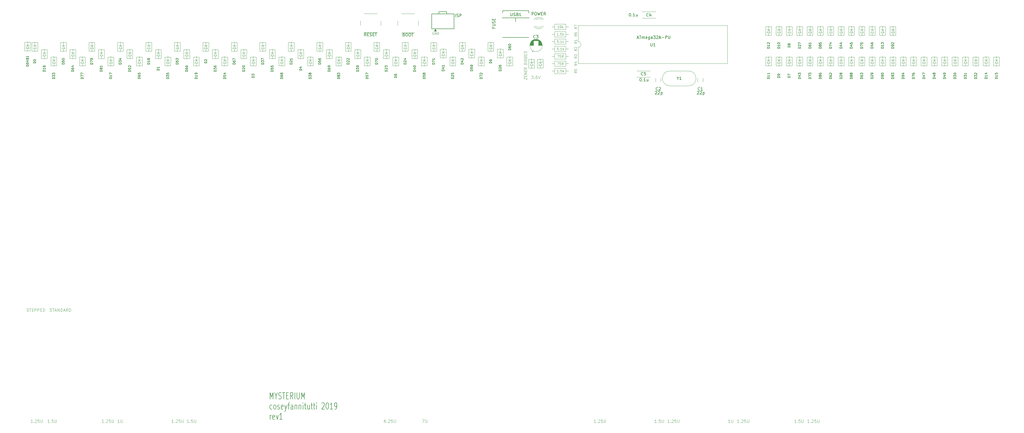
<source format=gto>
G04 #@! TF.GenerationSoftware,KiCad,Pcbnew,(5.1.4)-1*
G04 #@! TF.CreationDate,2020-04-16T22:04:32+01:00*
G04 #@! TF.ProjectId,mysterium-pcb,6d797374-6572-4697-956d-2d7063622e6b,rev?*
G04 #@! TF.SameCoordinates,Original*
G04 #@! TF.FileFunction,Legend,Top*
G04 #@! TF.FilePolarity,Positive*
%FSLAX46Y46*%
G04 Gerber Fmt 4.6, Leading zero omitted, Abs format (unit mm)*
G04 Created by KiCad (PCBNEW (5.1.4)-1) date 2020-04-16 22:04:32*
%MOMM*%
%LPD*%
G04 APERTURE LIST*
%ADD10C,0.100000*%
%ADD11C,0.150000*%
%ADD12C,0.120000*%
%ADD13C,0.200000*%
%ADD14C,0.203200*%
%ADD15C,1.500000*%
%ADD16C,0.500000*%
%ADD17C,0.010000*%
%ADD18C,2.302000*%
%ADD19C,4.102000*%
%ADD20C,1.802000*%
%ADD21O,1.702000X1.702000*%
%ADD22R,1.702000X1.702000*%
%ADD23C,3.152000*%
%ADD24C,4.502000*%
%ADD25C,4.089800*%
%ADD26C,3.150000*%
%ADD27C,1.602000*%
%ADD28O,0.752000X1.102000*%
%ADD29O,1.002000X2.502000*%
%ADD30O,1.002000X1.802000*%
%ADD31C,2.102000*%
%ADD32C,1.502000*%
%ADD33O,1.502000X1.502000*%
%ADD34C,1.902000*%
%ADD35R,1.902000X1.902000*%
%ADD36R,1.802000X1.802000*%
%ADD37C,1.702000*%
%ADD38R,1.302000X1.302000*%
%ADD39C,1.302000*%
G04 APERTURE END LIST*
D10*
X183045176Y-62680900D02*
X182968985Y-62642804D01*
X182854700Y-62642804D01*
X182740414Y-62680900D01*
X182664223Y-62757090D01*
X182626128Y-62833280D01*
X182588033Y-62985661D01*
X182588033Y-63099947D01*
X182626128Y-63252328D01*
X182664223Y-63328519D01*
X182740414Y-63404709D01*
X182854700Y-63442804D01*
X182930890Y-63442804D01*
X183045176Y-63404709D01*
X183083271Y-63366614D01*
X183083271Y-63099947D01*
X182930890Y-63099947D01*
X183426128Y-63442804D02*
X183426128Y-62642804D01*
X183883271Y-63442804D01*
X183883271Y-62642804D01*
X184264223Y-63442804D02*
X184264223Y-62642804D01*
X184454700Y-62642804D01*
X184568985Y-62680900D01*
X184645176Y-62757090D01*
X184683271Y-62833280D01*
X184721366Y-62985661D01*
X184721366Y-63099947D01*
X184683271Y-63252328D01*
X184645176Y-63328519D01*
X184568985Y-63404709D01*
X184454700Y-63442804D01*
X184264223Y-63442804D01*
G36*
X184010300Y-62318900D02*
G01*
X183197500Y-62318900D01*
X183603900Y-61531500D01*
X184010300Y-62318900D01*
G37*
X184010300Y-62318900D02*
X183197500Y-62318900D01*
X183603900Y-61531500D01*
X184010300Y-62318900D01*
D11*
X190476309Y-57437280D02*
X190476309Y-56437280D01*
X190904880Y-57389661D02*
X191047738Y-57437280D01*
X191285833Y-57437280D01*
X191381071Y-57389661D01*
X191428690Y-57342042D01*
X191476309Y-57246804D01*
X191476309Y-57151566D01*
X191428690Y-57056328D01*
X191381071Y-57008709D01*
X191285833Y-56961090D01*
X191095357Y-56913471D01*
X191000119Y-56865852D01*
X190952500Y-56818233D01*
X190904880Y-56722995D01*
X190904880Y-56627757D01*
X190952500Y-56532519D01*
X191000119Y-56484900D01*
X191095357Y-56437280D01*
X191333452Y-56437280D01*
X191476309Y-56484900D01*
X191904880Y-57437280D02*
X191904880Y-56437280D01*
X192285833Y-56437280D01*
X192381071Y-56484900D01*
X192428690Y-56532519D01*
X192476309Y-56627757D01*
X192476309Y-56770614D01*
X192428690Y-56865852D01*
X192381071Y-56913471D01*
X192285833Y-56961090D01*
X191904880Y-56961090D01*
D12*
X219917100Y-72892500D02*
X220145700Y-72613100D01*
X218608500Y-73171900D02*
X218837100Y-72892500D01*
X215662100Y-73171900D02*
X215890700Y-72892500D01*
X216970700Y-72892500D02*
X217199300Y-72613100D01*
D10*
X311105728Y-195927174D02*
X310534300Y-195927174D01*
X310820014Y-195927174D02*
X310820014Y-194927174D01*
X310724776Y-195070032D01*
X310629538Y-195165270D01*
X310534300Y-195212889D01*
X311534300Y-195831936D02*
X311581919Y-195879555D01*
X311534300Y-195927174D01*
X311486680Y-195879555D01*
X311534300Y-195831936D01*
X311534300Y-195927174D01*
X311962871Y-195022413D02*
X312010490Y-194974794D01*
X312105728Y-194927174D01*
X312343823Y-194927174D01*
X312439061Y-194974794D01*
X312486680Y-195022413D01*
X312534300Y-195117651D01*
X312534300Y-195212889D01*
X312486680Y-195355746D01*
X311915252Y-195927174D01*
X312534300Y-195927174D01*
X313439061Y-194927174D02*
X312962871Y-194927174D01*
X312915252Y-195403365D01*
X312962871Y-195355746D01*
X313058109Y-195308127D01*
X313296204Y-195308127D01*
X313391442Y-195355746D01*
X313439061Y-195403365D01*
X313486680Y-195498603D01*
X313486680Y-195736698D01*
X313439061Y-195831936D01*
X313391442Y-195879555D01*
X313296204Y-195927174D01*
X313058109Y-195927174D01*
X312962871Y-195879555D01*
X312915252Y-195831936D01*
X313915252Y-194927174D02*
X313915252Y-195736698D01*
X313962871Y-195831936D01*
X314010490Y-195879555D01*
X314105728Y-195927174D01*
X314296204Y-195927174D01*
X314391442Y-195879555D01*
X314439061Y-195831936D01*
X314486680Y-195736698D01*
X314486680Y-194927174D01*
X287153528Y-195927174D02*
X286582100Y-195927174D01*
X286867814Y-195927174D02*
X286867814Y-194927174D01*
X286772576Y-195070032D01*
X286677338Y-195165270D01*
X286582100Y-195212889D01*
X287582100Y-195831936D02*
X287629719Y-195879555D01*
X287582100Y-195927174D01*
X287534480Y-195879555D01*
X287582100Y-195831936D01*
X287582100Y-195927174D01*
X288010671Y-195022413D02*
X288058290Y-194974794D01*
X288153528Y-194927174D01*
X288391623Y-194927174D01*
X288486861Y-194974794D01*
X288534480Y-195022413D01*
X288582100Y-195117651D01*
X288582100Y-195212889D01*
X288534480Y-195355746D01*
X287963052Y-195927174D01*
X288582100Y-195927174D01*
X289486861Y-194927174D02*
X289010671Y-194927174D01*
X288963052Y-195403365D01*
X289010671Y-195355746D01*
X289105909Y-195308127D01*
X289344004Y-195308127D01*
X289439242Y-195355746D01*
X289486861Y-195403365D01*
X289534480Y-195498603D01*
X289534480Y-195736698D01*
X289486861Y-195831936D01*
X289439242Y-195879555D01*
X289344004Y-195927174D01*
X289105909Y-195927174D01*
X289010671Y-195879555D01*
X288963052Y-195831936D01*
X289963052Y-194927174D02*
X289963052Y-195736698D01*
X290010671Y-195831936D01*
X290058290Y-195879555D01*
X290153528Y-195927174D01*
X290344004Y-195927174D01*
X290439242Y-195879555D01*
X290486861Y-195831936D01*
X290534480Y-195736698D01*
X290534480Y-194927174D01*
X263379128Y-195927174D02*
X262807700Y-195927174D01*
X263093414Y-195927174D02*
X263093414Y-194927174D01*
X262998176Y-195070032D01*
X262902938Y-195165270D01*
X262807700Y-195212889D01*
X263807700Y-195831936D02*
X263855319Y-195879555D01*
X263807700Y-195927174D01*
X263760080Y-195879555D01*
X263807700Y-195831936D01*
X263807700Y-195927174D01*
X264236271Y-195022413D02*
X264283890Y-194974794D01*
X264379128Y-194927174D01*
X264617223Y-194927174D01*
X264712461Y-194974794D01*
X264760080Y-195022413D01*
X264807700Y-195117651D01*
X264807700Y-195212889D01*
X264760080Y-195355746D01*
X264188652Y-195927174D01*
X264807700Y-195927174D01*
X265712461Y-194927174D02*
X265236271Y-194927174D01*
X265188652Y-195403365D01*
X265236271Y-195355746D01*
X265331509Y-195308127D01*
X265569604Y-195308127D01*
X265664842Y-195355746D01*
X265712461Y-195403365D01*
X265760080Y-195498603D01*
X265760080Y-195736698D01*
X265712461Y-195831936D01*
X265664842Y-195879555D01*
X265569604Y-195927174D01*
X265331509Y-195927174D01*
X265236271Y-195879555D01*
X265188652Y-195831936D01*
X266188652Y-194927174D02*
X266188652Y-195736698D01*
X266236271Y-195831936D01*
X266283890Y-195879555D01*
X266379128Y-195927174D01*
X266569604Y-195927174D01*
X266664842Y-195879555D01*
X266712461Y-195831936D01*
X266760080Y-195736698D01*
X266760080Y-194927174D01*
X238283928Y-195927174D02*
X237712500Y-195927174D01*
X237998214Y-195927174D02*
X237998214Y-194927174D01*
X237902976Y-195070032D01*
X237807738Y-195165270D01*
X237712500Y-195212889D01*
X238712500Y-195831936D02*
X238760119Y-195879555D01*
X238712500Y-195927174D01*
X238664880Y-195879555D01*
X238712500Y-195831936D01*
X238712500Y-195927174D01*
X239141071Y-195022413D02*
X239188690Y-194974794D01*
X239283928Y-194927174D01*
X239522023Y-194927174D01*
X239617261Y-194974794D01*
X239664880Y-195022413D01*
X239712500Y-195117651D01*
X239712500Y-195212889D01*
X239664880Y-195355746D01*
X239093452Y-195927174D01*
X239712500Y-195927174D01*
X240617261Y-194927174D02*
X240141071Y-194927174D01*
X240093452Y-195403365D01*
X240141071Y-195355746D01*
X240236309Y-195308127D01*
X240474404Y-195308127D01*
X240569642Y-195355746D01*
X240617261Y-195403365D01*
X240664880Y-195498603D01*
X240664880Y-195736698D01*
X240617261Y-195831936D01*
X240569642Y-195879555D01*
X240474404Y-195927174D01*
X240236309Y-195927174D01*
X240141071Y-195879555D01*
X240093452Y-195831936D01*
X241093452Y-194927174D02*
X241093452Y-195736698D01*
X241141071Y-195831936D01*
X241188690Y-195879555D01*
X241283928Y-195927174D01*
X241474404Y-195927174D01*
X241569642Y-195879555D01*
X241617261Y-195831936D01*
X241664880Y-195736698D01*
X241664880Y-194927174D01*
X94240528Y-195927174D02*
X93669100Y-195927174D01*
X93954814Y-195927174D02*
X93954814Y-194927174D01*
X93859576Y-195070032D01*
X93764338Y-195165270D01*
X93669100Y-195212889D01*
X94669100Y-195831936D02*
X94716719Y-195879555D01*
X94669100Y-195927174D01*
X94621480Y-195879555D01*
X94669100Y-195831936D01*
X94669100Y-195927174D01*
X95097671Y-195022413D02*
X95145290Y-194974794D01*
X95240528Y-194927174D01*
X95478623Y-194927174D01*
X95573861Y-194974794D01*
X95621480Y-195022413D01*
X95669100Y-195117651D01*
X95669100Y-195212889D01*
X95621480Y-195355746D01*
X95050052Y-195927174D01*
X95669100Y-195927174D01*
X96573861Y-194927174D02*
X96097671Y-194927174D01*
X96050052Y-195403365D01*
X96097671Y-195355746D01*
X96192909Y-195308127D01*
X96431004Y-195308127D01*
X96526242Y-195355746D01*
X96573861Y-195403365D01*
X96621480Y-195498603D01*
X96621480Y-195736698D01*
X96573861Y-195831936D01*
X96526242Y-195879555D01*
X96431004Y-195927174D01*
X96192909Y-195927174D01*
X96097671Y-195879555D01*
X96050052Y-195831936D01*
X97050052Y-194927174D02*
X97050052Y-195736698D01*
X97097671Y-195831936D01*
X97145290Y-195879555D01*
X97240528Y-195927174D01*
X97431004Y-195927174D01*
X97526242Y-195879555D01*
X97573861Y-195831936D01*
X97621480Y-195736698D01*
X97621480Y-194927174D01*
X70466128Y-195927174D02*
X69894700Y-195927174D01*
X70180414Y-195927174D02*
X70180414Y-194927174D01*
X70085176Y-195070032D01*
X69989938Y-195165270D01*
X69894700Y-195212889D01*
X70894700Y-195831936D02*
X70942319Y-195879555D01*
X70894700Y-195927174D01*
X70847080Y-195879555D01*
X70894700Y-195831936D01*
X70894700Y-195927174D01*
X71323271Y-195022413D02*
X71370890Y-194974794D01*
X71466128Y-194927174D01*
X71704223Y-194927174D01*
X71799461Y-194974794D01*
X71847080Y-195022413D01*
X71894700Y-195117651D01*
X71894700Y-195212889D01*
X71847080Y-195355746D01*
X71275652Y-195927174D01*
X71894700Y-195927174D01*
X72799461Y-194927174D02*
X72323271Y-194927174D01*
X72275652Y-195403365D01*
X72323271Y-195355746D01*
X72418509Y-195308127D01*
X72656604Y-195308127D01*
X72751842Y-195355746D01*
X72799461Y-195403365D01*
X72847080Y-195498603D01*
X72847080Y-195736698D01*
X72799461Y-195831936D01*
X72751842Y-195879555D01*
X72656604Y-195927174D01*
X72418509Y-195927174D01*
X72323271Y-195879555D01*
X72275652Y-195831936D01*
X73275652Y-194927174D02*
X73275652Y-195736698D01*
X73323271Y-195831936D01*
X73370890Y-195879555D01*
X73466128Y-195927174D01*
X73656604Y-195927174D01*
X73751842Y-195879555D01*
X73799461Y-195831936D01*
X73847080Y-195736698D01*
X73847080Y-194927174D01*
X46209128Y-195927174D02*
X45637700Y-195927174D01*
X45923414Y-195927174D02*
X45923414Y-194927174D01*
X45828176Y-195070032D01*
X45732938Y-195165270D01*
X45637700Y-195212889D01*
X46637700Y-195831936D02*
X46685319Y-195879555D01*
X46637700Y-195927174D01*
X46590080Y-195879555D01*
X46637700Y-195831936D01*
X46637700Y-195927174D01*
X47066271Y-195022413D02*
X47113890Y-194974794D01*
X47209128Y-194927174D01*
X47447223Y-194927174D01*
X47542461Y-194974794D01*
X47590080Y-195022413D01*
X47637700Y-195117651D01*
X47637700Y-195212889D01*
X47590080Y-195355746D01*
X47018652Y-195927174D01*
X47637700Y-195927174D01*
X48542461Y-194927174D02*
X48066271Y-194927174D01*
X48018652Y-195403365D01*
X48066271Y-195355746D01*
X48161509Y-195308127D01*
X48399604Y-195308127D01*
X48494842Y-195355746D01*
X48542461Y-195403365D01*
X48590080Y-195498603D01*
X48590080Y-195736698D01*
X48542461Y-195831936D01*
X48494842Y-195879555D01*
X48399604Y-195927174D01*
X48161509Y-195927174D01*
X48066271Y-195879555D01*
X48018652Y-195831936D01*
X49018652Y-194927174D02*
X49018652Y-195736698D01*
X49066271Y-195831936D01*
X49113890Y-195879555D01*
X49209128Y-195927174D01*
X49399604Y-195927174D01*
X49494842Y-195879555D01*
X49542461Y-195831936D01*
X49590080Y-195736698D01*
X49590080Y-194927174D01*
X284051404Y-195927174D02*
X283479976Y-195927174D01*
X283765690Y-195927174D02*
X283765690Y-194927174D01*
X283670452Y-195070032D01*
X283575214Y-195165270D01*
X283479976Y-195212889D01*
X284479976Y-194927174D02*
X284479976Y-195736698D01*
X284527595Y-195831936D01*
X284575214Y-195879555D01*
X284670452Y-195927174D01*
X284860928Y-195927174D01*
X284956166Y-195879555D01*
X285003785Y-195831936D01*
X285051404Y-195736698D01*
X285051404Y-194927174D01*
X306679719Y-195927174D02*
X306108290Y-195927174D01*
X306394004Y-195927174D02*
X306394004Y-194927174D01*
X306298766Y-195070032D01*
X306203528Y-195165270D01*
X306108290Y-195212889D01*
X307108290Y-195831936D02*
X307155909Y-195879555D01*
X307108290Y-195927174D01*
X307060671Y-195879555D01*
X307108290Y-195831936D01*
X307108290Y-195927174D01*
X308060671Y-194927174D02*
X307584480Y-194927174D01*
X307536861Y-195403365D01*
X307584480Y-195355746D01*
X307679719Y-195308127D01*
X307917814Y-195308127D01*
X308013052Y-195355746D01*
X308060671Y-195403365D01*
X308108290Y-195498603D01*
X308108290Y-195736698D01*
X308060671Y-195831936D01*
X308013052Y-195879555D01*
X307917814Y-195927174D01*
X307679719Y-195927174D01*
X307584480Y-195879555D01*
X307536861Y-195831936D01*
X308536861Y-194927174D02*
X308536861Y-195736698D01*
X308584480Y-195831936D01*
X308632100Y-195879555D01*
X308727338Y-195927174D01*
X308917814Y-195927174D01*
X309013052Y-195879555D01*
X309060671Y-195831936D01*
X309108290Y-195736698D01*
X309108290Y-194927174D01*
X259003919Y-195927174D02*
X258432490Y-195927174D01*
X258718204Y-195927174D02*
X258718204Y-194927174D01*
X258622966Y-195070032D01*
X258527728Y-195165270D01*
X258432490Y-195212889D01*
X259432490Y-195831936D02*
X259480109Y-195879555D01*
X259432490Y-195927174D01*
X259384871Y-195879555D01*
X259432490Y-195831936D01*
X259432490Y-195927174D01*
X260384871Y-194927174D02*
X259908680Y-194927174D01*
X259861061Y-195403365D01*
X259908680Y-195355746D01*
X260003919Y-195308127D01*
X260242014Y-195308127D01*
X260337252Y-195355746D01*
X260384871Y-195403365D01*
X260432490Y-195498603D01*
X260432490Y-195736698D01*
X260384871Y-195831936D01*
X260337252Y-195879555D01*
X260242014Y-195927174D01*
X260003919Y-195927174D01*
X259908680Y-195879555D01*
X259861061Y-195831936D01*
X260861061Y-194927174D02*
X260861061Y-195736698D01*
X260908680Y-195831936D01*
X260956300Y-195879555D01*
X261051538Y-195927174D01*
X261242014Y-195927174D01*
X261337252Y-195879555D01*
X261384871Y-195831936D01*
X261432490Y-195736698D01*
X261432490Y-194927174D01*
X99466519Y-195927174D02*
X98895090Y-195927174D01*
X99180804Y-195927174D02*
X99180804Y-194927174D01*
X99085566Y-195070032D01*
X98990328Y-195165270D01*
X98895090Y-195212889D01*
X99895090Y-195831936D02*
X99942709Y-195879555D01*
X99895090Y-195927174D01*
X99847471Y-195879555D01*
X99895090Y-195831936D01*
X99895090Y-195927174D01*
X100847471Y-194927174D02*
X100371280Y-194927174D01*
X100323661Y-195403365D01*
X100371280Y-195355746D01*
X100466519Y-195308127D01*
X100704614Y-195308127D01*
X100799852Y-195355746D01*
X100847471Y-195403365D01*
X100895090Y-195498603D01*
X100895090Y-195736698D01*
X100847471Y-195831936D01*
X100799852Y-195879555D01*
X100704614Y-195927174D01*
X100466519Y-195927174D01*
X100371280Y-195879555D01*
X100323661Y-195831936D01*
X101323661Y-194927174D02*
X101323661Y-195736698D01*
X101371280Y-195831936D01*
X101418900Y-195879555D01*
X101514138Y-195927174D01*
X101704614Y-195927174D01*
X101799852Y-195879555D01*
X101847471Y-195831936D01*
X101895090Y-195736698D01*
X101895090Y-194927174D01*
X75822204Y-195927174D02*
X75250776Y-195927174D01*
X75536490Y-195927174D02*
X75536490Y-194927174D01*
X75441252Y-195070032D01*
X75346014Y-195165270D01*
X75250776Y-195212889D01*
X76250776Y-194927174D02*
X76250776Y-195736698D01*
X76298395Y-195831936D01*
X76346014Y-195879555D01*
X76441252Y-195927174D01*
X76631728Y-195927174D01*
X76726966Y-195879555D01*
X76774585Y-195831936D01*
X76822204Y-195736698D01*
X76822204Y-194927174D01*
X51943119Y-195927174D02*
X51371690Y-195927174D01*
X51657404Y-195927174D02*
X51657404Y-194927174D01*
X51562166Y-195070032D01*
X51466928Y-195165270D01*
X51371690Y-195212889D01*
X52371690Y-195831936D02*
X52419309Y-195879555D01*
X52371690Y-195927174D01*
X52324071Y-195879555D01*
X52371690Y-195831936D01*
X52371690Y-195927174D01*
X53324071Y-194927174D02*
X52847880Y-194927174D01*
X52800261Y-195403365D01*
X52847880Y-195355746D01*
X52943119Y-195308127D01*
X53181214Y-195308127D01*
X53276452Y-195355746D01*
X53324071Y-195403365D01*
X53371690Y-195498603D01*
X53371690Y-195736698D01*
X53324071Y-195831936D01*
X53276452Y-195879555D01*
X53181214Y-195927174D01*
X52943119Y-195927174D01*
X52847880Y-195879555D01*
X52800261Y-195831936D01*
X53800261Y-194927174D02*
X53800261Y-195736698D01*
X53847880Y-195831936D01*
X53895500Y-195879555D01*
X53990738Y-195927174D01*
X54181214Y-195927174D01*
X54276452Y-195879555D01*
X54324071Y-195831936D01*
X54371690Y-195736698D01*
X54371690Y-194927174D01*
X52167280Y-157948261D02*
X52310138Y-157995880D01*
X52548233Y-157995880D01*
X52643471Y-157948261D01*
X52691090Y-157900642D01*
X52738709Y-157805404D01*
X52738709Y-157710166D01*
X52691090Y-157614928D01*
X52643471Y-157567309D01*
X52548233Y-157519690D01*
X52357757Y-157472071D01*
X52262519Y-157424452D01*
X52214900Y-157376833D01*
X52167280Y-157281595D01*
X52167280Y-157186357D01*
X52214900Y-157091119D01*
X52262519Y-157043500D01*
X52357757Y-156995880D01*
X52595852Y-156995880D01*
X52738709Y-157043500D01*
X53024423Y-156995880D02*
X53595852Y-156995880D01*
X53310138Y-157995880D02*
X53310138Y-156995880D01*
X53881566Y-157710166D02*
X54357757Y-157710166D01*
X53786328Y-157995880D02*
X54119661Y-156995880D01*
X54452995Y-157995880D01*
X54786328Y-157995880D02*
X54786328Y-156995880D01*
X55357757Y-157995880D01*
X55357757Y-156995880D01*
X55833947Y-157995880D02*
X55833947Y-156995880D01*
X56072042Y-156995880D01*
X56214900Y-157043500D01*
X56310138Y-157138738D01*
X56357757Y-157233976D01*
X56405376Y-157424452D01*
X56405376Y-157567309D01*
X56357757Y-157757785D01*
X56310138Y-157853023D01*
X56214900Y-157948261D01*
X56072042Y-157995880D01*
X55833947Y-157995880D01*
X56786328Y-157710166D02*
X57262519Y-157710166D01*
X56691090Y-157995880D02*
X57024423Y-156995880D01*
X57357757Y-157995880D01*
X58262519Y-157995880D02*
X57929185Y-157519690D01*
X57691090Y-157995880D02*
X57691090Y-156995880D01*
X58072042Y-156995880D01*
X58167280Y-157043500D01*
X58214900Y-157091119D01*
X58262519Y-157186357D01*
X58262519Y-157329214D01*
X58214900Y-157424452D01*
X58167280Y-157472071D01*
X58072042Y-157519690D01*
X57691090Y-157519690D01*
X58691090Y-157995880D02*
X58691090Y-156995880D01*
X58929185Y-156995880D01*
X59072042Y-157043500D01*
X59167280Y-157138738D01*
X59214900Y-157233976D01*
X59262519Y-157424452D01*
X59262519Y-157567309D01*
X59214900Y-157757785D01*
X59167280Y-157853023D01*
X59072042Y-157948261D01*
X58929185Y-157995880D01*
X58691090Y-157995880D01*
X44261471Y-157948261D02*
X44404328Y-157995880D01*
X44642423Y-157995880D01*
X44737661Y-157948261D01*
X44785280Y-157900642D01*
X44832900Y-157805404D01*
X44832900Y-157710166D01*
X44785280Y-157614928D01*
X44737661Y-157567309D01*
X44642423Y-157519690D01*
X44451947Y-157472071D01*
X44356709Y-157424452D01*
X44309090Y-157376833D01*
X44261471Y-157281595D01*
X44261471Y-157186357D01*
X44309090Y-157091119D01*
X44356709Y-157043500D01*
X44451947Y-156995880D01*
X44690042Y-156995880D01*
X44832900Y-157043500D01*
X45118614Y-156995880D02*
X45690042Y-156995880D01*
X45404328Y-157995880D02*
X45404328Y-156995880D01*
X46023376Y-157472071D02*
X46356709Y-157472071D01*
X46499566Y-157995880D02*
X46023376Y-157995880D01*
X46023376Y-156995880D01*
X46499566Y-156995880D01*
X46928138Y-157995880D02*
X46928138Y-156995880D01*
X47309090Y-156995880D01*
X47404328Y-157043500D01*
X47451947Y-157091119D01*
X47499566Y-157186357D01*
X47499566Y-157329214D01*
X47451947Y-157424452D01*
X47404328Y-157472071D01*
X47309090Y-157519690D01*
X46928138Y-157519690D01*
X47928138Y-157995880D02*
X47928138Y-156995880D01*
X48309090Y-156995880D01*
X48404328Y-157043500D01*
X48451947Y-157091119D01*
X48499566Y-157186357D01*
X48499566Y-157329214D01*
X48451947Y-157424452D01*
X48404328Y-157472071D01*
X48309090Y-157519690D01*
X47928138Y-157519690D01*
X48928138Y-157472071D02*
X49261471Y-157472071D01*
X49404328Y-157995880D02*
X48928138Y-157995880D01*
X48928138Y-156995880D01*
X49404328Y-156995880D01*
X49832900Y-157995880D02*
X49832900Y-156995880D01*
X50070995Y-156995880D01*
X50213852Y-157043500D01*
X50309090Y-157138738D01*
X50356709Y-157233976D01*
X50404328Y-157424452D01*
X50404328Y-157567309D01*
X50356709Y-157757785D01*
X50309090Y-157853023D01*
X50213852Y-157948261D01*
X50070995Y-157995880D01*
X49832900Y-157995880D01*
X213870442Y-78701342D02*
X213870442Y-78101342D01*
X214770442Y-78813842D01*
X214770442Y-78213842D01*
X214299014Y-77812057D02*
X214299014Y-77512057D01*
X214770442Y-77442414D02*
X214770442Y-77870985D01*
X213870442Y-77758485D01*
X213870442Y-77329914D01*
X214770442Y-77056700D02*
X213870442Y-76944200D01*
X214770442Y-76542414D01*
X213870442Y-76429914D01*
X214299014Y-76054914D02*
X214299014Y-75754914D01*
X214770442Y-75685271D02*
X214770442Y-76113842D01*
X213870442Y-76001342D01*
X213870442Y-75572771D01*
X214770442Y-74785271D02*
X214341871Y-75031700D01*
X214770442Y-75299557D02*
X213870442Y-75187057D01*
X213870442Y-74844200D01*
X213913300Y-74763842D01*
X213956157Y-74726342D01*
X214041871Y-74694200D01*
X214170442Y-74710271D01*
X214256157Y-74763842D01*
X214299014Y-74812057D01*
X214341871Y-74903128D01*
X214341871Y-75245985D01*
X214770442Y-73713842D02*
X213870442Y-73601342D01*
X213870442Y-73387057D01*
X213913300Y-73263842D01*
X213999014Y-73188842D01*
X214084728Y-73156700D01*
X214256157Y-73135271D01*
X214384728Y-73151342D01*
X214556157Y-73215628D01*
X214641871Y-73269200D01*
X214727585Y-73365628D01*
X214770442Y-73499557D01*
X214770442Y-73713842D01*
X214770442Y-72813842D02*
X213870442Y-72701342D01*
X213870442Y-72101342D02*
X213870442Y-71929914D01*
X213913300Y-71849557D01*
X213999014Y-71774557D01*
X214170442Y-71753128D01*
X214470442Y-71790628D01*
X214641871Y-71854914D01*
X214727585Y-71951342D01*
X214770442Y-72042414D01*
X214770442Y-72213842D01*
X214727585Y-72294200D01*
X214641871Y-72369200D01*
X214470442Y-72390628D01*
X214170442Y-72353128D01*
X213999014Y-72288842D01*
X213913300Y-72192414D01*
X213870442Y-72101342D01*
X214770442Y-71442414D02*
X213870442Y-71329914D01*
X213870442Y-71115628D01*
X213913300Y-70992414D01*
X213999014Y-70917414D01*
X214084728Y-70885271D01*
X214256157Y-70863842D01*
X214384728Y-70879914D01*
X214556157Y-70944200D01*
X214641871Y-70997771D01*
X214727585Y-71094200D01*
X214770442Y-71228128D01*
X214770442Y-71442414D01*
X214299014Y-70483485D02*
X214299014Y-70183485D01*
X214770442Y-70113842D02*
X214770442Y-70542414D01*
X213870442Y-70429914D01*
X213870442Y-70001342D01*
X214727585Y-69765628D02*
X214770442Y-69642414D01*
X214770442Y-69428128D01*
X214727585Y-69337057D01*
X214684728Y-69288842D01*
X214599014Y-69235271D01*
X214513300Y-69224557D01*
X214427585Y-69256700D01*
X214384728Y-69294200D01*
X214341871Y-69374557D01*
X214299014Y-69540628D01*
X214256157Y-69620985D01*
X214213300Y-69658485D01*
X214127585Y-69690628D01*
X214041871Y-69679914D01*
X213956157Y-69626342D01*
X213913300Y-69578128D01*
X213870442Y-69487057D01*
X213870442Y-69272771D01*
X213913300Y-69149557D01*
D13*
X127245842Y-187855538D02*
X127245842Y-185655538D01*
X127745842Y-187226966D01*
X128245842Y-185655538D01*
X128245842Y-187855538D01*
X129245842Y-186807919D02*
X129245842Y-187855538D01*
X128745842Y-185655538D02*
X129245842Y-186807919D01*
X129745842Y-185655538D01*
X130174414Y-187750776D02*
X130388700Y-187855538D01*
X130745842Y-187855538D01*
X130888700Y-187750776D01*
X130960128Y-187646014D01*
X131031557Y-187436490D01*
X131031557Y-187226966D01*
X130960128Y-187017442D01*
X130888700Y-186912680D01*
X130745842Y-186807919D01*
X130460128Y-186703157D01*
X130317271Y-186598395D01*
X130245842Y-186493633D01*
X130174414Y-186284109D01*
X130174414Y-186074585D01*
X130245842Y-185865061D01*
X130317271Y-185760300D01*
X130460128Y-185655538D01*
X130817271Y-185655538D01*
X131031557Y-185760300D01*
X131460128Y-185655538D02*
X132317271Y-185655538D01*
X131888700Y-187855538D02*
X131888700Y-185655538D01*
X132817271Y-186703157D02*
X133317271Y-186703157D01*
X133531557Y-187855538D02*
X132817271Y-187855538D01*
X132817271Y-185655538D01*
X133531557Y-185655538D01*
X135031557Y-187855538D02*
X134531557Y-186807919D01*
X134174414Y-187855538D02*
X134174414Y-185655538D01*
X134745842Y-185655538D01*
X134888700Y-185760300D01*
X134960128Y-185865061D01*
X135031557Y-186074585D01*
X135031557Y-186388871D01*
X134960128Y-186598395D01*
X134888700Y-186703157D01*
X134745842Y-186807919D01*
X134174414Y-186807919D01*
X135674414Y-187855538D02*
X135674414Y-185655538D01*
X136388700Y-185655538D02*
X136388700Y-187436490D01*
X136460128Y-187646014D01*
X136531557Y-187750776D01*
X136674414Y-187855538D01*
X136960128Y-187855538D01*
X137102985Y-187750776D01*
X137174414Y-187646014D01*
X137245842Y-187436490D01*
X137245842Y-185655538D01*
X137960128Y-187855538D02*
X137960128Y-185655538D01*
X138460128Y-187226966D01*
X138960128Y-185655538D01*
X138960128Y-187855538D01*
X127888700Y-191250776D02*
X127745842Y-191355538D01*
X127460128Y-191355538D01*
X127317271Y-191250776D01*
X127245842Y-191146014D01*
X127174414Y-190936490D01*
X127174414Y-190307919D01*
X127245842Y-190098395D01*
X127317271Y-189993633D01*
X127460128Y-189888871D01*
X127745842Y-189888871D01*
X127888700Y-189993633D01*
X128745842Y-191355538D02*
X128602985Y-191250776D01*
X128531557Y-191146014D01*
X128460128Y-190936490D01*
X128460128Y-190307919D01*
X128531557Y-190098395D01*
X128602985Y-189993633D01*
X128745842Y-189888871D01*
X128960128Y-189888871D01*
X129102985Y-189993633D01*
X129174414Y-190098395D01*
X129245842Y-190307919D01*
X129245842Y-190936490D01*
X129174414Y-191146014D01*
X129102985Y-191250776D01*
X128960128Y-191355538D01*
X128745842Y-191355538D01*
X129817271Y-191250776D02*
X129960128Y-191355538D01*
X130245842Y-191355538D01*
X130388700Y-191250776D01*
X130460128Y-191041252D01*
X130460128Y-190936490D01*
X130388700Y-190726966D01*
X130245842Y-190622204D01*
X130031557Y-190622204D01*
X129888700Y-190517442D01*
X129817271Y-190307919D01*
X129817271Y-190203157D01*
X129888700Y-189993633D01*
X130031557Y-189888871D01*
X130245842Y-189888871D01*
X130388700Y-189993633D01*
X131674414Y-191250776D02*
X131531557Y-191355538D01*
X131245842Y-191355538D01*
X131102985Y-191250776D01*
X131031557Y-191041252D01*
X131031557Y-190203157D01*
X131102985Y-189993633D01*
X131245842Y-189888871D01*
X131531557Y-189888871D01*
X131674414Y-189993633D01*
X131745842Y-190203157D01*
X131745842Y-190412680D01*
X131031557Y-190622204D01*
X132245842Y-189888871D02*
X132602985Y-191355538D01*
X132960128Y-189888871D02*
X132602985Y-191355538D01*
X132460128Y-191879347D01*
X132388700Y-191984109D01*
X132245842Y-192088871D01*
X133317271Y-189888871D02*
X133888700Y-189888871D01*
X133531557Y-191355538D02*
X133531557Y-189469823D01*
X133602985Y-189260300D01*
X133745842Y-189155538D01*
X133888700Y-189155538D01*
X135031557Y-191355538D02*
X135031557Y-190203157D01*
X134960128Y-189993633D01*
X134817271Y-189888871D01*
X134531557Y-189888871D01*
X134388700Y-189993633D01*
X135031557Y-191250776D02*
X134888700Y-191355538D01*
X134531557Y-191355538D01*
X134388700Y-191250776D01*
X134317271Y-191041252D01*
X134317271Y-190831728D01*
X134388700Y-190622204D01*
X134531557Y-190517442D01*
X134888700Y-190517442D01*
X135031557Y-190412680D01*
X135745842Y-189888871D02*
X135745842Y-191355538D01*
X135745842Y-190098395D02*
X135817271Y-189993633D01*
X135960128Y-189888871D01*
X136174414Y-189888871D01*
X136317271Y-189993633D01*
X136388700Y-190203157D01*
X136388700Y-191355538D01*
X137102985Y-189888871D02*
X137102985Y-191355538D01*
X137102985Y-190098395D02*
X137174414Y-189993633D01*
X137317271Y-189888871D01*
X137531557Y-189888871D01*
X137674414Y-189993633D01*
X137745842Y-190203157D01*
X137745842Y-191355538D01*
X138460128Y-191355538D02*
X138460128Y-189888871D01*
X138460128Y-189155538D02*
X138388700Y-189260300D01*
X138460128Y-189365061D01*
X138531557Y-189260300D01*
X138460128Y-189155538D01*
X138460128Y-189365061D01*
X138960128Y-189888871D02*
X139531557Y-189888871D01*
X139174414Y-189155538D02*
X139174414Y-191041252D01*
X139245842Y-191250776D01*
X139388700Y-191355538D01*
X139531557Y-191355538D01*
X140674414Y-189888871D02*
X140674414Y-191355538D01*
X140031557Y-189888871D02*
X140031557Y-191041252D01*
X140102985Y-191250776D01*
X140245842Y-191355538D01*
X140460128Y-191355538D01*
X140602985Y-191250776D01*
X140674414Y-191146014D01*
X141174414Y-189888871D02*
X141745842Y-189888871D01*
X141388700Y-189155538D02*
X141388700Y-191041252D01*
X141460128Y-191250776D01*
X141602985Y-191355538D01*
X141745842Y-191355538D01*
X142031557Y-189888871D02*
X142602985Y-189888871D01*
X142245842Y-189155538D02*
X142245842Y-191041252D01*
X142317271Y-191250776D01*
X142460128Y-191355538D01*
X142602985Y-191355538D01*
X143102985Y-191355538D02*
X143102985Y-189888871D01*
X143102985Y-189155538D02*
X143031557Y-189260300D01*
X143102985Y-189365061D01*
X143174414Y-189260300D01*
X143102985Y-189155538D01*
X143102985Y-189365061D01*
X144888700Y-189365061D02*
X144960128Y-189260300D01*
X145102985Y-189155538D01*
X145460128Y-189155538D01*
X145602985Y-189260300D01*
X145674414Y-189365061D01*
X145745842Y-189574585D01*
X145745842Y-189784109D01*
X145674414Y-190098395D01*
X144817271Y-191355538D01*
X145745842Y-191355538D01*
X146674414Y-189155538D02*
X146817271Y-189155538D01*
X146960128Y-189260300D01*
X147031557Y-189365061D01*
X147102985Y-189574585D01*
X147174414Y-189993633D01*
X147174414Y-190517442D01*
X147102985Y-190936490D01*
X147031557Y-191146014D01*
X146960128Y-191250776D01*
X146817271Y-191355538D01*
X146674414Y-191355538D01*
X146531557Y-191250776D01*
X146460128Y-191146014D01*
X146388700Y-190936490D01*
X146317271Y-190517442D01*
X146317271Y-189993633D01*
X146388700Y-189574585D01*
X146460128Y-189365061D01*
X146531557Y-189260300D01*
X146674414Y-189155538D01*
X148602985Y-191355538D02*
X147745842Y-191355538D01*
X148174414Y-191355538D02*
X148174414Y-189155538D01*
X148031557Y-189469823D01*
X147888700Y-189679347D01*
X147745842Y-189784109D01*
X149317271Y-191355538D02*
X149602985Y-191355538D01*
X149745842Y-191250776D01*
X149817271Y-191146014D01*
X149960128Y-190831728D01*
X150031557Y-190412680D01*
X150031557Y-189574585D01*
X149960128Y-189365061D01*
X149888700Y-189260300D01*
X149745842Y-189155538D01*
X149460128Y-189155538D01*
X149317271Y-189260300D01*
X149245842Y-189365061D01*
X149174414Y-189574585D01*
X149174414Y-190098395D01*
X149245842Y-190307919D01*
X149317271Y-190412680D01*
X149460128Y-190517442D01*
X149745842Y-190517442D01*
X149888700Y-190412680D01*
X149960128Y-190307919D01*
X150031557Y-190098395D01*
X127245842Y-194855538D02*
X127245842Y-193388871D01*
X127245842Y-193807919D02*
X127317271Y-193598395D01*
X127388700Y-193493633D01*
X127531557Y-193388871D01*
X127674414Y-193388871D01*
X128745842Y-194750776D02*
X128602985Y-194855538D01*
X128317271Y-194855538D01*
X128174414Y-194750776D01*
X128102985Y-194541252D01*
X128102985Y-193703157D01*
X128174414Y-193493633D01*
X128317271Y-193388871D01*
X128602985Y-193388871D01*
X128745842Y-193493633D01*
X128817271Y-193703157D01*
X128817271Y-193912680D01*
X128102985Y-194122204D01*
X129317271Y-193388871D02*
X129674414Y-194855538D01*
X130031557Y-193388871D01*
X131388700Y-194855538D02*
X130531557Y-194855538D01*
X130960128Y-194855538D02*
X130960128Y-192655538D01*
X130817271Y-192969823D01*
X130674414Y-193179347D01*
X130531557Y-193284109D01*
D12*
X43500000Y-66070000D02*
X43500000Y-69040000D01*
X45500000Y-66060000D02*
X45490000Y-69050000D01*
X43500000Y-69050000D02*
X45490000Y-69050000D01*
X44510000Y-69260000D02*
X44510000Y-68140000D01*
X44510000Y-65800000D02*
X44510000Y-67080000D01*
X43500000Y-66060000D02*
X45500000Y-66060000D01*
X44510000Y-67190000D02*
X45050000Y-68140000D01*
X44500000Y-67200000D02*
X43970000Y-68110000D01*
X43970000Y-68140000D02*
X45050000Y-68140000D01*
X43970000Y-67090000D02*
X45050000Y-67090000D01*
X310365410Y-71124948D02*
X310365410Y-74094948D01*
X312365410Y-71114948D02*
X312355410Y-74104948D01*
X310365410Y-74104948D02*
X312355410Y-74104948D01*
X311375410Y-74314948D02*
X311375410Y-73194948D01*
X311375410Y-70854948D02*
X311375410Y-72134948D01*
X310365410Y-71114948D02*
X312365410Y-71114948D01*
X311375410Y-72244948D02*
X311915410Y-73194948D01*
X311365410Y-72254948D02*
X310835410Y-73164948D01*
X310835410Y-73194948D02*
X311915410Y-73194948D01*
X310835410Y-72144948D02*
X311915410Y-72144948D01*
X71896866Y-71124948D02*
X71896866Y-74094948D01*
X73896866Y-71114948D02*
X73886866Y-74104948D01*
X71896866Y-74104948D02*
X73886866Y-74104948D01*
X72906866Y-74314948D02*
X72906866Y-73194948D01*
X72906866Y-70854948D02*
X72906866Y-72134948D01*
X71896866Y-71114948D02*
X73896866Y-71114948D01*
X72906866Y-72244948D02*
X73446866Y-73194948D01*
X72896866Y-72254948D02*
X72366866Y-73164948D01*
X72366866Y-73194948D02*
X73446866Y-73194948D01*
X72366866Y-72144948D02*
X73446866Y-72144948D01*
X107530629Y-68644655D02*
X107530629Y-71614655D01*
X109530629Y-68634655D02*
X109520629Y-71624655D01*
X107530629Y-71624655D02*
X109520629Y-71624655D01*
X108540629Y-71834655D02*
X108540629Y-70714655D01*
X108540629Y-68374655D02*
X108540629Y-69654655D01*
X107530629Y-68634655D02*
X109530629Y-68634655D01*
X108540629Y-69764655D02*
X109080629Y-70714655D01*
X108530629Y-69774655D02*
X108000629Y-70684655D01*
X108000629Y-70714655D02*
X109080629Y-70714655D01*
X108000629Y-69664655D02*
X109080629Y-69664655D01*
X320967188Y-71124948D02*
X320967188Y-74094948D01*
X322967188Y-71114948D02*
X322957188Y-74104948D01*
X320967188Y-74104948D02*
X322957188Y-74104948D01*
X321977188Y-74314948D02*
X321977188Y-73194948D01*
X321977188Y-70854948D02*
X321977188Y-72134948D01*
X320967188Y-71114948D02*
X322967188Y-71114948D01*
X321977188Y-72244948D02*
X322517188Y-73194948D01*
X321967188Y-72254948D02*
X321437188Y-73164948D01*
X321437188Y-73194948D02*
X322517188Y-73194948D01*
X321437188Y-72144948D02*
X322517188Y-72144948D01*
X342170744Y-71124948D02*
X342170744Y-74094948D01*
X344170744Y-71114948D02*
X344160744Y-74104948D01*
X342170744Y-74104948D02*
X344160744Y-74104948D01*
X343180744Y-74314948D02*
X343180744Y-73194948D01*
X343180744Y-70854948D02*
X343180744Y-72134948D01*
X342170744Y-71114948D02*
X344170744Y-71114948D01*
X343180744Y-72244948D02*
X343720744Y-73194948D01*
X343170744Y-72254948D02*
X342640744Y-73164948D01*
X342640744Y-73194948D02*
X343720744Y-73194948D01*
X342640744Y-72144948D02*
X343720744Y-72144948D01*
X338636818Y-71124948D02*
X338636818Y-74094948D01*
X340636818Y-71114948D02*
X340626818Y-74104948D01*
X338636818Y-74104948D02*
X340626818Y-74104948D01*
X339646818Y-74314948D02*
X339646818Y-73194948D01*
X339646818Y-70854948D02*
X339646818Y-72134948D01*
X338636818Y-71114948D02*
X340636818Y-71114948D01*
X339646818Y-72244948D02*
X340186818Y-73194948D01*
X339636818Y-72254948D02*
X339106818Y-73164948D01*
X339106818Y-73194948D02*
X340186818Y-73194948D01*
X339106818Y-72144948D02*
X340186818Y-72144948D01*
X338636818Y-60750499D02*
X338636818Y-63720499D01*
X340636818Y-60740499D02*
X340626818Y-63730499D01*
X338636818Y-63730499D02*
X340626818Y-63730499D01*
X339646818Y-63940499D02*
X339646818Y-62820499D01*
X339646818Y-60480499D02*
X339646818Y-61760499D01*
X338636818Y-60740499D02*
X340636818Y-60740499D01*
X339646818Y-61870499D02*
X340186818Y-62820499D01*
X339636818Y-61880499D02*
X339106818Y-62790499D01*
X339106818Y-62820499D02*
X340186818Y-62820499D01*
X339106818Y-61770499D02*
X340186818Y-61770499D01*
X335102892Y-71124948D02*
X335102892Y-74094948D01*
X337102892Y-71114948D02*
X337092892Y-74104948D01*
X335102892Y-74104948D02*
X337092892Y-74104948D01*
X336112892Y-74314948D02*
X336112892Y-73194948D01*
X336112892Y-70854948D02*
X336112892Y-72134948D01*
X335102892Y-71114948D02*
X337102892Y-71114948D01*
X336112892Y-72244948D02*
X336652892Y-73194948D01*
X336102892Y-72254948D02*
X335572892Y-73164948D01*
X335572892Y-73194948D02*
X336652892Y-73194948D01*
X335572892Y-72144948D02*
X336652892Y-72144948D01*
X324501114Y-71124948D02*
X324501114Y-74094948D01*
X326501114Y-71114948D02*
X326491114Y-74104948D01*
X324501114Y-74104948D02*
X326491114Y-74104948D01*
X325511114Y-74314948D02*
X325511114Y-73194948D01*
X325511114Y-70854948D02*
X325511114Y-72134948D01*
X324501114Y-71114948D02*
X326501114Y-71114948D01*
X325511114Y-72244948D02*
X326051114Y-73194948D01*
X325501114Y-72254948D02*
X324971114Y-73164948D01*
X324971114Y-73194948D02*
X326051114Y-73194948D01*
X324971114Y-72144948D02*
X326051114Y-72144948D01*
X313899336Y-71124948D02*
X313899336Y-74094948D01*
X315899336Y-71114948D02*
X315889336Y-74104948D01*
X313899336Y-74104948D02*
X315889336Y-74104948D01*
X314909336Y-74314948D02*
X314909336Y-73194948D01*
X314909336Y-70854948D02*
X314909336Y-72134948D01*
X313899336Y-71114948D02*
X315899336Y-71114948D01*
X314909336Y-72244948D02*
X315449336Y-73194948D01*
X314899336Y-72254948D02*
X314369336Y-73164948D01*
X314369336Y-73194948D02*
X315449336Y-73194948D01*
X314369336Y-72144948D02*
X315449336Y-72144948D01*
X313899336Y-60750499D02*
X313899336Y-63720499D01*
X315899336Y-60740499D02*
X315889336Y-63730499D01*
X313899336Y-63730499D02*
X315889336Y-63730499D01*
X314909336Y-63940499D02*
X314909336Y-62820499D01*
X314909336Y-60480499D02*
X314909336Y-61760499D01*
X313899336Y-60740499D02*
X315899336Y-60740499D01*
X314909336Y-61870499D02*
X315449336Y-62820499D01*
X314899336Y-61880499D02*
X314369336Y-62790499D01*
X314369336Y-62820499D02*
X315449336Y-62820499D01*
X314369336Y-61770499D02*
X315449336Y-61770499D01*
X149643258Y-71124948D02*
X149643258Y-74094948D01*
X151643258Y-71114948D02*
X151633258Y-74104948D01*
X149643258Y-74104948D02*
X151633258Y-74104948D01*
X150653258Y-74314948D02*
X150653258Y-73194948D01*
X150653258Y-70854948D02*
X150653258Y-72134948D01*
X149643258Y-71114948D02*
X151643258Y-71114948D01*
X150653258Y-72244948D02*
X151193258Y-73194948D01*
X150643258Y-72254948D02*
X150113258Y-73164948D01*
X150113258Y-73194948D02*
X151193258Y-73194948D01*
X150113258Y-72144948D02*
X151193258Y-72144948D01*
X68657433Y-68644655D02*
X68657433Y-71614655D01*
X70657433Y-68634655D02*
X70647433Y-71624655D01*
X68657433Y-71624655D02*
X70647433Y-71624655D01*
X69667433Y-71834655D02*
X69667433Y-70714655D01*
X69667433Y-68374655D02*
X69667433Y-69654655D01*
X68657433Y-68634655D02*
X70657433Y-68634655D01*
X69667433Y-69764655D02*
X70207433Y-70714655D01*
X69657433Y-69774655D02*
X69127433Y-70684655D01*
X69127433Y-70714655D02*
X70207433Y-70714655D01*
X69127433Y-69664655D02*
X70207433Y-69664655D01*
X65418000Y-66164362D02*
X65418000Y-69134362D01*
X67418000Y-66154362D02*
X67408000Y-69144362D01*
X65418000Y-69144362D02*
X67408000Y-69144362D01*
X66428000Y-69354362D02*
X66428000Y-68234362D01*
X66428000Y-65894362D02*
X66428000Y-67174362D01*
X65418000Y-66154362D02*
X67418000Y-66154362D01*
X66428000Y-67284362D02*
X66968000Y-68234362D01*
X66418000Y-67294362D02*
X65888000Y-68204362D01*
X65888000Y-68234362D02*
X66968000Y-68234362D01*
X65888000Y-67184362D02*
X66968000Y-67184362D01*
X62178567Y-71124948D02*
X62178567Y-74094948D01*
X64178567Y-71114948D02*
X64168567Y-74104948D01*
X62178567Y-74104948D02*
X64168567Y-74104948D01*
X63188567Y-74314948D02*
X63188567Y-73194948D01*
X63188567Y-70854948D02*
X63188567Y-72134948D01*
X62178567Y-71114948D02*
X64178567Y-71114948D01*
X63188567Y-72244948D02*
X63728567Y-73194948D01*
X63178567Y-72254948D02*
X62648567Y-73164948D01*
X62648567Y-73194948D02*
X63728567Y-73194948D01*
X62648567Y-72144948D02*
X63728567Y-72144948D01*
X345704670Y-71124948D02*
X345704670Y-74094948D01*
X347704670Y-71114948D02*
X347694670Y-74104948D01*
X345704670Y-74104948D02*
X347694670Y-74104948D01*
X346714670Y-74314948D02*
X346714670Y-73194948D01*
X346714670Y-70854948D02*
X346714670Y-72134948D01*
X345704670Y-71114948D02*
X347704670Y-71114948D01*
X346714670Y-72244948D02*
X347254670Y-73194948D01*
X346704670Y-72254948D02*
X346174670Y-73164948D01*
X346174670Y-73194948D02*
X347254670Y-73194948D01*
X346174670Y-72144948D02*
X347254670Y-72144948D01*
X328035040Y-60750499D02*
X328035040Y-63720499D01*
X330035040Y-60740499D02*
X330025040Y-63730499D01*
X328035040Y-63730499D02*
X330025040Y-63730499D01*
X329045040Y-63940499D02*
X329045040Y-62820499D01*
X329045040Y-60480499D02*
X329045040Y-61760499D01*
X328035040Y-60740499D02*
X330035040Y-60740499D01*
X329045040Y-61870499D02*
X329585040Y-62820499D01*
X329035040Y-61880499D02*
X328505040Y-62790499D01*
X328505040Y-62820499D02*
X329585040Y-62820499D01*
X328505040Y-61770499D02*
X329585040Y-61770499D01*
X317433262Y-60750499D02*
X317433262Y-63720499D01*
X319433262Y-60740499D02*
X319423262Y-63730499D01*
X317433262Y-63730499D02*
X319423262Y-63730499D01*
X318443262Y-63940499D02*
X318443262Y-62820499D01*
X318443262Y-60480499D02*
X318443262Y-61760499D01*
X317433262Y-60740499D02*
X319433262Y-60740499D01*
X318443262Y-61870499D02*
X318983262Y-62820499D01*
X318433262Y-61880499D02*
X317903262Y-62790499D01*
X317903262Y-62820499D02*
X318983262Y-62820499D01*
X317903262Y-61770499D02*
X318983262Y-61770499D01*
X198234783Y-71124948D02*
X198234783Y-74094948D01*
X200234783Y-71114948D02*
X200224783Y-74104948D01*
X198234783Y-74104948D02*
X200224783Y-74104948D01*
X199244783Y-74314948D02*
X199244783Y-73194948D01*
X199244783Y-70854948D02*
X199244783Y-72134948D01*
X198234783Y-71114948D02*
X200234783Y-71114948D01*
X199244783Y-72244948D02*
X199784783Y-73194948D01*
X199234783Y-72254948D02*
X198704783Y-73164948D01*
X198704783Y-73194948D02*
X199784783Y-73194948D01*
X198704783Y-72144948D02*
X199784783Y-72144948D01*
X182037588Y-66164362D02*
X182037588Y-69134362D01*
X184037588Y-66154362D02*
X184027588Y-69144362D01*
X182037588Y-69144362D02*
X184027588Y-69144362D01*
X183047588Y-69354362D02*
X183047588Y-68234362D01*
X183047588Y-65894362D02*
X183047588Y-67174362D01*
X182037588Y-66154362D02*
X184037588Y-66154362D01*
X183047588Y-67284362D02*
X183587588Y-68234362D01*
X183037588Y-67294362D02*
X182507588Y-68204362D01*
X182507588Y-68234362D02*
X183587588Y-68234362D01*
X182507588Y-67184362D02*
X183587588Y-67184362D01*
X162600990Y-66164362D02*
X162600990Y-69134362D01*
X164600990Y-66154362D02*
X164590990Y-69144362D01*
X162600990Y-69144362D02*
X164590990Y-69144362D01*
X163610990Y-69354362D02*
X163610990Y-68234362D01*
X163610990Y-65894362D02*
X163610990Y-67174362D01*
X162600990Y-66154362D02*
X164600990Y-66154362D01*
X163610990Y-67284362D02*
X164150990Y-68234362D01*
X163600990Y-67294362D02*
X163070990Y-68204362D01*
X163070990Y-68234362D02*
X164150990Y-68234362D01*
X163070990Y-67184362D02*
X164150990Y-67184362D01*
X146403825Y-68644655D02*
X146403825Y-71614655D01*
X148403825Y-68634655D02*
X148393825Y-71624655D01*
X146403825Y-71624655D02*
X148393825Y-71624655D01*
X147413825Y-71834655D02*
X147413825Y-70714655D01*
X147413825Y-68374655D02*
X147413825Y-69654655D01*
X146403825Y-68634655D02*
X148403825Y-68634655D01*
X147413825Y-69764655D02*
X147953825Y-70714655D01*
X147403825Y-69774655D02*
X146873825Y-70684655D01*
X146873825Y-70714655D02*
X147953825Y-70714655D01*
X146873825Y-69664655D02*
X147953825Y-69664655D01*
X130206660Y-71124948D02*
X130206660Y-74094948D01*
X132206660Y-71114948D02*
X132196660Y-74104948D01*
X130206660Y-74104948D02*
X132196660Y-74104948D01*
X131216660Y-74314948D02*
X131216660Y-73194948D01*
X131216660Y-70854948D02*
X131216660Y-72134948D01*
X130206660Y-71114948D02*
X132206660Y-71114948D01*
X131216660Y-72244948D02*
X131756660Y-73194948D01*
X131206660Y-72254948D02*
X130676660Y-73164948D01*
X130676660Y-73194948D02*
X131756660Y-73194948D01*
X130676660Y-72144948D02*
X131756660Y-72144948D01*
X114009495Y-66164362D02*
X114009495Y-69134362D01*
X116009495Y-66154362D02*
X115999495Y-69144362D01*
X114009495Y-69144362D02*
X115999495Y-69144362D01*
X115019495Y-69354362D02*
X115019495Y-68234362D01*
X115019495Y-65894362D02*
X115019495Y-67174362D01*
X114009495Y-66154362D02*
X116009495Y-66154362D01*
X115019495Y-67284362D02*
X115559495Y-68234362D01*
X115009495Y-67294362D02*
X114479495Y-68204362D01*
X114479495Y-68234362D02*
X115559495Y-68234362D01*
X114479495Y-67184362D02*
X115559495Y-67184362D01*
X97812330Y-68644655D02*
X97812330Y-71614655D01*
X99812330Y-68634655D02*
X99802330Y-71624655D01*
X97812330Y-71624655D02*
X99802330Y-71624655D01*
X98822330Y-71834655D02*
X98822330Y-70714655D01*
X98822330Y-68374655D02*
X98822330Y-69654655D01*
X97812330Y-68634655D02*
X99812330Y-68634655D01*
X98822330Y-69764655D02*
X99362330Y-70714655D01*
X98812330Y-69774655D02*
X98282330Y-70684655D01*
X98282330Y-70714655D02*
X99362330Y-70714655D01*
X98282330Y-69664655D02*
X99362330Y-69664655D01*
X81615165Y-71124948D02*
X81615165Y-74094948D01*
X83615165Y-71114948D02*
X83605165Y-74104948D01*
X81615165Y-74104948D02*
X83605165Y-74104948D01*
X82625165Y-74314948D02*
X82625165Y-73194948D01*
X82625165Y-70854948D02*
X82625165Y-72134948D01*
X81615165Y-71114948D02*
X83615165Y-71114948D01*
X82625165Y-72244948D02*
X83165165Y-73194948D01*
X82615165Y-72254948D02*
X82085165Y-73164948D01*
X82085165Y-73194948D02*
X83165165Y-73194948D01*
X82085165Y-72144948D02*
X83165165Y-72144948D01*
X58939134Y-68644655D02*
X58939134Y-71614655D01*
X60939134Y-68634655D02*
X60929134Y-71624655D01*
X58939134Y-71624655D02*
X60929134Y-71624655D01*
X59949134Y-71834655D02*
X59949134Y-70714655D01*
X59949134Y-68374655D02*
X59949134Y-69654655D01*
X58939134Y-68634655D02*
X60939134Y-68634655D01*
X59949134Y-69764655D02*
X60489134Y-70714655D01*
X59939134Y-69774655D02*
X59409134Y-70684655D01*
X59409134Y-70714655D02*
X60489134Y-70714655D01*
X59409134Y-69664655D02*
X60489134Y-69664655D01*
X328035040Y-71124948D02*
X328035040Y-74094948D01*
X330035040Y-71114948D02*
X330025040Y-74104948D01*
X328035040Y-74104948D02*
X330025040Y-74104948D01*
X329045040Y-74314948D02*
X329045040Y-73194948D01*
X329045040Y-70854948D02*
X329045040Y-72134948D01*
X328035040Y-71114948D02*
X330035040Y-71114948D01*
X329045040Y-72244948D02*
X329585040Y-73194948D01*
X329035040Y-72254948D02*
X328505040Y-73164948D01*
X328505040Y-73194948D02*
X329585040Y-73194948D01*
X328505040Y-72144948D02*
X329585040Y-72144948D01*
X317433262Y-71124948D02*
X317433262Y-74094948D01*
X319433262Y-71114948D02*
X319423262Y-74104948D01*
X317433262Y-74104948D02*
X319423262Y-74104948D01*
X318443262Y-74314948D02*
X318443262Y-73194948D01*
X318443262Y-70854948D02*
X318443262Y-72134948D01*
X317433262Y-71114948D02*
X319433262Y-71114948D01*
X318443262Y-72244948D02*
X318983262Y-73194948D01*
X318433262Y-72254948D02*
X317903262Y-73164948D01*
X317903262Y-73194948D02*
X318983262Y-73194948D01*
X317903262Y-72144948D02*
X318983262Y-72144948D01*
X310365410Y-60750499D02*
X310365410Y-63720499D01*
X312365410Y-60740499D02*
X312355410Y-63730499D01*
X310365410Y-63730499D02*
X312355410Y-63730499D01*
X311375410Y-63940499D02*
X311375410Y-62820499D01*
X311375410Y-60480499D02*
X311375410Y-61760499D01*
X310365410Y-60740499D02*
X312365410Y-60740499D01*
X311375410Y-61870499D02*
X311915410Y-62820499D01*
X311365410Y-61880499D02*
X310835410Y-62790499D01*
X310835410Y-62820499D02*
X311915410Y-62820499D01*
X310835410Y-61770499D02*
X311915410Y-61770499D01*
X207953100Y-71124948D02*
X207953100Y-74094948D01*
X209953100Y-71114948D02*
X209943100Y-74104948D01*
X207953100Y-74104948D02*
X209943100Y-74104948D01*
X208963100Y-74314948D02*
X208963100Y-73194948D01*
X208963100Y-70854948D02*
X208963100Y-72134948D01*
X207953100Y-71114948D02*
X209953100Y-71114948D01*
X208963100Y-72244948D02*
X209503100Y-73194948D01*
X208953100Y-72254948D02*
X208423100Y-73164948D01*
X208423100Y-73194948D02*
X209503100Y-73194948D01*
X208423100Y-72144948D02*
X209503100Y-72144948D01*
X194995344Y-68443500D02*
X194995344Y-71413500D01*
X196995344Y-68433500D02*
X196985344Y-71423500D01*
X194995344Y-71423500D02*
X196985344Y-71423500D01*
X196005344Y-71633500D02*
X196005344Y-70513500D01*
X196005344Y-68173500D02*
X196005344Y-69453500D01*
X194995344Y-68433500D02*
X196995344Y-68433500D01*
X196005344Y-69563500D02*
X196545344Y-70513500D01*
X195995344Y-69573500D02*
X195465344Y-70483500D01*
X195465344Y-70513500D02*
X196545344Y-70513500D01*
X195465344Y-69463500D02*
X196545344Y-69463500D01*
X178798155Y-71124948D02*
X178798155Y-74094948D01*
X180798155Y-71114948D02*
X180788155Y-74104948D01*
X178798155Y-74104948D02*
X180788155Y-74104948D01*
X179808155Y-74314948D02*
X179808155Y-73194948D01*
X179808155Y-70854948D02*
X179808155Y-72134948D01*
X178798155Y-71114948D02*
X180798155Y-71114948D01*
X179808155Y-72244948D02*
X180348155Y-73194948D01*
X179798155Y-72254948D02*
X179268155Y-73164948D01*
X179268155Y-73194948D02*
X180348155Y-73194948D01*
X179268155Y-72144948D02*
X180348155Y-72144948D01*
X159361557Y-71124948D02*
X159361557Y-74094948D01*
X161361557Y-71114948D02*
X161351557Y-74104948D01*
X159361557Y-74104948D02*
X161351557Y-74104948D01*
X160371557Y-74314948D02*
X160371557Y-73194948D01*
X160371557Y-70854948D02*
X160371557Y-72134948D01*
X159361557Y-71114948D02*
X161361557Y-71114948D01*
X160371557Y-72244948D02*
X160911557Y-73194948D01*
X160361557Y-72254948D02*
X159831557Y-73164948D01*
X159831557Y-73194948D02*
X160911557Y-73194948D01*
X159831557Y-72144948D02*
X160911557Y-72144948D01*
X143164392Y-66164362D02*
X143164392Y-69134362D01*
X145164392Y-66154362D02*
X145154392Y-69144362D01*
X143164392Y-69144362D02*
X145154392Y-69144362D01*
X144174392Y-69354362D02*
X144174392Y-68234362D01*
X144174392Y-65894362D02*
X144174392Y-67174362D01*
X143164392Y-66154362D02*
X145164392Y-66154362D01*
X144174392Y-67284362D02*
X144714392Y-68234362D01*
X144164392Y-67294362D02*
X143634392Y-68204362D01*
X143634392Y-68234362D02*
X144714392Y-68234362D01*
X143634392Y-67184362D02*
X144714392Y-67184362D01*
X126967227Y-68644655D02*
X126967227Y-71614655D01*
X128967227Y-68634655D02*
X128957227Y-71624655D01*
X126967227Y-71624655D02*
X128957227Y-71624655D01*
X127977227Y-71834655D02*
X127977227Y-70714655D01*
X127977227Y-68374655D02*
X127977227Y-69654655D01*
X126967227Y-68634655D02*
X128967227Y-68634655D01*
X127977227Y-69764655D02*
X128517227Y-70714655D01*
X127967227Y-69774655D02*
X127437227Y-70684655D01*
X127437227Y-70714655D02*
X128517227Y-70714655D01*
X127437227Y-69664655D02*
X128517227Y-69664655D01*
X110770062Y-71124948D02*
X110770062Y-74094948D01*
X112770062Y-71114948D02*
X112760062Y-74104948D01*
X110770062Y-74104948D02*
X112760062Y-74104948D01*
X111780062Y-74314948D02*
X111780062Y-73194948D01*
X111780062Y-70854948D02*
X111780062Y-72134948D01*
X110770062Y-71114948D02*
X112770062Y-71114948D01*
X111780062Y-72244948D02*
X112320062Y-73194948D01*
X111770062Y-72254948D02*
X111240062Y-73164948D01*
X111240062Y-73194948D02*
X112320062Y-73194948D01*
X111240062Y-72144948D02*
X112320062Y-72144948D01*
X94572897Y-66164362D02*
X94572897Y-69134362D01*
X96572897Y-66154362D02*
X96562897Y-69144362D01*
X94572897Y-69144362D02*
X96562897Y-69144362D01*
X95582897Y-69354362D02*
X95582897Y-68234362D01*
X95582897Y-65894362D02*
X95582897Y-67174362D01*
X94572897Y-66154362D02*
X96572897Y-66154362D01*
X95582897Y-67284362D02*
X96122897Y-68234362D01*
X95572897Y-67294362D02*
X95042897Y-68204362D01*
X95042897Y-68234362D02*
X96122897Y-68234362D01*
X95042897Y-67184362D02*
X96122897Y-67184362D01*
X78375732Y-68644655D02*
X78375732Y-71614655D01*
X80375732Y-68634655D02*
X80365732Y-71624655D01*
X78375732Y-71624655D02*
X80365732Y-71624655D01*
X79385732Y-71834655D02*
X79385732Y-70714655D01*
X79385732Y-68374655D02*
X79385732Y-69654655D01*
X78375732Y-68634655D02*
X80375732Y-68634655D01*
X79385732Y-69764655D02*
X79925732Y-70714655D01*
X79375732Y-69774655D02*
X78845732Y-70684655D01*
X78845732Y-70714655D02*
X79925732Y-70714655D01*
X78845732Y-69664655D02*
X79925732Y-69664655D01*
X55699701Y-66164362D02*
X55699701Y-69134362D01*
X57699701Y-66154362D02*
X57689701Y-69144362D01*
X55699701Y-69144362D02*
X57689701Y-69144362D01*
X56709701Y-69354362D02*
X56709701Y-68234362D01*
X56709701Y-65894362D02*
X56709701Y-67174362D01*
X55699701Y-66154362D02*
X57699701Y-66154362D01*
X56709701Y-67284362D02*
X57249701Y-68234362D01*
X56699701Y-67294362D02*
X56169701Y-68204362D01*
X56169701Y-68234362D02*
X57249701Y-68234362D01*
X56169701Y-67184362D02*
X57249701Y-67184362D01*
X356306448Y-71124948D02*
X356306448Y-74094948D01*
X358306448Y-71114948D02*
X358296448Y-74104948D01*
X356306448Y-74104948D02*
X358296448Y-74104948D01*
X357316448Y-74314948D02*
X357316448Y-73194948D01*
X357316448Y-70854948D02*
X357316448Y-72134948D01*
X356306448Y-71114948D02*
X358306448Y-71114948D01*
X357316448Y-72244948D02*
X357856448Y-73194948D01*
X357306448Y-72254948D02*
X356776448Y-73164948D01*
X356776448Y-73194948D02*
X357856448Y-73194948D01*
X356776448Y-72144948D02*
X357856448Y-72144948D01*
X352772522Y-71124948D02*
X352772522Y-74094948D01*
X354772522Y-71114948D02*
X354762522Y-74104948D01*
X352772522Y-74104948D02*
X354762522Y-74104948D01*
X353782522Y-74314948D02*
X353782522Y-73194948D01*
X353782522Y-70854948D02*
X353782522Y-72134948D01*
X352772522Y-71114948D02*
X354772522Y-71114948D01*
X353782522Y-72244948D02*
X354322522Y-73194948D01*
X353772522Y-72254948D02*
X353242522Y-73164948D01*
X353242522Y-73194948D02*
X354322522Y-73194948D01*
X353242522Y-72144948D02*
X354322522Y-72144948D01*
X349238596Y-71124948D02*
X349238596Y-74094948D01*
X351238596Y-71114948D02*
X351228596Y-74104948D01*
X349238596Y-74104948D02*
X351228596Y-74104948D01*
X350248596Y-74314948D02*
X350248596Y-73194948D01*
X350248596Y-70854948D02*
X350248596Y-72134948D01*
X349238596Y-71114948D02*
X351238596Y-71114948D01*
X350248596Y-72244948D02*
X350788596Y-73194948D01*
X350238596Y-72254948D02*
X349708596Y-73164948D01*
X349708596Y-73194948D02*
X350788596Y-73194948D01*
X349708596Y-72144948D02*
X350788596Y-72144948D01*
X331568966Y-60750499D02*
X331568966Y-63720499D01*
X333568966Y-60740499D02*
X333558966Y-63730499D01*
X331568966Y-63730499D02*
X333558966Y-63730499D01*
X332578966Y-63940499D02*
X332578966Y-62820499D01*
X332578966Y-60480499D02*
X332578966Y-61760499D01*
X331568966Y-60740499D02*
X333568966Y-60740499D01*
X332578966Y-61870499D02*
X333118966Y-62820499D01*
X332568966Y-61880499D02*
X332038966Y-62790499D01*
X332038966Y-62820499D02*
X333118966Y-62820499D01*
X332038966Y-61770499D02*
X333118966Y-61770499D01*
X324501114Y-60750499D02*
X324501114Y-63720499D01*
X326501114Y-60740499D02*
X326491114Y-63730499D01*
X324501114Y-63730499D02*
X326491114Y-63730499D01*
X325511114Y-63940499D02*
X325511114Y-62820499D01*
X325511114Y-60480499D02*
X325511114Y-61760499D01*
X324501114Y-60740499D02*
X326501114Y-60740499D01*
X325511114Y-61870499D02*
X326051114Y-62820499D01*
X325501114Y-61880499D02*
X324971114Y-62790499D01*
X324971114Y-62820499D02*
X326051114Y-62820499D01*
X324971114Y-61770499D02*
X326051114Y-61770499D01*
X320967188Y-60750499D02*
X320967188Y-63720499D01*
X322967188Y-60740499D02*
X322957188Y-63730499D01*
X320967188Y-63730499D02*
X322957188Y-63730499D01*
X321977188Y-63940499D02*
X321977188Y-62820499D01*
X321977188Y-60480499D02*
X321977188Y-61760499D01*
X320967188Y-60740499D02*
X322967188Y-60740499D01*
X321977188Y-61870499D02*
X322517188Y-62820499D01*
X321967188Y-61880499D02*
X321437188Y-62790499D01*
X321437188Y-62820499D02*
X322517188Y-62820499D01*
X321437188Y-61770499D02*
X322517188Y-61770499D01*
X306831484Y-71124948D02*
X306831484Y-74094948D01*
X308831484Y-71114948D02*
X308821484Y-74104948D01*
X306831484Y-74104948D02*
X308821484Y-74104948D01*
X307841484Y-74314948D02*
X307841484Y-73194948D01*
X307841484Y-70854948D02*
X307841484Y-72134948D01*
X306831484Y-71114948D02*
X308831484Y-71114948D01*
X307841484Y-72244948D02*
X308381484Y-73194948D01*
X307831484Y-72254948D02*
X307301484Y-73164948D01*
X307301484Y-73194948D02*
X308381484Y-73194948D01*
X307301484Y-72144948D02*
X308381484Y-72144948D01*
X191755905Y-66164362D02*
X191755905Y-69134362D01*
X193755905Y-66154362D02*
X193745905Y-69144362D01*
X191755905Y-69144362D02*
X193745905Y-69144362D01*
X192765905Y-69354362D02*
X192765905Y-68234362D01*
X192765905Y-65894362D02*
X192765905Y-67174362D01*
X191755905Y-66154362D02*
X193755905Y-66154362D01*
X192765905Y-67284362D02*
X193305905Y-68234362D01*
X192755905Y-67294362D02*
X192225905Y-68204362D01*
X192225905Y-68234362D02*
X193305905Y-68234362D01*
X192225905Y-67184362D02*
X193305905Y-67184362D01*
X185277027Y-68443500D02*
X185277027Y-71413500D01*
X187277027Y-68433500D02*
X187267027Y-71423500D01*
X185277027Y-71423500D02*
X187267027Y-71423500D01*
X186287027Y-71633500D02*
X186287027Y-70513500D01*
X186287027Y-68173500D02*
X186287027Y-69453500D01*
X185277027Y-68433500D02*
X187277027Y-68433500D01*
X186287027Y-69563500D02*
X186827027Y-70513500D01*
X186277027Y-69573500D02*
X185747027Y-70483500D01*
X185747027Y-70513500D02*
X186827027Y-70513500D01*
X185747027Y-69463500D02*
X186827027Y-69463500D01*
X175558722Y-68644655D02*
X175558722Y-71614655D01*
X177558722Y-68634655D02*
X177548722Y-71624655D01*
X175558722Y-71624655D02*
X177548722Y-71624655D01*
X176568722Y-71834655D02*
X176568722Y-70714655D01*
X176568722Y-68374655D02*
X176568722Y-69654655D01*
X175558722Y-68634655D02*
X177558722Y-68634655D01*
X176568722Y-69764655D02*
X177108722Y-70714655D01*
X176558722Y-69774655D02*
X176028722Y-70684655D01*
X176028722Y-70714655D02*
X177108722Y-70714655D01*
X176028722Y-69664655D02*
X177108722Y-69664655D01*
X156122124Y-68644655D02*
X156122124Y-71614655D01*
X158122124Y-68634655D02*
X158112124Y-71624655D01*
X156122124Y-71624655D02*
X158112124Y-71624655D01*
X157132124Y-71834655D02*
X157132124Y-70714655D01*
X157132124Y-68374655D02*
X157132124Y-69654655D01*
X156122124Y-68634655D02*
X158122124Y-68634655D01*
X157132124Y-69764655D02*
X157672124Y-70714655D01*
X157122124Y-69774655D02*
X156592124Y-70684655D01*
X156592124Y-70714655D02*
X157672124Y-70714655D01*
X156592124Y-69664655D02*
X157672124Y-69664655D01*
X139924959Y-71124948D02*
X139924959Y-74094948D01*
X141924959Y-71114948D02*
X141914959Y-74104948D01*
X139924959Y-74104948D02*
X141914959Y-74104948D01*
X140934959Y-74314948D02*
X140934959Y-73194948D01*
X140934959Y-70854948D02*
X140934959Y-72134948D01*
X139924959Y-71114948D02*
X141924959Y-71114948D01*
X140934959Y-72244948D02*
X141474959Y-73194948D01*
X140924959Y-72254948D02*
X140394959Y-73164948D01*
X140394959Y-73194948D02*
X141474959Y-73194948D01*
X140394959Y-72144948D02*
X141474959Y-72144948D01*
X123727794Y-66164362D02*
X123727794Y-69134362D01*
X125727794Y-66154362D02*
X125717794Y-69144362D01*
X123727794Y-69144362D02*
X125717794Y-69144362D01*
X124737794Y-69354362D02*
X124737794Y-68234362D01*
X124737794Y-65894362D02*
X124737794Y-67174362D01*
X123727794Y-66154362D02*
X125727794Y-66154362D01*
X124737794Y-67284362D02*
X125277794Y-68234362D01*
X124727794Y-67294362D02*
X124197794Y-68204362D01*
X124197794Y-68234362D02*
X125277794Y-68234362D01*
X124197794Y-67184362D02*
X125277794Y-67184362D01*
X91333464Y-71124948D02*
X91333464Y-74094948D01*
X93333464Y-71114948D02*
X93323464Y-74104948D01*
X91333464Y-74104948D02*
X93323464Y-74104948D01*
X92343464Y-74314948D02*
X92343464Y-73194948D01*
X92343464Y-70854948D02*
X92343464Y-72134948D01*
X91333464Y-71114948D02*
X93333464Y-71114948D01*
X92343464Y-72244948D02*
X92883464Y-73194948D01*
X92333464Y-72254948D02*
X91803464Y-73164948D01*
X91803464Y-73194948D02*
X92883464Y-73194948D01*
X91803464Y-72144948D02*
X92883464Y-72144948D01*
X75136299Y-66164362D02*
X75136299Y-69134362D01*
X77136299Y-66154362D02*
X77126299Y-69144362D01*
X75136299Y-69144362D02*
X77126299Y-69144362D01*
X76146299Y-69354362D02*
X76146299Y-68234362D01*
X76146299Y-65894362D02*
X76146299Y-67174362D01*
X75136299Y-66154362D02*
X77136299Y-66154362D01*
X76146299Y-67284362D02*
X76686299Y-68234362D01*
X76136299Y-67294362D02*
X75606299Y-68204362D01*
X75606299Y-68234362D02*
X76686299Y-68234362D01*
X75606299Y-67184362D02*
X76686299Y-67184362D01*
X52460268Y-71124948D02*
X52460268Y-74094948D01*
X54460268Y-71114948D02*
X54450268Y-74104948D01*
X52460268Y-74104948D02*
X54450268Y-74104948D01*
X53470268Y-74314948D02*
X53470268Y-73194948D01*
X53470268Y-70854948D02*
X53470268Y-72134948D01*
X52460268Y-71114948D02*
X54460268Y-71114948D01*
X53470268Y-72244948D02*
X54010268Y-73194948D01*
X53460268Y-72254948D02*
X52930268Y-73164948D01*
X52930268Y-73194948D02*
X54010268Y-73194948D01*
X52930268Y-72144948D02*
X54010268Y-72144948D01*
X366908226Y-71124948D02*
X366908226Y-74094948D01*
X368908226Y-71114948D02*
X368898226Y-74104948D01*
X366908226Y-74104948D02*
X368898226Y-74104948D01*
X367918226Y-74314948D02*
X367918226Y-73194948D01*
X367918226Y-70854948D02*
X367918226Y-72134948D01*
X366908226Y-71114948D02*
X368908226Y-71114948D01*
X367918226Y-72244948D02*
X368458226Y-73194948D01*
X367908226Y-72254948D02*
X367378226Y-73164948D01*
X367378226Y-73194948D02*
X368458226Y-73194948D01*
X367378226Y-72144948D02*
X368458226Y-72144948D01*
X363374300Y-71124948D02*
X363374300Y-74094948D01*
X365374300Y-71114948D02*
X365364300Y-74104948D01*
X363374300Y-74104948D02*
X365364300Y-74104948D01*
X364384300Y-74314948D02*
X364384300Y-73194948D01*
X364384300Y-70854948D02*
X364384300Y-72134948D01*
X363374300Y-71114948D02*
X365374300Y-71114948D01*
X364384300Y-72244948D02*
X364924300Y-73194948D01*
X364374300Y-72254948D02*
X363844300Y-73164948D01*
X363844300Y-73194948D02*
X364924300Y-73194948D01*
X363844300Y-72144948D02*
X364924300Y-72144948D01*
X359840374Y-71124948D02*
X359840374Y-74094948D01*
X361840374Y-71114948D02*
X361830374Y-74104948D01*
X359840374Y-74104948D02*
X361830374Y-74104948D01*
X360850374Y-74314948D02*
X360850374Y-73194948D01*
X360850374Y-70854948D02*
X360850374Y-72134948D01*
X359840374Y-71114948D02*
X361840374Y-71114948D01*
X360850374Y-72244948D02*
X361390374Y-73194948D01*
X360840374Y-72254948D02*
X360310374Y-73164948D01*
X360310374Y-73194948D02*
X361390374Y-73194948D01*
X360310374Y-72144948D02*
X361390374Y-72144948D01*
X331568966Y-71124948D02*
X331568966Y-74094948D01*
X333568966Y-71114948D02*
X333558966Y-74104948D01*
X331568966Y-74104948D02*
X333558966Y-74104948D01*
X332578966Y-74314948D02*
X332578966Y-73194948D01*
X332578966Y-70854948D02*
X332578966Y-72134948D01*
X331568966Y-71114948D02*
X333568966Y-71114948D01*
X332578966Y-72244948D02*
X333118966Y-73194948D01*
X332568966Y-72254948D02*
X332038966Y-73164948D01*
X332038966Y-73194948D02*
X333118966Y-73194948D01*
X332038966Y-72144948D02*
X333118966Y-72144948D01*
X306831484Y-60750499D02*
X306831484Y-63720499D01*
X308831484Y-60740499D02*
X308821484Y-63730499D01*
X306831484Y-63730499D02*
X308821484Y-63730499D01*
X307841484Y-63940499D02*
X307841484Y-62820499D01*
X307841484Y-60480499D02*
X307841484Y-61760499D01*
X306831484Y-60740499D02*
X308831484Y-60740499D01*
X307841484Y-61870499D02*
X308381484Y-62820499D01*
X307831484Y-61880499D02*
X307301484Y-62790499D01*
X307301484Y-62820499D02*
X308381484Y-62820499D01*
X307301484Y-61770499D02*
X308381484Y-61770499D01*
X204713661Y-68443500D02*
X204713661Y-71413500D01*
X206713661Y-68433500D02*
X206703661Y-71423500D01*
X204713661Y-71423500D02*
X206703661Y-71423500D01*
X205723661Y-71633500D02*
X205723661Y-70513500D01*
X205723661Y-68173500D02*
X205723661Y-69453500D01*
X204713661Y-68433500D02*
X206713661Y-68433500D01*
X205723661Y-69563500D02*
X206263661Y-70513500D01*
X205713661Y-69573500D02*
X205183661Y-70483500D01*
X205183661Y-70513500D02*
X206263661Y-70513500D01*
X205183661Y-69463500D02*
X206263661Y-69463500D01*
X188516466Y-71124948D02*
X188516466Y-74094948D01*
X190516466Y-71114948D02*
X190506466Y-74104948D01*
X188516466Y-74104948D02*
X190506466Y-74104948D01*
X189526466Y-74314948D02*
X189526466Y-73194948D01*
X189526466Y-70854948D02*
X189526466Y-72134948D01*
X188516466Y-71114948D02*
X190516466Y-71114948D01*
X189526466Y-72244948D02*
X190066466Y-73194948D01*
X189516466Y-72254948D02*
X188986466Y-73164948D01*
X188986466Y-73194948D02*
X190066466Y-73194948D01*
X188986466Y-72144948D02*
X190066466Y-72144948D01*
X172319289Y-66164362D02*
X172319289Y-69134362D01*
X174319289Y-66154362D02*
X174309289Y-69144362D01*
X172319289Y-69144362D02*
X174309289Y-69144362D01*
X173329289Y-69354362D02*
X173329289Y-68234362D01*
X173329289Y-65894362D02*
X173329289Y-67174362D01*
X172319289Y-66154362D02*
X174319289Y-66154362D01*
X173329289Y-67284362D02*
X173869289Y-68234362D01*
X173319289Y-67294362D02*
X172789289Y-68204362D01*
X172789289Y-68234362D02*
X173869289Y-68234362D01*
X172789289Y-67184362D02*
X173869289Y-67184362D01*
X165840423Y-68644655D02*
X165840423Y-71614655D01*
X167840423Y-68634655D02*
X167830423Y-71624655D01*
X165840423Y-71624655D02*
X167830423Y-71624655D01*
X166850423Y-71834655D02*
X166850423Y-70714655D01*
X166850423Y-68374655D02*
X166850423Y-69654655D01*
X165840423Y-68634655D02*
X167840423Y-68634655D01*
X166850423Y-69764655D02*
X167390423Y-70714655D01*
X166840423Y-69774655D02*
X166310423Y-70684655D01*
X166310423Y-70714655D02*
X167390423Y-70714655D01*
X166310423Y-69664655D02*
X167390423Y-69664655D01*
X152882691Y-66164362D02*
X152882691Y-69134362D01*
X154882691Y-66154362D02*
X154872691Y-69144362D01*
X152882691Y-69144362D02*
X154872691Y-69144362D01*
X153892691Y-69354362D02*
X153892691Y-68234362D01*
X153892691Y-65894362D02*
X153892691Y-67174362D01*
X152882691Y-66154362D02*
X154882691Y-66154362D01*
X153892691Y-67284362D02*
X154432691Y-68234362D01*
X153882691Y-67294362D02*
X153352691Y-68204362D01*
X153352691Y-68234362D02*
X154432691Y-68234362D01*
X153352691Y-67184362D02*
X154432691Y-67184362D01*
X133446093Y-66164362D02*
X133446093Y-69134362D01*
X135446093Y-66154362D02*
X135436093Y-69144362D01*
X133446093Y-69144362D02*
X135436093Y-69144362D01*
X134456093Y-69354362D02*
X134456093Y-68234362D01*
X134456093Y-65894362D02*
X134456093Y-67174362D01*
X133446093Y-66154362D02*
X135446093Y-66154362D01*
X134456093Y-67284362D02*
X134996093Y-68234362D01*
X134446093Y-67294362D02*
X133916093Y-68204362D01*
X133916093Y-68234362D02*
X134996093Y-68234362D01*
X133916093Y-67184362D02*
X134996093Y-67184362D01*
X117248928Y-68644655D02*
X117248928Y-71614655D01*
X119248928Y-68634655D02*
X119238928Y-71624655D01*
X117248928Y-71624655D02*
X119238928Y-71624655D01*
X118258928Y-71834655D02*
X118258928Y-70714655D01*
X118258928Y-68374655D02*
X118258928Y-69654655D01*
X117248928Y-68634655D02*
X119248928Y-68634655D01*
X118258928Y-69764655D02*
X118798928Y-70714655D01*
X118248928Y-69774655D02*
X117718928Y-70684655D01*
X117718928Y-70714655D02*
X118798928Y-70714655D01*
X117718928Y-69664655D02*
X118798928Y-69664655D01*
X101051763Y-71124948D02*
X101051763Y-74094948D01*
X103051763Y-71114948D02*
X103041763Y-74104948D01*
X101051763Y-74104948D02*
X103041763Y-74104948D01*
X102061763Y-74314948D02*
X102061763Y-73194948D01*
X102061763Y-70854948D02*
X102061763Y-72134948D01*
X101051763Y-71114948D02*
X103051763Y-71114948D01*
X102061763Y-72244948D02*
X102601763Y-73194948D01*
X102051763Y-72254948D02*
X101521763Y-73164948D01*
X101521763Y-73194948D02*
X102601763Y-73194948D01*
X101521763Y-72144948D02*
X102601763Y-72144948D01*
X84854598Y-66164362D02*
X84854598Y-69134362D01*
X86854598Y-66154362D02*
X86844598Y-69144362D01*
X84854598Y-69144362D02*
X86844598Y-69144362D01*
X85864598Y-69354362D02*
X85864598Y-68234362D01*
X85864598Y-65894362D02*
X85864598Y-67174362D01*
X84854598Y-66154362D02*
X86854598Y-66154362D01*
X85864598Y-67284362D02*
X86404598Y-68234362D01*
X85854598Y-67294362D02*
X85324598Y-68204362D01*
X85324598Y-68234362D02*
X86404598Y-68234362D01*
X85324598Y-67184362D02*
X86404598Y-67184362D01*
X49220835Y-68644655D02*
X49220835Y-71614655D01*
X51220835Y-68634655D02*
X51210835Y-71624655D01*
X49220835Y-71624655D02*
X51210835Y-71624655D01*
X50230835Y-71834655D02*
X50230835Y-70714655D01*
X50230835Y-68374655D02*
X50230835Y-69654655D01*
X49220835Y-68634655D02*
X51220835Y-68634655D01*
X50230835Y-69764655D02*
X50770835Y-70714655D01*
X50220835Y-69774655D02*
X49690835Y-70684655D01*
X49690835Y-70714655D02*
X50770835Y-70714655D01*
X49690835Y-69664655D02*
X50770835Y-69664655D01*
X373976098Y-71124948D02*
X373976098Y-74094948D01*
X375976098Y-71114948D02*
X375966098Y-74104948D01*
X373976098Y-74104948D02*
X375966098Y-74104948D01*
X374986098Y-74314948D02*
X374986098Y-73194948D01*
X374986098Y-70854948D02*
X374986098Y-72134948D01*
X373976098Y-71114948D02*
X375976098Y-71114948D01*
X374986098Y-72244948D02*
X375526098Y-73194948D01*
X374976098Y-72254948D02*
X374446098Y-73164948D01*
X374446098Y-73194948D02*
X375526098Y-73194948D01*
X374446098Y-72144948D02*
X375526098Y-72144948D01*
X370442152Y-71124948D02*
X370442152Y-74094948D01*
X372442152Y-71114948D02*
X372432152Y-74104948D01*
X370442152Y-74104948D02*
X372432152Y-74104948D01*
X371452152Y-74314948D02*
X371452152Y-73194948D01*
X371452152Y-70854948D02*
X371452152Y-72134948D01*
X370442152Y-71114948D02*
X372442152Y-71114948D01*
X371452152Y-72244948D02*
X371992152Y-73194948D01*
X371442152Y-72254948D02*
X370912152Y-73164948D01*
X370912152Y-73194948D02*
X371992152Y-73194948D01*
X370912152Y-72144948D02*
X371992152Y-72144948D01*
X335102892Y-60750499D02*
X335102892Y-63720499D01*
X337102892Y-60740499D02*
X337092892Y-63730499D01*
X335102892Y-63730499D02*
X337092892Y-63730499D01*
X336112892Y-63940499D02*
X336112892Y-62820499D01*
X336112892Y-60480499D02*
X336112892Y-61760499D01*
X335102892Y-60740499D02*
X337102892Y-60740499D01*
X336112892Y-61870499D02*
X336652892Y-62820499D01*
X336102892Y-61880499D02*
X335572892Y-62790499D01*
X335572892Y-62820499D02*
X336652892Y-62820499D01*
X335572892Y-61770499D02*
X336652892Y-61770499D01*
X296229706Y-60750499D02*
X296229706Y-63720499D01*
X298229706Y-60740499D02*
X298219706Y-63730499D01*
X296229706Y-63730499D02*
X298219706Y-63730499D01*
X297239706Y-63940499D02*
X297239706Y-62820499D01*
X297239706Y-60480499D02*
X297239706Y-61760499D01*
X296229706Y-60740499D02*
X298229706Y-60740499D01*
X297239706Y-61870499D02*
X297779706Y-62820499D01*
X297229706Y-61880499D02*
X296699706Y-62790499D01*
X296699706Y-62820499D02*
X297779706Y-62820499D01*
X296699706Y-61770499D02*
X297779706Y-61770499D01*
X296229706Y-71124948D02*
X296229706Y-74094948D01*
X298229706Y-71114948D02*
X298219706Y-74104948D01*
X296229706Y-74104948D02*
X298219706Y-74104948D01*
X297239706Y-74314948D02*
X297239706Y-73194948D01*
X297239706Y-70854948D02*
X297239706Y-72134948D01*
X296229706Y-71114948D02*
X298229706Y-71114948D01*
X297239706Y-72244948D02*
X297779706Y-73194948D01*
X297229706Y-72254948D02*
X296699706Y-73164948D01*
X296699706Y-73194948D02*
X297779706Y-73194948D01*
X296699706Y-72144948D02*
X297779706Y-72144948D01*
X299763632Y-60750499D02*
X299763632Y-63720499D01*
X301763632Y-60740499D02*
X301753632Y-63730499D01*
X299763632Y-63730499D02*
X301753632Y-63730499D01*
X300773632Y-63940499D02*
X300773632Y-62820499D01*
X300773632Y-60480499D02*
X300773632Y-61760499D01*
X299763632Y-60740499D02*
X301763632Y-60740499D01*
X300773632Y-61870499D02*
X301313632Y-62820499D01*
X300763632Y-61880499D02*
X300233632Y-62790499D01*
X300233632Y-62820499D02*
X301313632Y-62820499D01*
X300233632Y-61770499D02*
X301313632Y-61770499D01*
X299763632Y-71124948D02*
X299763632Y-74094948D01*
X301763632Y-71114948D02*
X301753632Y-74104948D01*
X299763632Y-74104948D02*
X301753632Y-74104948D01*
X300773632Y-74314948D02*
X300773632Y-73194948D01*
X300773632Y-70854948D02*
X300773632Y-72134948D01*
X299763632Y-71114948D02*
X301763632Y-71114948D01*
X300773632Y-72244948D02*
X301313632Y-73194948D01*
X300763632Y-72254948D02*
X300233632Y-73164948D01*
X300233632Y-73194948D02*
X301313632Y-73194948D01*
X300233632Y-72144948D02*
X301313632Y-72144948D01*
X303297558Y-60750499D02*
X303297558Y-63720499D01*
X305297558Y-60740499D02*
X305287558Y-63730499D01*
X303297558Y-63730499D02*
X305287558Y-63730499D01*
X304307558Y-63940499D02*
X304307558Y-62820499D01*
X304307558Y-60480499D02*
X304307558Y-61760499D01*
X303297558Y-60740499D02*
X305297558Y-60740499D01*
X304307558Y-61870499D02*
X304847558Y-62820499D01*
X304297558Y-61880499D02*
X303767558Y-62790499D01*
X303767558Y-62820499D02*
X304847558Y-62820499D01*
X303767558Y-61770499D02*
X304847558Y-61770499D01*
X303297558Y-71124948D02*
X303297558Y-74094948D01*
X305297558Y-71114948D02*
X305287558Y-74104948D01*
X303297558Y-74104948D02*
X305287558Y-74104948D01*
X304307558Y-74314948D02*
X304307558Y-73194948D01*
X304307558Y-70854948D02*
X304307558Y-72134948D01*
X303297558Y-71114948D02*
X305297558Y-71114948D01*
X304307558Y-72244948D02*
X304847558Y-73194948D01*
X304297558Y-72254948D02*
X303767558Y-73164948D01*
X303767558Y-73194948D02*
X304847558Y-73194948D01*
X303767558Y-72144948D02*
X304847558Y-72144948D01*
X201474222Y-66164362D02*
X201474222Y-69134362D01*
X203474222Y-66154362D02*
X203464222Y-69144362D01*
X201474222Y-69144362D02*
X203464222Y-69144362D01*
X202484222Y-69354362D02*
X202484222Y-68234362D01*
X202484222Y-65894362D02*
X202484222Y-67174362D01*
X201474222Y-66154362D02*
X203474222Y-66154362D01*
X202484222Y-67284362D02*
X203024222Y-68234362D01*
X202474222Y-67294362D02*
X201944222Y-68204362D01*
X201944222Y-68234362D02*
X203024222Y-68234362D01*
X201944222Y-67184362D02*
X203024222Y-67184362D01*
X169079856Y-71124948D02*
X169079856Y-74094948D01*
X171079856Y-71114948D02*
X171069856Y-74104948D01*
X169079856Y-74104948D02*
X171069856Y-74104948D01*
X170089856Y-74314948D02*
X170089856Y-73194948D01*
X170089856Y-70854948D02*
X170089856Y-72134948D01*
X169079856Y-71114948D02*
X171079856Y-71114948D01*
X170089856Y-72244948D02*
X170629856Y-73194948D01*
X170079856Y-72254948D02*
X169549856Y-73164948D01*
X169549856Y-73194948D02*
X170629856Y-73194948D01*
X169549856Y-72144948D02*
X170629856Y-72144948D01*
X136685526Y-68644655D02*
X136685526Y-71614655D01*
X138685526Y-68634655D02*
X138675526Y-71624655D01*
X136685526Y-71624655D02*
X138675526Y-71624655D01*
X137695526Y-71834655D02*
X137695526Y-70714655D01*
X137695526Y-68374655D02*
X137695526Y-69654655D01*
X136685526Y-68634655D02*
X138685526Y-68634655D01*
X137695526Y-69764655D02*
X138235526Y-70714655D01*
X137685526Y-69774655D02*
X137155526Y-70684655D01*
X137155526Y-70714655D02*
X138235526Y-70714655D01*
X137155526Y-69664655D02*
X138235526Y-69664655D01*
X120488361Y-71124948D02*
X120488361Y-74094948D01*
X122488361Y-71114948D02*
X122478361Y-74104948D01*
X120488361Y-74104948D02*
X122478361Y-74104948D01*
X121498361Y-74314948D02*
X121498361Y-73194948D01*
X121498361Y-70854948D02*
X121498361Y-72134948D01*
X120488361Y-71114948D02*
X122488361Y-71114948D01*
X121498361Y-72244948D02*
X122038361Y-73194948D01*
X121488361Y-72254948D02*
X120958361Y-73164948D01*
X120958361Y-73194948D02*
X122038361Y-73194948D01*
X120958361Y-72144948D02*
X122038361Y-72144948D01*
X104291196Y-66164362D02*
X104291196Y-69134362D01*
X106291196Y-66154362D02*
X106281196Y-69144362D01*
X104291196Y-69144362D02*
X106281196Y-69144362D01*
X105301196Y-69354362D02*
X105301196Y-68234362D01*
X105301196Y-65894362D02*
X105301196Y-67174362D01*
X104291196Y-66154362D02*
X106291196Y-66154362D01*
X105301196Y-67284362D02*
X105841196Y-68234362D01*
X105291196Y-67294362D02*
X104761196Y-68204362D01*
X104761196Y-68234362D02*
X105841196Y-68234362D01*
X104761196Y-67184362D02*
X105841196Y-67184362D01*
X88094031Y-68644655D02*
X88094031Y-71614655D01*
X90094031Y-68634655D02*
X90084031Y-71624655D01*
X88094031Y-71624655D02*
X90084031Y-71624655D01*
X89104031Y-71834655D02*
X89104031Y-70714655D01*
X89104031Y-68374655D02*
X89104031Y-69654655D01*
X88094031Y-68634655D02*
X90094031Y-68634655D01*
X89104031Y-69764655D02*
X89644031Y-70714655D01*
X89094031Y-69774655D02*
X88564031Y-70684655D01*
X88564031Y-70714655D02*
X89644031Y-70714655D01*
X88564031Y-69664655D02*
X89644031Y-69664655D01*
X45981402Y-66164362D02*
X45981402Y-69134362D01*
X47981402Y-66154362D02*
X47971402Y-69144362D01*
X45981402Y-69144362D02*
X47971402Y-69144362D01*
X46991402Y-69354362D02*
X46991402Y-68234362D01*
X46991402Y-65894362D02*
X46991402Y-67174362D01*
X45981402Y-66154362D02*
X47981402Y-66154362D01*
X46991402Y-67284362D02*
X47531402Y-68234362D01*
X46981402Y-67294362D02*
X46451402Y-68204362D01*
X46451402Y-68234362D02*
X47531402Y-68234362D01*
X46451402Y-67184362D02*
X47531402Y-67184362D01*
X269987300Y-80972900D02*
X263587300Y-80972900D01*
X269987300Y-75922900D02*
X263587300Y-75922900D01*
X269987300Y-75922900D02*
G75*
G02X269987300Y-80972900I0J-2525000D01*
G01*
X263587300Y-75922900D02*
G75*
G03X263587300Y-80972900I0J-2525000D01*
G01*
D11*
X215641251Y-57797700D02*
X206391251Y-57797700D01*
X215491251Y-64457700D02*
X206541251Y-64457700D01*
X206536251Y-56047700D02*
X206541251Y-55287700D01*
X215491251Y-55287700D02*
X206541251Y-55287700D01*
X215491251Y-55287700D02*
X215496251Y-56047700D01*
X211016251Y-57797700D02*
X211016251Y-59067700D01*
D12*
X232286500Y-65865500D02*
G75*
G02X232286500Y-67865500I0J-1000000D01*
G01*
X232286500Y-67865500D02*
X232286500Y-73325500D01*
X232286500Y-73325500D02*
X283206500Y-73325500D01*
X283206500Y-73325500D02*
X283206500Y-60405500D01*
X283206500Y-60405500D02*
X232286500Y-60405500D01*
X232286500Y-60405500D02*
X232286500Y-65865500D01*
X165034597Y-60289700D02*
X165034597Y-58789700D01*
X163784597Y-56289700D02*
X159284597Y-56289700D01*
X158034597Y-58789700D02*
X158034597Y-60289700D01*
X159284597Y-62789700D02*
X163784597Y-62789700D01*
X228094300Y-61740300D02*
X228094300Y-59900300D01*
X228094300Y-59900300D02*
X224254300Y-59900300D01*
X224254300Y-59900300D02*
X224254300Y-61740300D01*
X224254300Y-61740300D02*
X228094300Y-61740300D01*
X229044300Y-60820300D02*
X228094300Y-60820300D01*
X223304300Y-60820300D02*
X224254300Y-60820300D01*
X228094300Y-64251263D02*
X228094300Y-62411263D01*
X228094300Y-62411263D02*
X224254300Y-62411263D01*
X224254300Y-62411263D02*
X224254300Y-64251263D01*
X224254300Y-64251263D02*
X228094300Y-64251263D01*
X229044300Y-63331263D02*
X228094300Y-63331263D01*
X223304300Y-63331263D02*
X224254300Y-63331263D01*
X228094300Y-76806078D02*
X228094300Y-74966078D01*
X228094300Y-74966078D02*
X224254300Y-74966078D01*
X224254300Y-74966078D02*
X224254300Y-76806078D01*
X224254300Y-76806078D02*
X228094300Y-76806078D01*
X229044300Y-75886078D02*
X228094300Y-75886078D01*
X223304300Y-75886078D02*
X224254300Y-75886078D01*
X228094300Y-74295115D02*
X228094300Y-72455115D01*
X228094300Y-72455115D02*
X224254300Y-72455115D01*
X224254300Y-72455115D02*
X224254300Y-74295115D01*
X224254300Y-74295115D02*
X228094300Y-74295115D01*
X229044300Y-73375115D02*
X228094300Y-73375115D01*
X223304300Y-73375115D02*
X224254300Y-73375115D01*
X228094300Y-71784152D02*
X228094300Y-69944152D01*
X228094300Y-69944152D02*
X224254300Y-69944152D01*
X224254300Y-69944152D02*
X224254300Y-71784152D01*
X224254300Y-71784152D02*
X228094300Y-71784152D01*
X229044300Y-70864152D02*
X228094300Y-70864152D01*
X223304300Y-70864152D02*
X224254300Y-70864152D01*
X228094300Y-69273189D02*
X228094300Y-67433189D01*
X228094300Y-67433189D02*
X224254300Y-67433189D01*
X224254300Y-67433189D02*
X224254300Y-69273189D01*
X224254300Y-69273189D02*
X228094300Y-69273189D01*
X229044300Y-68353189D02*
X228094300Y-68353189D01*
X223304300Y-68353189D02*
X224254300Y-68353189D01*
X228094300Y-66762226D02*
X228094300Y-64922226D01*
X228094300Y-64922226D02*
X224254300Y-64922226D01*
X224254300Y-64922226D02*
X224254300Y-66762226D01*
X224254300Y-66762226D02*
X228094300Y-66762226D01*
X229044300Y-65842226D02*
X228094300Y-65842226D01*
X223304300Y-65842226D02*
X224254300Y-65842226D01*
X217305499Y-60604900D02*
X217305499Y-60760900D01*
X217305499Y-58288900D02*
X217305499Y-58444900D01*
X219906629Y-60604737D02*
G75*
G02X217824538Y-60604900I-1041130J1079837D01*
G01*
X219906629Y-58445063D02*
G75*
G03X217824538Y-58444900I-1041130J-1079837D01*
G01*
X220537834Y-60603508D02*
G75*
G02X217305499Y-60760416I-1672335J1078608D01*
G01*
X220537834Y-58446292D02*
G75*
G03X217305499Y-58289384I-1672335J-1078608D01*
G01*
D13*
X187398397Y-56416100D02*
X187398397Y-55616100D01*
X187398397Y-55616100D02*
X184848397Y-55616100D01*
X184848397Y-55616100D02*
X184848397Y-56416100D01*
D14*
X182338397Y-56426100D02*
X189958397Y-56426100D01*
X189958397Y-61506100D02*
X182338397Y-61506100D01*
X182338397Y-61506100D02*
X182338397Y-56426100D01*
X189958397Y-56426100D02*
X189958397Y-61506100D01*
D12*
X218367100Y-71872500D02*
X218367100Y-74842500D01*
X220367100Y-71862500D02*
X220357100Y-74852500D01*
X218367100Y-74852500D02*
X220357100Y-74852500D01*
X219377100Y-75062500D02*
X219377100Y-73942500D01*
X219377100Y-71602500D02*
X219377100Y-72882500D01*
X218367100Y-71862500D02*
X220367100Y-71862500D01*
X219377100Y-72992500D02*
X219917100Y-73942500D01*
X219367100Y-73002500D02*
X218837100Y-73912500D01*
X218837100Y-73942500D02*
X219917100Y-73942500D01*
X218837100Y-72892500D02*
X219917100Y-72892500D01*
X215420700Y-71872500D02*
X215420700Y-74842500D01*
X217420700Y-71862500D02*
X217410700Y-74852500D01*
X215420700Y-74852500D02*
X217410700Y-74852500D01*
X216430700Y-75062500D02*
X216430700Y-73942500D01*
X216430700Y-71602500D02*
X216430700Y-72882500D01*
X215420700Y-71862500D02*
X217420700Y-71862500D01*
X216430700Y-72992500D02*
X216970700Y-73942500D01*
X216420700Y-73002500D02*
X215890700Y-73912500D01*
X215890700Y-73942500D02*
X216970700Y-73942500D01*
X215890700Y-72892500D02*
X216970700Y-72892500D01*
X256852300Y-77978900D02*
X256852300Y-77993900D01*
X256852300Y-75853900D02*
X256852300Y-75868900D01*
X252312300Y-77978900D02*
X252312300Y-77993900D01*
X252312300Y-75853900D02*
X252312300Y-75868900D01*
X252312300Y-77993900D02*
X256852300Y-77993900D01*
X252312300Y-75853900D02*
X256852300Y-75853900D01*
X254170300Y-55701300D02*
X254170300Y-55686300D01*
X254170300Y-57826300D02*
X254170300Y-57811300D01*
X258710300Y-55701300D02*
X258710300Y-55686300D01*
X258710300Y-57826300D02*
X258710300Y-57811300D01*
X258710300Y-55686300D02*
X254170300Y-55686300D01*
X258710300Y-57826300D02*
X254170300Y-57826300D01*
X220065459Y-67161544D02*
G75*
G03X220065459Y-67161544I-2120000J0D01*
G01*
X218785459Y-67161544D02*
X220025459Y-67161544D01*
X215865459Y-67161544D02*
X217105459Y-67161544D01*
X218785459Y-67121544D02*
X220025459Y-67121544D01*
X215865459Y-67121544D02*
X217105459Y-67121544D01*
X218785459Y-67081544D02*
X220024459Y-67081544D01*
X215866459Y-67081544D02*
X217105459Y-67081544D01*
X215868459Y-67041544D02*
X217105459Y-67041544D01*
X218785459Y-67041544D02*
X220022459Y-67041544D01*
X215871459Y-67001544D02*
X217105459Y-67001544D01*
X218785459Y-67001544D02*
X220019459Y-67001544D01*
X215874459Y-66961544D02*
X217105459Y-66961544D01*
X218785459Y-66961544D02*
X220016459Y-66961544D01*
X215878459Y-66921544D02*
X217105459Y-66921544D01*
X218785459Y-66921544D02*
X220012459Y-66921544D01*
X215883459Y-66881544D02*
X217105459Y-66881544D01*
X218785459Y-66881544D02*
X220007459Y-66881544D01*
X215889459Y-66841544D02*
X217105459Y-66841544D01*
X218785459Y-66841544D02*
X220001459Y-66841544D01*
X215895459Y-66801544D02*
X217105459Y-66801544D01*
X218785459Y-66801544D02*
X219995459Y-66801544D01*
X215903459Y-66761544D02*
X217105459Y-66761544D01*
X218785459Y-66761544D02*
X219987459Y-66761544D01*
X215911459Y-66721544D02*
X217105459Y-66721544D01*
X218785459Y-66721544D02*
X219979459Y-66721544D01*
X215920459Y-66681544D02*
X217105459Y-66681544D01*
X218785459Y-66681544D02*
X219970459Y-66681544D01*
X215929459Y-66641544D02*
X217105459Y-66641544D01*
X218785459Y-66641544D02*
X219961459Y-66641544D01*
X215940459Y-66601544D02*
X217105459Y-66601544D01*
X218785459Y-66601544D02*
X219950459Y-66601544D01*
X215951459Y-66561544D02*
X217105459Y-66561544D01*
X218785459Y-66561544D02*
X219939459Y-66561544D01*
X215963459Y-66521544D02*
X217105459Y-66521544D01*
X218785459Y-66521544D02*
X219927459Y-66521544D01*
X215977459Y-66481544D02*
X217105459Y-66481544D01*
X218785459Y-66481544D02*
X219913459Y-66481544D01*
X215991459Y-66440544D02*
X217105459Y-66440544D01*
X218785459Y-66440544D02*
X219899459Y-66440544D01*
X216005459Y-66400544D02*
X217105459Y-66400544D01*
X218785459Y-66400544D02*
X219885459Y-66400544D01*
X216021459Y-66360544D02*
X217105459Y-66360544D01*
X218785459Y-66360544D02*
X219869459Y-66360544D01*
X216038459Y-66320544D02*
X217105459Y-66320544D01*
X218785459Y-66320544D02*
X219852459Y-66320544D01*
X216056459Y-66280544D02*
X217105459Y-66280544D01*
X218785459Y-66280544D02*
X219834459Y-66280544D01*
X216075459Y-66240544D02*
X217105459Y-66240544D01*
X218785459Y-66240544D02*
X219815459Y-66240544D01*
X216094459Y-66200544D02*
X217105459Y-66200544D01*
X218785459Y-66200544D02*
X219796459Y-66200544D01*
X216115459Y-66160544D02*
X217105459Y-66160544D01*
X218785459Y-66160544D02*
X219775459Y-66160544D01*
X216137459Y-66120544D02*
X217105459Y-66120544D01*
X218785459Y-66120544D02*
X219753459Y-66120544D01*
X216160459Y-66080544D02*
X217105459Y-66080544D01*
X218785459Y-66080544D02*
X219730459Y-66080544D01*
X216185459Y-66040544D02*
X217105459Y-66040544D01*
X218785459Y-66040544D02*
X219705459Y-66040544D01*
X216210459Y-66000544D02*
X217105459Y-66000544D01*
X218785459Y-66000544D02*
X219680459Y-66000544D01*
X216237459Y-65960544D02*
X217105459Y-65960544D01*
X218785459Y-65960544D02*
X219653459Y-65960544D01*
X216265459Y-65920544D02*
X217105459Y-65920544D01*
X218785459Y-65920544D02*
X219625459Y-65920544D01*
X216295459Y-65880544D02*
X217105459Y-65880544D01*
X218785459Y-65880544D02*
X219595459Y-65880544D01*
X216326459Y-65840544D02*
X217105459Y-65840544D01*
X218785459Y-65840544D02*
X219564459Y-65840544D01*
X216358459Y-65800544D02*
X217105459Y-65800544D01*
X218785459Y-65800544D02*
X219532459Y-65800544D01*
X216393459Y-65760544D02*
X217105459Y-65760544D01*
X218785459Y-65760544D02*
X219497459Y-65760544D01*
X216429459Y-65720544D02*
X217105459Y-65720544D01*
X218785459Y-65720544D02*
X219461459Y-65720544D01*
X216467459Y-65680544D02*
X217105459Y-65680544D01*
X218785459Y-65680544D02*
X219423459Y-65680544D01*
X216507459Y-65640544D02*
X217105459Y-65640544D01*
X218785459Y-65640544D02*
X219383459Y-65640544D01*
X216549459Y-65600544D02*
X217105459Y-65600544D01*
X218785459Y-65600544D02*
X219341459Y-65600544D01*
X216594459Y-65560544D02*
X219296459Y-65560544D01*
X216641459Y-65520544D02*
X219249459Y-65520544D01*
X216691459Y-65480544D02*
X219199459Y-65480544D01*
X216745459Y-65440544D02*
X219145459Y-65440544D01*
X216803459Y-65400544D02*
X219087459Y-65400544D01*
X216865459Y-65360544D02*
X219025459Y-65360544D01*
X216932459Y-65320544D02*
X218958459Y-65320544D01*
X217005459Y-65280544D02*
X218885459Y-65280544D01*
X217086459Y-65240544D02*
X218804459Y-65240544D01*
X217177459Y-65200544D02*
X218713459Y-65200544D01*
X217281459Y-65160544D02*
X218609459Y-65160544D01*
X217408459Y-65120544D02*
X218482459Y-65120544D01*
X217575459Y-65080544D02*
X218315459Y-65080544D01*
X216750459Y-69431345D02*
X216750459Y-69031345D01*
X216550459Y-69231345D02*
X216950459Y-69231345D01*
X260546100Y-79579500D02*
X260546100Y-78321500D01*
X258706100Y-79579500D02*
X258706100Y-78321500D01*
X274871700Y-79579500D02*
X274871700Y-78321500D01*
X273031700Y-79579500D02*
X273031700Y-78321500D01*
X177773197Y-60315100D02*
X177773197Y-58815100D01*
X176523197Y-56315100D02*
X172023197Y-56315100D01*
X170773197Y-58815100D02*
X170773197Y-60315100D01*
X172023197Y-62815100D02*
X176523197Y-62815100D01*
D11*
X44861904Y-74252380D02*
X44061904Y-74252380D01*
X44061904Y-74061904D01*
X44100000Y-73947619D01*
X44176190Y-73871428D01*
X44252380Y-73833333D01*
X44404761Y-73795238D01*
X44519047Y-73795238D01*
X44671428Y-73833333D01*
X44747619Y-73871428D01*
X44823809Y-73947619D01*
X44861904Y-74061904D01*
X44861904Y-74252380D01*
X44061904Y-73109523D02*
X44061904Y-73261904D01*
X44100000Y-73338095D01*
X44138095Y-73376190D01*
X44252380Y-73452380D01*
X44404761Y-73490476D01*
X44709523Y-73490476D01*
X44785714Y-73452380D01*
X44823809Y-73414285D01*
X44861904Y-73338095D01*
X44861904Y-73185714D01*
X44823809Y-73109523D01*
X44785714Y-73071428D01*
X44709523Y-73033333D01*
X44519047Y-73033333D01*
X44442857Y-73071428D01*
X44404761Y-73109523D01*
X44366666Y-73185714D01*
X44366666Y-73338095D01*
X44404761Y-73414285D01*
X44442857Y-73452380D01*
X44519047Y-73490476D01*
X44328571Y-72347619D02*
X44861904Y-72347619D01*
X44023809Y-72538095D02*
X44595238Y-72728571D01*
X44595238Y-72233333D01*
X44442857Y-71661904D02*
X44480952Y-71547619D01*
X44519047Y-71509523D01*
X44595238Y-71471428D01*
X44709523Y-71471428D01*
X44785714Y-71509523D01*
X44823809Y-71547619D01*
X44861904Y-71623809D01*
X44861904Y-71928571D01*
X44061904Y-71928571D01*
X44061904Y-71661904D01*
X44100000Y-71585714D01*
X44138095Y-71547619D01*
X44214285Y-71509523D01*
X44290476Y-71509523D01*
X44366666Y-71547619D01*
X44404761Y-71585714D01*
X44442857Y-71661904D01*
X44442857Y-71928571D01*
X44861904Y-70709523D02*
X44861904Y-71166666D01*
X44861904Y-70938095D02*
X44061904Y-70938095D01*
X44176190Y-71014285D01*
X44252380Y-71090476D01*
X44290476Y-71166666D01*
X311727314Y-78526376D02*
X310927314Y-78526376D01*
X310927314Y-78335900D01*
X310965410Y-78221614D01*
X311041600Y-78145424D01*
X311117790Y-78107328D01*
X311270171Y-78069233D01*
X311384457Y-78069233D01*
X311536838Y-78107328D01*
X311613029Y-78145424D01*
X311689219Y-78221614D01*
X311727314Y-78335900D01*
X311727314Y-78526376D01*
X310927314Y-77802567D02*
X310927314Y-77269233D01*
X311727314Y-77612090D01*
X310927314Y-77040662D02*
X310927314Y-76545424D01*
X311232076Y-76812090D01*
X311232076Y-76697805D01*
X311270171Y-76621614D01*
X311308267Y-76583519D01*
X311384457Y-76545424D01*
X311574933Y-76545424D01*
X311651124Y-76583519D01*
X311689219Y-76621614D01*
X311727314Y-76697805D01*
X311727314Y-76926376D01*
X311689219Y-77002567D01*
X311651124Y-77040662D01*
X73258770Y-78526376D02*
X72458770Y-78526376D01*
X72458770Y-78335900D01*
X72496866Y-78221614D01*
X72573056Y-78145424D01*
X72649246Y-78107328D01*
X72801627Y-78069233D01*
X72915913Y-78069233D01*
X73068294Y-78107328D01*
X73144485Y-78145424D01*
X73220675Y-78221614D01*
X73258770Y-78335900D01*
X73258770Y-78526376D01*
X73258770Y-77307328D02*
X73258770Y-77764471D01*
X73258770Y-77535900D02*
X72458770Y-77535900D01*
X72573056Y-77612090D01*
X72649246Y-77688281D01*
X72687342Y-77764471D01*
X72458770Y-77040662D02*
X72458770Y-76507328D01*
X73258770Y-76850186D01*
X108892533Y-76046083D02*
X108092533Y-76046083D01*
X108092533Y-75855607D01*
X108130629Y-75741321D01*
X108206819Y-75665131D01*
X108283009Y-75627035D01*
X108435390Y-75588940D01*
X108549676Y-75588940D01*
X108702057Y-75627035D01*
X108778248Y-75665131D01*
X108854438Y-75741321D01*
X108892533Y-75855607D01*
X108892533Y-76046083D01*
X108092533Y-75322274D02*
X108092533Y-74827035D01*
X108397295Y-75093702D01*
X108397295Y-74979416D01*
X108435390Y-74903226D01*
X108473486Y-74865131D01*
X108549676Y-74827035D01*
X108740152Y-74827035D01*
X108816343Y-74865131D01*
X108854438Y-74903226D01*
X108892533Y-74979416D01*
X108892533Y-75207988D01*
X108854438Y-75284178D01*
X108816343Y-75322274D01*
X108092533Y-74141321D02*
X108092533Y-74293702D01*
X108130629Y-74369893D01*
X108168724Y-74407988D01*
X108283009Y-74484178D01*
X108435390Y-74522274D01*
X108740152Y-74522274D01*
X108816343Y-74484178D01*
X108854438Y-74446083D01*
X108892533Y-74369893D01*
X108892533Y-74217512D01*
X108854438Y-74141321D01*
X108816343Y-74103226D01*
X108740152Y-74065131D01*
X108549676Y-74065131D01*
X108473486Y-74103226D01*
X108435390Y-74141321D01*
X108397295Y-74217512D01*
X108397295Y-74369893D01*
X108435390Y-74446083D01*
X108473486Y-74484178D01*
X108549676Y-74522274D01*
X322329092Y-78526376D02*
X321529092Y-78526376D01*
X321529092Y-78335900D01*
X321567188Y-78221614D01*
X321643378Y-78145424D01*
X321719568Y-78107328D01*
X321871949Y-78069233D01*
X321986235Y-78069233D01*
X322138616Y-78107328D01*
X322214807Y-78145424D01*
X322290997Y-78221614D01*
X322329092Y-78335900D01*
X322329092Y-78526376D01*
X321605283Y-77764471D02*
X321567188Y-77726376D01*
X321529092Y-77650186D01*
X321529092Y-77459709D01*
X321567188Y-77383519D01*
X321605283Y-77345424D01*
X321681473Y-77307328D01*
X321757664Y-77307328D01*
X321871949Y-77345424D01*
X322329092Y-77802567D01*
X322329092Y-77307328D01*
X321871949Y-76850186D02*
X321833854Y-76926376D01*
X321795759Y-76964471D01*
X321719568Y-77002567D01*
X321681473Y-77002567D01*
X321605283Y-76964471D01*
X321567188Y-76926376D01*
X321529092Y-76850186D01*
X321529092Y-76697805D01*
X321567188Y-76621614D01*
X321605283Y-76583519D01*
X321681473Y-76545424D01*
X321719568Y-76545424D01*
X321795759Y-76583519D01*
X321833854Y-76621614D01*
X321871949Y-76697805D01*
X321871949Y-76850186D01*
X321910045Y-76926376D01*
X321948140Y-76964471D01*
X322024330Y-77002567D01*
X322176711Y-77002567D01*
X322252902Y-76964471D01*
X322290997Y-76926376D01*
X322329092Y-76850186D01*
X322329092Y-76697805D01*
X322290997Y-76621614D01*
X322252902Y-76583519D01*
X322176711Y-76545424D01*
X322024330Y-76545424D01*
X321948140Y-76583519D01*
X321910045Y-76621614D01*
X321871949Y-76697805D01*
X343532648Y-78526376D02*
X342732648Y-78526376D01*
X342732648Y-78335900D01*
X342770744Y-78221614D01*
X342846934Y-78145424D01*
X342923124Y-78107328D01*
X343075505Y-78069233D01*
X343189791Y-78069233D01*
X343342172Y-78107328D01*
X343418363Y-78145424D01*
X343494553Y-78221614D01*
X343532648Y-78335900D01*
X343532648Y-78526376D01*
X343532648Y-77688281D02*
X343532648Y-77535900D01*
X343494553Y-77459709D01*
X343456458Y-77421614D01*
X343342172Y-77345424D01*
X343189791Y-77307328D01*
X342885029Y-77307328D01*
X342808839Y-77345424D01*
X342770744Y-77383519D01*
X342732648Y-77459709D01*
X342732648Y-77612090D01*
X342770744Y-77688281D01*
X342808839Y-77726376D01*
X342885029Y-77764471D01*
X343075505Y-77764471D01*
X343151696Y-77726376D01*
X343189791Y-77688281D01*
X343227886Y-77612090D01*
X343227886Y-77459709D01*
X343189791Y-77383519D01*
X343151696Y-77345424D01*
X343075505Y-77307328D01*
X342999315Y-76621614D02*
X343532648Y-76621614D01*
X342694553Y-76812090D02*
X343265982Y-77002567D01*
X343265982Y-76507328D01*
X339998722Y-78526376D02*
X339198722Y-78526376D01*
X339198722Y-78335900D01*
X339236818Y-78221614D01*
X339313008Y-78145424D01*
X339389198Y-78107328D01*
X339541579Y-78069233D01*
X339655865Y-78069233D01*
X339808246Y-78107328D01*
X339884437Y-78145424D01*
X339960627Y-78221614D01*
X339998722Y-78335900D01*
X339998722Y-78526376D01*
X339998722Y-77688281D02*
X339998722Y-77535900D01*
X339960627Y-77459709D01*
X339922532Y-77421614D01*
X339808246Y-77345424D01*
X339655865Y-77307328D01*
X339351103Y-77307328D01*
X339274913Y-77345424D01*
X339236818Y-77383519D01*
X339198722Y-77459709D01*
X339198722Y-77612090D01*
X339236818Y-77688281D01*
X339274913Y-77726376D01*
X339351103Y-77764471D01*
X339541579Y-77764471D01*
X339617770Y-77726376D01*
X339655865Y-77688281D01*
X339693960Y-77612090D01*
X339693960Y-77459709D01*
X339655865Y-77383519D01*
X339617770Y-77345424D01*
X339541579Y-77307328D01*
X339198722Y-77040662D02*
X339198722Y-76545424D01*
X339503484Y-76812090D01*
X339503484Y-76697805D01*
X339541579Y-76621614D01*
X339579675Y-76583519D01*
X339655865Y-76545424D01*
X339846341Y-76545424D01*
X339922532Y-76583519D01*
X339960627Y-76621614D01*
X339998722Y-76697805D01*
X339998722Y-76926376D01*
X339960627Y-77002567D01*
X339922532Y-77040662D01*
X339998722Y-68151927D02*
X339198722Y-68151927D01*
X339198722Y-67961451D01*
X339236818Y-67847165D01*
X339313008Y-67770975D01*
X339389198Y-67732879D01*
X339541579Y-67694784D01*
X339655865Y-67694784D01*
X339808246Y-67732879D01*
X339884437Y-67770975D01*
X339960627Y-67847165D01*
X339998722Y-67961451D01*
X339998722Y-68151927D01*
X339998722Y-67313832D02*
X339998722Y-67161451D01*
X339960627Y-67085260D01*
X339922532Y-67047165D01*
X339808246Y-66970975D01*
X339655865Y-66932879D01*
X339351103Y-66932879D01*
X339274913Y-66970975D01*
X339236818Y-67009070D01*
X339198722Y-67085260D01*
X339198722Y-67237641D01*
X339236818Y-67313832D01*
X339274913Y-67351927D01*
X339351103Y-67390022D01*
X339541579Y-67390022D01*
X339617770Y-67351927D01*
X339655865Y-67313832D01*
X339693960Y-67237641D01*
X339693960Y-67085260D01*
X339655865Y-67009070D01*
X339617770Y-66970975D01*
X339541579Y-66932879D01*
X339274913Y-66628118D02*
X339236818Y-66590022D01*
X339198722Y-66513832D01*
X339198722Y-66323356D01*
X339236818Y-66247165D01*
X339274913Y-66209070D01*
X339351103Y-66170975D01*
X339427294Y-66170975D01*
X339541579Y-66209070D01*
X339998722Y-66666213D01*
X339998722Y-66170975D01*
X336464796Y-78526376D02*
X335664796Y-78526376D01*
X335664796Y-78335900D01*
X335702892Y-78221614D01*
X335779082Y-78145424D01*
X335855272Y-78107328D01*
X336007653Y-78069233D01*
X336121939Y-78069233D01*
X336274320Y-78107328D01*
X336350511Y-78145424D01*
X336426701Y-78221614D01*
X336464796Y-78335900D01*
X336464796Y-78526376D01*
X336464796Y-77688281D02*
X336464796Y-77535900D01*
X336426701Y-77459709D01*
X336388606Y-77421614D01*
X336274320Y-77345424D01*
X336121939Y-77307328D01*
X335817177Y-77307328D01*
X335740987Y-77345424D01*
X335702892Y-77383519D01*
X335664796Y-77459709D01*
X335664796Y-77612090D01*
X335702892Y-77688281D01*
X335740987Y-77726376D01*
X335817177Y-77764471D01*
X336007653Y-77764471D01*
X336083844Y-77726376D01*
X336121939Y-77688281D01*
X336160034Y-77612090D01*
X336160034Y-77459709D01*
X336121939Y-77383519D01*
X336083844Y-77345424D01*
X336007653Y-77307328D01*
X335664796Y-76812090D02*
X335664796Y-76735900D01*
X335702892Y-76659709D01*
X335740987Y-76621614D01*
X335817177Y-76583519D01*
X335969558Y-76545424D01*
X336160034Y-76545424D01*
X336312415Y-76583519D01*
X336388606Y-76621614D01*
X336426701Y-76659709D01*
X336464796Y-76735900D01*
X336464796Y-76812090D01*
X336426701Y-76888281D01*
X336388606Y-76926376D01*
X336312415Y-76964471D01*
X336160034Y-77002567D01*
X335969558Y-77002567D01*
X335817177Y-76964471D01*
X335740987Y-76926376D01*
X335702892Y-76888281D01*
X335664796Y-76812090D01*
X325863018Y-78526376D02*
X325063018Y-78526376D01*
X325063018Y-78335900D01*
X325101114Y-78221614D01*
X325177304Y-78145424D01*
X325253494Y-78107328D01*
X325405875Y-78069233D01*
X325520161Y-78069233D01*
X325672542Y-78107328D01*
X325748733Y-78145424D01*
X325824923Y-78221614D01*
X325863018Y-78335900D01*
X325863018Y-78526376D01*
X325405875Y-77612090D02*
X325367780Y-77688281D01*
X325329685Y-77726376D01*
X325253494Y-77764471D01*
X325215399Y-77764471D01*
X325139209Y-77726376D01*
X325101114Y-77688281D01*
X325063018Y-77612090D01*
X325063018Y-77459709D01*
X325101114Y-77383519D01*
X325139209Y-77345424D01*
X325215399Y-77307328D01*
X325253494Y-77307328D01*
X325329685Y-77345424D01*
X325367780Y-77383519D01*
X325405875Y-77459709D01*
X325405875Y-77612090D01*
X325443971Y-77688281D01*
X325482066Y-77726376D01*
X325558256Y-77764471D01*
X325710637Y-77764471D01*
X325786828Y-77726376D01*
X325824923Y-77688281D01*
X325863018Y-77612090D01*
X325863018Y-77459709D01*
X325824923Y-77383519D01*
X325786828Y-77345424D01*
X325710637Y-77307328D01*
X325558256Y-77307328D01*
X325482066Y-77345424D01*
X325443971Y-77383519D01*
X325405875Y-77459709D01*
X325405875Y-76850186D02*
X325367780Y-76926376D01*
X325329685Y-76964471D01*
X325253494Y-77002567D01*
X325215399Y-77002567D01*
X325139209Y-76964471D01*
X325101114Y-76926376D01*
X325063018Y-76850186D01*
X325063018Y-76697805D01*
X325101114Y-76621614D01*
X325139209Y-76583519D01*
X325215399Y-76545424D01*
X325253494Y-76545424D01*
X325329685Y-76583519D01*
X325367780Y-76621614D01*
X325405875Y-76697805D01*
X325405875Y-76850186D01*
X325443971Y-76926376D01*
X325482066Y-76964471D01*
X325558256Y-77002567D01*
X325710637Y-77002567D01*
X325786828Y-76964471D01*
X325824923Y-76926376D01*
X325863018Y-76850186D01*
X325863018Y-76697805D01*
X325824923Y-76621614D01*
X325786828Y-76583519D01*
X325710637Y-76545424D01*
X325558256Y-76545424D01*
X325482066Y-76583519D01*
X325443971Y-76621614D01*
X325405875Y-76697805D01*
X315261240Y-78526376D02*
X314461240Y-78526376D01*
X314461240Y-78335900D01*
X314499336Y-78221614D01*
X314575526Y-78145424D01*
X314651716Y-78107328D01*
X314804097Y-78069233D01*
X314918383Y-78069233D01*
X315070764Y-78107328D01*
X315146955Y-78145424D01*
X315223145Y-78221614D01*
X315261240Y-78335900D01*
X315261240Y-78526376D01*
X314804097Y-77612090D02*
X314766002Y-77688281D01*
X314727907Y-77726376D01*
X314651716Y-77764471D01*
X314613621Y-77764471D01*
X314537431Y-77726376D01*
X314499336Y-77688281D01*
X314461240Y-77612090D01*
X314461240Y-77459709D01*
X314499336Y-77383519D01*
X314537431Y-77345424D01*
X314613621Y-77307328D01*
X314651716Y-77307328D01*
X314727907Y-77345424D01*
X314766002Y-77383519D01*
X314804097Y-77459709D01*
X314804097Y-77612090D01*
X314842193Y-77688281D01*
X314880288Y-77726376D01*
X314956478Y-77764471D01*
X315108859Y-77764471D01*
X315185050Y-77726376D01*
X315223145Y-77688281D01*
X315261240Y-77612090D01*
X315261240Y-77459709D01*
X315223145Y-77383519D01*
X315185050Y-77345424D01*
X315108859Y-77307328D01*
X314956478Y-77307328D01*
X314880288Y-77345424D01*
X314842193Y-77383519D01*
X314804097Y-77459709D01*
X314461240Y-76621614D02*
X314461240Y-76773995D01*
X314499336Y-76850186D01*
X314537431Y-76888281D01*
X314651716Y-76964471D01*
X314804097Y-77002567D01*
X315108859Y-77002567D01*
X315185050Y-76964471D01*
X315223145Y-76926376D01*
X315261240Y-76850186D01*
X315261240Y-76697805D01*
X315223145Y-76621614D01*
X315185050Y-76583519D01*
X315108859Y-76545424D01*
X314918383Y-76545424D01*
X314842193Y-76583519D01*
X314804097Y-76621614D01*
X314766002Y-76697805D01*
X314766002Y-76850186D01*
X314804097Y-76926376D01*
X314842193Y-76964471D01*
X314918383Y-77002567D01*
X315261240Y-68151927D02*
X314461240Y-68151927D01*
X314461240Y-67961451D01*
X314499336Y-67847165D01*
X314575526Y-67770975D01*
X314651716Y-67732879D01*
X314804097Y-67694784D01*
X314918383Y-67694784D01*
X315070764Y-67732879D01*
X315146955Y-67770975D01*
X315223145Y-67847165D01*
X315261240Y-67961451D01*
X315261240Y-68151927D01*
X314804097Y-67237641D02*
X314766002Y-67313832D01*
X314727907Y-67351927D01*
X314651716Y-67390022D01*
X314613621Y-67390022D01*
X314537431Y-67351927D01*
X314499336Y-67313832D01*
X314461240Y-67237641D01*
X314461240Y-67085260D01*
X314499336Y-67009070D01*
X314537431Y-66970975D01*
X314613621Y-66932879D01*
X314651716Y-66932879D01*
X314727907Y-66970975D01*
X314766002Y-67009070D01*
X314804097Y-67085260D01*
X314804097Y-67237641D01*
X314842193Y-67313832D01*
X314880288Y-67351927D01*
X314956478Y-67390022D01*
X315108859Y-67390022D01*
X315185050Y-67351927D01*
X315223145Y-67313832D01*
X315261240Y-67237641D01*
X315261240Y-67085260D01*
X315223145Y-67009070D01*
X315185050Y-66970975D01*
X315108859Y-66932879D01*
X314956478Y-66932879D01*
X314880288Y-66970975D01*
X314842193Y-67009070D01*
X314804097Y-67085260D01*
X314461240Y-66209070D02*
X314461240Y-66590022D01*
X314842193Y-66628118D01*
X314804097Y-66590022D01*
X314766002Y-66513832D01*
X314766002Y-66323356D01*
X314804097Y-66247165D01*
X314842193Y-66209070D01*
X314918383Y-66170975D01*
X315108859Y-66170975D01*
X315185050Y-66209070D01*
X315223145Y-66247165D01*
X315261240Y-66323356D01*
X315261240Y-66513832D01*
X315223145Y-66590022D01*
X315185050Y-66628118D01*
X151005162Y-78526376D02*
X150205162Y-78526376D01*
X150205162Y-78335900D01*
X150243258Y-78221614D01*
X150319448Y-78145424D01*
X150395638Y-78107328D01*
X150548019Y-78069233D01*
X150662305Y-78069233D01*
X150814686Y-78107328D01*
X150890877Y-78145424D01*
X150967067Y-78221614D01*
X151005162Y-78335900D01*
X151005162Y-78526376D01*
X150548019Y-77612090D02*
X150509924Y-77688281D01*
X150471829Y-77726376D01*
X150395638Y-77764471D01*
X150357543Y-77764471D01*
X150281353Y-77726376D01*
X150243258Y-77688281D01*
X150205162Y-77612090D01*
X150205162Y-77459709D01*
X150243258Y-77383519D01*
X150281353Y-77345424D01*
X150357543Y-77307328D01*
X150395638Y-77307328D01*
X150471829Y-77345424D01*
X150509924Y-77383519D01*
X150548019Y-77459709D01*
X150548019Y-77612090D01*
X150586115Y-77688281D01*
X150624210Y-77726376D01*
X150700400Y-77764471D01*
X150852781Y-77764471D01*
X150928972Y-77726376D01*
X150967067Y-77688281D01*
X151005162Y-77612090D01*
X151005162Y-77459709D01*
X150967067Y-77383519D01*
X150928972Y-77345424D01*
X150852781Y-77307328D01*
X150700400Y-77307328D01*
X150624210Y-77345424D01*
X150586115Y-77383519D01*
X150548019Y-77459709D01*
X150205162Y-77040662D02*
X150205162Y-76545424D01*
X150509924Y-76812090D01*
X150509924Y-76697805D01*
X150548019Y-76621614D01*
X150586115Y-76583519D01*
X150662305Y-76545424D01*
X150852781Y-76545424D01*
X150928972Y-76583519D01*
X150967067Y-76621614D01*
X151005162Y-76697805D01*
X151005162Y-76926376D01*
X150967067Y-77002567D01*
X150928972Y-77040662D01*
X70019337Y-76046083D02*
X69219337Y-76046083D01*
X69219337Y-75855607D01*
X69257433Y-75741321D01*
X69333623Y-75665131D01*
X69409813Y-75627035D01*
X69562194Y-75588940D01*
X69676480Y-75588940D01*
X69828861Y-75627035D01*
X69905052Y-75665131D01*
X69981242Y-75741321D01*
X70019337Y-75855607D01*
X70019337Y-76046083D01*
X69562194Y-75131797D02*
X69524099Y-75207988D01*
X69486004Y-75246083D01*
X69409813Y-75284178D01*
X69371718Y-75284178D01*
X69295528Y-75246083D01*
X69257433Y-75207988D01*
X69219337Y-75131797D01*
X69219337Y-74979416D01*
X69257433Y-74903226D01*
X69295528Y-74865131D01*
X69371718Y-74827035D01*
X69409813Y-74827035D01*
X69486004Y-74865131D01*
X69524099Y-74903226D01*
X69562194Y-74979416D01*
X69562194Y-75131797D01*
X69600290Y-75207988D01*
X69638385Y-75246083D01*
X69714575Y-75284178D01*
X69866956Y-75284178D01*
X69943147Y-75246083D01*
X69981242Y-75207988D01*
X70019337Y-75131797D01*
X70019337Y-74979416D01*
X69981242Y-74903226D01*
X69943147Y-74865131D01*
X69866956Y-74827035D01*
X69714575Y-74827035D01*
X69638385Y-74865131D01*
X69600290Y-74903226D01*
X69562194Y-74979416D01*
X70019337Y-74065131D02*
X70019337Y-74522274D01*
X70019337Y-74293702D02*
X69219337Y-74293702D01*
X69333623Y-74369893D01*
X69409813Y-74446083D01*
X69447909Y-74522274D01*
X66779904Y-73565790D02*
X65979904Y-73565790D01*
X65979904Y-73375314D01*
X66018000Y-73261028D01*
X66094190Y-73184838D01*
X66170380Y-73146742D01*
X66322761Y-73108647D01*
X66437047Y-73108647D01*
X66589428Y-73146742D01*
X66665619Y-73184838D01*
X66741809Y-73261028D01*
X66779904Y-73375314D01*
X66779904Y-73565790D01*
X65979904Y-72841981D02*
X65979904Y-72308647D01*
X66779904Y-72651504D01*
X66779904Y-71965790D02*
X66779904Y-71813409D01*
X66741809Y-71737219D01*
X66703714Y-71699123D01*
X66589428Y-71622933D01*
X66437047Y-71584838D01*
X66132285Y-71584838D01*
X66056095Y-71622933D01*
X66018000Y-71661028D01*
X65979904Y-71737219D01*
X65979904Y-71889600D01*
X66018000Y-71965790D01*
X66056095Y-72003885D01*
X66132285Y-72041981D01*
X66322761Y-72041981D01*
X66398952Y-72003885D01*
X66437047Y-71965790D01*
X66475142Y-71889600D01*
X66475142Y-71737219D01*
X66437047Y-71661028D01*
X66398952Y-71622933D01*
X66322761Y-71584838D01*
X63540471Y-78526376D02*
X62740471Y-78526376D01*
X62740471Y-78335900D01*
X62778567Y-78221614D01*
X62854757Y-78145424D01*
X62930947Y-78107328D01*
X63083328Y-78069233D01*
X63197614Y-78069233D01*
X63349995Y-78107328D01*
X63426186Y-78145424D01*
X63502376Y-78221614D01*
X63540471Y-78335900D01*
X63540471Y-78526376D01*
X62740471Y-77802567D02*
X62740471Y-77269233D01*
X63540471Y-77612090D01*
X62740471Y-77040662D02*
X62740471Y-76507328D01*
X63540471Y-76850186D01*
X347066574Y-78526376D02*
X346266574Y-78526376D01*
X346266574Y-78335900D01*
X346304670Y-78221614D01*
X346380860Y-78145424D01*
X346457050Y-78107328D01*
X346609431Y-78069233D01*
X346723717Y-78069233D01*
X346876098Y-78107328D01*
X346952289Y-78145424D01*
X347028479Y-78221614D01*
X347066574Y-78335900D01*
X347066574Y-78526376D01*
X346266574Y-77802567D02*
X346266574Y-77269233D01*
X347066574Y-77612090D01*
X346266574Y-76621614D02*
X346266574Y-76773995D01*
X346304670Y-76850186D01*
X346342765Y-76888281D01*
X346457050Y-76964471D01*
X346609431Y-77002567D01*
X346914193Y-77002567D01*
X346990384Y-76964471D01*
X347028479Y-76926376D01*
X347066574Y-76850186D01*
X347066574Y-76697805D01*
X347028479Y-76621614D01*
X346990384Y-76583519D01*
X346914193Y-76545424D01*
X346723717Y-76545424D01*
X346647527Y-76583519D01*
X346609431Y-76621614D01*
X346571336Y-76697805D01*
X346571336Y-76850186D01*
X346609431Y-76926376D01*
X346647527Y-76964471D01*
X346723717Y-77002567D01*
X329396944Y-68151927D02*
X328596944Y-68151927D01*
X328596944Y-67961451D01*
X328635040Y-67847165D01*
X328711230Y-67770975D01*
X328787420Y-67732879D01*
X328939801Y-67694784D01*
X329054087Y-67694784D01*
X329206468Y-67732879D01*
X329282659Y-67770975D01*
X329358849Y-67847165D01*
X329396944Y-67961451D01*
X329396944Y-68151927D01*
X328596944Y-67428118D02*
X328596944Y-66894784D01*
X329396944Y-67237641D01*
X328596944Y-66209070D02*
X328596944Y-66590022D01*
X328977897Y-66628118D01*
X328939801Y-66590022D01*
X328901706Y-66513832D01*
X328901706Y-66323356D01*
X328939801Y-66247165D01*
X328977897Y-66209070D01*
X329054087Y-66170975D01*
X329244563Y-66170975D01*
X329320754Y-66209070D01*
X329358849Y-66247165D01*
X329396944Y-66323356D01*
X329396944Y-66513832D01*
X329358849Y-66590022D01*
X329320754Y-66628118D01*
X318795166Y-68151927D02*
X317995166Y-68151927D01*
X317995166Y-67961451D01*
X318033262Y-67847165D01*
X318109452Y-67770975D01*
X318185642Y-67732879D01*
X318338023Y-67694784D01*
X318452309Y-67694784D01*
X318604690Y-67732879D01*
X318680881Y-67770975D01*
X318757071Y-67847165D01*
X318795166Y-67961451D01*
X318795166Y-68151927D01*
X317995166Y-67428118D02*
X317995166Y-66894784D01*
X318795166Y-67237641D01*
X318261833Y-66247165D02*
X318795166Y-66247165D01*
X317957071Y-66437641D02*
X318528500Y-66628118D01*
X318528500Y-66132879D01*
X199596687Y-78526376D02*
X198796687Y-78526376D01*
X198796687Y-78335900D01*
X198834783Y-78221614D01*
X198910973Y-78145424D01*
X198987163Y-78107328D01*
X199139544Y-78069233D01*
X199253830Y-78069233D01*
X199406211Y-78107328D01*
X199482402Y-78145424D01*
X199558592Y-78221614D01*
X199596687Y-78335900D01*
X199596687Y-78526376D01*
X198796687Y-77802567D02*
X198796687Y-77269233D01*
X199596687Y-77612090D01*
X198872878Y-77002567D02*
X198834783Y-76964471D01*
X198796687Y-76888281D01*
X198796687Y-76697805D01*
X198834783Y-76621614D01*
X198872878Y-76583519D01*
X198949068Y-76545424D01*
X199025259Y-76545424D01*
X199139544Y-76583519D01*
X199596687Y-77040662D01*
X199596687Y-76545424D01*
X183399492Y-73565790D02*
X182599492Y-73565790D01*
X182599492Y-73375314D01*
X182637588Y-73261028D01*
X182713778Y-73184838D01*
X182789968Y-73146742D01*
X182942349Y-73108647D01*
X183056635Y-73108647D01*
X183209016Y-73146742D01*
X183285207Y-73184838D01*
X183361397Y-73261028D01*
X183399492Y-73375314D01*
X183399492Y-73565790D01*
X182599492Y-72841981D02*
X182599492Y-72308647D01*
X183399492Y-72651504D01*
X183399492Y-71584838D02*
X183399492Y-72041981D01*
X183399492Y-71813409D02*
X182599492Y-71813409D01*
X182713778Y-71889600D01*
X182789968Y-71965790D01*
X182828064Y-72041981D01*
X163962894Y-73565790D02*
X163162894Y-73565790D01*
X163162894Y-73375314D01*
X163200990Y-73261028D01*
X163277180Y-73184838D01*
X163353370Y-73146742D01*
X163505751Y-73108647D01*
X163620037Y-73108647D01*
X163772418Y-73146742D01*
X163848609Y-73184838D01*
X163924799Y-73261028D01*
X163962894Y-73375314D01*
X163962894Y-73565790D01*
X163162894Y-72841981D02*
X163162894Y-72308647D01*
X163962894Y-72651504D01*
X163162894Y-71851504D02*
X163162894Y-71775314D01*
X163200990Y-71699123D01*
X163239085Y-71661028D01*
X163315275Y-71622933D01*
X163467656Y-71584838D01*
X163658132Y-71584838D01*
X163810513Y-71622933D01*
X163886704Y-71661028D01*
X163924799Y-71699123D01*
X163962894Y-71775314D01*
X163962894Y-71851504D01*
X163924799Y-71927695D01*
X163886704Y-71965790D01*
X163810513Y-72003885D01*
X163658132Y-72041981D01*
X163467656Y-72041981D01*
X163315275Y-72003885D01*
X163239085Y-71965790D01*
X163200990Y-71927695D01*
X163162894Y-71851504D01*
X147765729Y-76046083D02*
X146965729Y-76046083D01*
X146965729Y-75855607D01*
X147003825Y-75741321D01*
X147080015Y-75665131D01*
X147156205Y-75627035D01*
X147308586Y-75588940D01*
X147422872Y-75588940D01*
X147575253Y-75627035D01*
X147651444Y-75665131D01*
X147727634Y-75741321D01*
X147765729Y-75855607D01*
X147765729Y-76046083D01*
X146965729Y-74903226D02*
X146965729Y-75055607D01*
X147003825Y-75131797D01*
X147041920Y-75169893D01*
X147156205Y-75246083D01*
X147308586Y-75284178D01*
X147613348Y-75284178D01*
X147689539Y-75246083D01*
X147727634Y-75207988D01*
X147765729Y-75131797D01*
X147765729Y-74979416D01*
X147727634Y-74903226D01*
X147689539Y-74865131D01*
X147613348Y-74827035D01*
X147422872Y-74827035D01*
X147346682Y-74865131D01*
X147308586Y-74903226D01*
X147270491Y-74979416D01*
X147270491Y-75131797D01*
X147308586Y-75207988D01*
X147346682Y-75246083D01*
X147422872Y-75284178D01*
X147765729Y-74446083D02*
X147765729Y-74293702D01*
X147727634Y-74217512D01*
X147689539Y-74179416D01*
X147575253Y-74103226D01*
X147422872Y-74065131D01*
X147118110Y-74065131D01*
X147041920Y-74103226D01*
X147003825Y-74141321D01*
X146965729Y-74217512D01*
X146965729Y-74369893D01*
X147003825Y-74446083D01*
X147041920Y-74484178D01*
X147118110Y-74522274D01*
X147308586Y-74522274D01*
X147384777Y-74484178D01*
X147422872Y-74446083D01*
X147460967Y-74369893D01*
X147460967Y-74217512D01*
X147422872Y-74141321D01*
X147384777Y-74103226D01*
X147308586Y-74065131D01*
X131568564Y-78526376D02*
X130768564Y-78526376D01*
X130768564Y-78335900D01*
X130806660Y-78221614D01*
X130882850Y-78145424D01*
X130959040Y-78107328D01*
X131111421Y-78069233D01*
X131225707Y-78069233D01*
X131378088Y-78107328D01*
X131454279Y-78145424D01*
X131530469Y-78221614D01*
X131568564Y-78335900D01*
X131568564Y-78526376D01*
X130768564Y-77383519D02*
X130768564Y-77535900D01*
X130806660Y-77612090D01*
X130844755Y-77650186D01*
X130959040Y-77726376D01*
X131111421Y-77764471D01*
X131416183Y-77764471D01*
X131492374Y-77726376D01*
X131530469Y-77688281D01*
X131568564Y-77612090D01*
X131568564Y-77459709D01*
X131530469Y-77383519D01*
X131492374Y-77345424D01*
X131416183Y-77307328D01*
X131225707Y-77307328D01*
X131149517Y-77345424D01*
X131111421Y-77383519D01*
X131073326Y-77459709D01*
X131073326Y-77612090D01*
X131111421Y-77688281D01*
X131149517Y-77726376D01*
X131225707Y-77764471D01*
X131111421Y-76850186D02*
X131073326Y-76926376D01*
X131035231Y-76964471D01*
X130959040Y-77002567D01*
X130920945Y-77002567D01*
X130844755Y-76964471D01*
X130806660Y-76926376D01*
X130768564Y-76850186D01*
X130768564Y-76697805D01*
X130806660Y-76621614D01*
X130844755Y-76583519D01*
X130920945Y-76545424D01*
X130959040Y-76545424D01*
X131035231Y-76583519D01*
X131073326Y-76621614D01*
X131111421Y-76697805D01*
X131111421Y-76850186D01*
X131149517Y-76926376D01*
X131187612Y-76964471D01*
X131263802Y-77002567D01*
X131416183Y-77002567D01*
X131492374Y-76964471D01*
X131530469Y-76926376D01*
X131568564Y-76850186D01*
X131568564Y-76697805D01*
X131530469Y-76621614D01*
X131492374Y-76583519D01*
X131416183Y-76545424D01*
X131263802Y-76545424D01*
X131187612Y-76583519D01*
X131149517Y-76621614D01*
X131111421Y-76697805D01*
X115371399Y-73565790D02*
X114571399Y-73565790D01*
X114571399Y-73375314D01*
X114609495Y-73261028D01*
X114685685Y-73184838D01*
X114761875Y-73146742D01*
X114914256Y-73108647D01*
X115028542Y-73108647D01*
X115180923Y-73146742D01*
X115257114Y-73184838D01*
X115333304Y-73261028D01*
X115371399Y-73375314D01*
X115371399Y-73565790D01*
X114571399Y-72422933D02*
X114571399Y-72575314D01*
X114609495Y-72651504D01*
X114647590Y-72689600D01*
X114761875Y-72765790D01*
X114914256Y-72803885D01*
X115219018Y-72803885D01*
X115295209Y-72765790D01*
X115333304Y-72727695D01*
X115371399Y-72651504D01*
X115371399Y-72499123D01*
X115333304Y-72422933D01*
X115295209Y-72384838D01*
X115219018Y-72346742D01*
X115028542Y-72346742D01*
X114952352Y-72384838D01*
X114914256Y-72422933D01*
X114876161Y-72499123D01*
X114876161Y-72651504D01*
X114914256Y-72727695D01*
X114952352Y-72765790D01*
X115028542Y-72803885D01*
X114571399Y-72080076D02*
X114571399Y-71546742D01*
X115371399Y-71889600D01*
X99174234Y-76046083D02*
X98374234Y-76046083D01*
X98374234Y-75855607D01*
X98412330Y-75741321D01*
X98488520Y-75665131D01*
X98564710Y-75627035D01*
X98717091Y-75588940D01*
X98831377Y-75588940D01*
X98983758Y-75627035D01*
X99059949Y-75665131D01*
X99136139Y-75741321D01*
X99174234Y-75855607D01*
X99174234Y-76046083D01*
X98374234Y-74903226D02*
X98374234Y-75055607D01*
X98412330Y-75131797D01*
X98450425Y-75169893D01*
X98564710Y-75246083D01*
X98717091Y-75284178D01*
X99021853Y-75284178D01*
X99098044Y-75246083D01*
X99136139Y-75207988D01*
X99174234Y-75131797D01*
X99174234Y-74979416D01*
X99136139Y-74903226D01*
X99098044Y-74865131D01*
X99021853Y-74827035D01*
X98831377Y-74827035D01*
X98755187Y-74865131D01*
X98717091Y-74903226D01*
X98678996Y-74979416D01*
X98678996Y-75131797D01*
X98717091Y-75207988D01*
X98755187Y-75246083D01*
X98831377Y-75284178D01*
X98374234Y-74141321D02*
X98374234Y-74293702D01*
X98412330Y-74369893D01*
X98450425Y-74407988D01*
X98564710Y-74484178D01*
X98717091Y-74522274D01*
X99021853Y-74522274D01*
X99098044Y-74484178D01*
X99136139Y-74446083D01*
X99174234Y-74369893D01*
X99174234Y-74217512D01*
X99136139Y-74141321D01*
X99098044Y-74103226D01*
X99021853Y-74065131D01*
X98831377Y-74065131D01*
X98755187Y-74103226D01*
X98717091Y-74141321D01*
X98678996Y-74217512D01*
X98678996Y-74369893D01*
X98717091Y-74446083D01*
X98755187Y-74484178D01*
X98831377Y-74522274D01*
X82977069Y-78526376D02*
X82177069Y-78526376D01*
X82177069Y-78335900D01*
X82215165Y-78221614D01*
X82291355Y-78145424D01*
X82367545Y-78107328D01*
X82519926Y-78069233D01*
X82634212Y-78069233D01*
X82786593Y-78107328D01*
X82862784Y-78145424D01*
X82938974Y-78221614D01*
X82977069Y-78335900D01*
X82977069Y-78526376D01*
X82177069Y-77383519D02*
X82177069Y-77535900D01*
X82215165Y-77612090D01*
X82253260Y-77650186D01*
X82367545Y-77726376D01*
X82519926Y-77764471D01*
X82824688Y-77764471D01*
X82900879Y-77726376D01*
X82938974Y-77688281D01*
X82977069Y-77612090D01*
X82977069Y-77459709D01*
X82938974Y-77383519D01*
X82900879Y-77345424D01*
X82824688Y-77307328D01*
X82634212Y-77307328D01*
X82558022Y-77345424D01*
X82519926Y-77383519D01*
X82481831Y-77459709D01*
X82481831Y-77612090D01*
X82519926Y-77688281D01*
X82558022Y-77726376D01*
X82634212Y-77764471D01*
X82177069Y-76583519D02*
X82177069Y-76964471D01*
X82558022Y-77002567D01*
X82519926Y-76964471D01*
X82481831Y-76888281D01*
X82481831Y-76697805D01*
X82519926Y-76621614D01*
X82558022Y-76583519D01*
X82634212Y-76545424D01*
X82824688Y-76545424D01*
X82900879Y-76583519D01*
X82938974Y-76621614D01*
X82977069Y-76697805D01*
X82977069Y-76888281D01*
X82938974Y-76964471D01*
X82900879Y-77002567D01*
X60301038Y-76046083D02*
X59501038Y-76046083D01*
X59501038Y-75855607D01*
X59539134Y-75741321D01*
X59615324Y-75665131D01*
X59691514Y-75627035D01*
X59843895Y-75588940D01*
X59958181Y-75588940D01*
X60110562Y-75627035D01*
X60186753Y-75665131D01*
X60262943Y-75741321D01*
X60301038Y-75855607D01*
X60301038Y-76046083D01*
X59501038Y-74903226D02*
X59501038Y-75055607D01*
X59539134Y-75131797D01*
X59577229Y-75169893D01*
X59691514Y-75246083D01*
X59843895Y-75284178D01*
X60148657Y-75284178D01*
X60224848Y-75246083D01*
X60262943Y-75207988D01*
X60301038Y-75131797D01*
X60301038Y-74979416D01*
X60262943Y-74903226D01*
X60224848Y-74865131D01*
X60148657Y-74827035D01*
X59958181Y-74827035D01*
X59881991Y-74865131D01*
X59843895Y-74903226D01*
X59805800Y-74979416D01*
X59805800Y-75131797D01*
X59843895Y-75207988D01*
X59881991Y-75246083D01*
X59958181Y-75284178D01*
X59767705Y-74141321D02*
X60301038Y-74141321D01*
X59462943Y-74331797D02*
X60034372Y-74522274D01*
X60034372Y-74027035D01*
X329396944Y-78526376D02*
X328596944Y-78526376D01*
X328596944Y-78335900D01*
X328635040Y-78221614D01*
X328711230Y-78145424D01*
X328787420Y-78107328D01*
X328939801Y-78069233D01*
X329054087Y-78069233D01*
X329206468Y-78107328D01*
X329282659Y-78145424D01*
X329358849Y-78221614D01*
X329396944Y-78335900D01*
X329396944Y-78526376D01*
X328596944Y-77383519D02*
X328596944Y-77535900D01*
X328635040Y-77612090D01*
X328673135Y-77650186D01*
X328787420Y-77726376D01*
X328939801Y-77764471D01*
X329244563Y-77764471D01*
X329320754Y-77726376D01*
X329358849Y-77688281D01*
X329396944Y-77612090D01*
X329396944Y-77459709D01*
X329358849Y-77383519D01*
X329320754Y-77345424D01*
X329244563Y-77307328D01*
X329054087Y-77307328D01*
X328977897Y-77345424D01*
X328939801Y-77383519D01*
X328901706Y-77459709D01*
X328901706Y-77612090D01*
X328939801Y-77688281D01*
X328977897Y-77726376D01*
X329054087Y-77764471D01*
X328596944Y-77040662D02*
X328596944Y-76545424D01*
X328901706Y-76812090D01*
X328901706Y-76697805D01*
X328939801Y-76621614D01*
X328977897Y-76583519D01*
X329054087Y-76545424D01*
X329244563Y-76545424D01*
X329320754Y-76583519D01*
X329358849Y-76621614D01*
X329396944Y-76697805D01*
X329396944Y-76926376D01*
X329358849Y-77002567D01*
X329320754Y-77040662D01*
X318795166Y-78526376D02*
X317995166Y-78526376D01*
X317995166Y-78335900D01*
X318033262Y-78221614D01*
X318109452Y-78145424D01*
X318185642Y-78107328D01*
X318338023Y-78069233D01*
X318452309Y-78069233D01*
X318604690Y-78107328D01*
X318680881Y-78145424D01*
X318757071Y-78221614D01*
X318795166Y-78335900D01*
X318795166Y-78526376D01*
X317995166Y-77383519D02*
X317995166Y-77535900D01*
X318033262Y-77612090D01*
X318071357Y-77650186D01*
X318185642Y-77726376D01*
X318338023Y-77764471D01*
X318642785Y-77764471D01*
X318718976Y-77726376D01*
X318757071Y-77688281D01*
X318795166Y-77612090D01*
X318795166Y-77459709D01*
X318757071Y-77383519D01*
X318718976Y-77345424D01*
X318642785Y-77307328D01*
X318452309Y-77307328D01*
X318376119Y-77345424D01*
X318338023Y-77383519D01*
X318299928Y-77459709D01*
X318299928Y-77612090D01*
X318338023Y-77688281D01*
X318376119Y-77726376D01*
X318452309Y-77764471D01*
X318071357Y-77002567D02*
X318033262Y-76964471D01*
X317995166Y-76888281D01*
X317995166Y-76697805D01*
X318033262Y-76621614D01*
X318071357Y-76583519D01*
X318147547Y-76545424D01*
X318223738Y-76545424D01*
X318338023Y-76583519D01*
X318795166Y-77040662D01*
X318795166Y-76545424D01*
X311727314Y-68151927D02*
X310927314Y-68151927D01*
X310927314Y-67961451D01*
X310965410Y-67847165D01*
X311041600Y-67770975D01*
X311117790Y-67732879D01*
X311270171Y-67694784D01*
X311384457Y-67694784D01*
X311536838Y-67732879D01*
X311613029Y-67770975D01*
X311689219Y-67847165D01*
X311727314Y-67961451D01*
X311727314Y-68151927D01*
X310927314Y-67009070D02*
X310927314Y-67161451D01*
X310965410Y-67237641D01*
X311003505Y-67275737D01*
X311117790Y-67351927D01*
X311270171Y-67390022D01*
X311574933Y-67390022D01*
X311651124Y-67351927D01*
X311689219Y-67313832D01*
X311727314Y-67237641D01*
X311727314Y-67085260D01*
X311689219Y-67009070D01*
X311651124Y-66970975D01*
X311574933Y-66932879D01*
X311384457Y-66932879D01*
X311308267Y-66970975D01*
X311270171Y-67009070D01*
X311232076Y-67085260D01*
X311232076Y-67237641D01*
X311270171Y-67313832D01*
X311308267Y-67351927D01*
X311384457Y-67390022D01*
X311727314Y-66170975D02*
X311727314Y-66628118D01*
X311727314Y-66399546D02*
X310927314Y-66399546D01*
X311041600Y-66475737D01*
X311117790Y-66551927D01*
X311155886Y-66628118D01*
X209340404Y-68675128D02*
X208540404Y-68675128D01*
X208540404Y-68484652D01*
X208578500Y-68370366D01*
X208654690Y-68294176D01*
X208730880Y-68256080D01*
X208883261Y-68217985D01*
X208997547Y-68217985D01*
X209149928Y-68256080D01*
X209226119Y-68294176D01*
X209302309Y-68370366D01*
X209340404Y-68484652D01*
X209340404Y-68675128D01*
X208540404Y-67532271D02*
X208540404Y-67684652D01*
X208578500Y-67760842D01*
X208616595Y-67798938D01*
X208730880Y-67875128D01*
X208883261Y-67913223D01*
X209188023Y-67913223D01*
X209264214Y-67875128D01*
X209302309Y-67837033D01*
X209340404Y-67760842D01*
X209340404Y-67608461D01*
X209302309Y-67532271D01*
X209264214Y-67494176D01*
X209188023Y-67456080D01*
X208997547Y-67456080D01*
X208921357Y-67494176D01*
X208883261Y-67532271D01*
X208845166Y-67608461D01*
X208845166Y-67760842D01*
X208883261Y-67837033D01*
X208921357Y-67875128D01*
X208997547Y-67913223D01*
X208540404Y-66960842D02*
X208540404Y-66884652D01*
X208578500Y-66808461D01*
X208616595Y-66770366D01*
X208692785Y-66732271D01*
X208845166Y-66694176D01*
X209035642Y-66694176D01*
X209188023Y-66732271D01*
X209264214Y-66770366D01*
X209302309Y-66808461D01*
X209340404Y-66884652D01*
X209340404Y-66960842D01*
X209302309Y-67037033D01*
X209264214Y-67075128D01*
X209188023Y-67113223D01*
X209035642Y-67151319D01*
X208845166Y-67151319D01*
X208692785Y-67113223D01*
X208616595Y-67075128D01*
X208578500Y-67037033D01*
X208540404Y-66960842D01*
X196357248Y-75844928D02*
X195557248Y-75844928D01*
X195557248Y-75654452D01*
X195595344Y-75540166D01*
X195671534Y-75463976D01*
X195747724Y-75425880D01*
X195900105Y-75387785D01*
X196014391Y-75387785D01*
X196166772Y-75425880D01*
X196242963Y-75463976D01*
X196319153Y-75540166D01*
X196357248Y-75654452D01*
X196357248Y-75844928D01*
X195557248Y-74663976D02*
X195557248Y-75044928D01*
X195938201Y-75083023D01*
X195900105Y-75044928D01*
X195862010Y-74968738D01*
X195862010Y-74778261D01*
X195900105Y-74702071D01*
X195938201Y-74663976D01*
X196014391Y-74625880D01*
X196204867Y-74625880D01*
X196281058Y-74663976D01*
X196319153Y-74702071D01*
X196357248Y-74778261D01*
X196357248Y-74968738D01*
X196319153Y-75044928D01*
X196281058Y-75083023D01*
X196357248Y-74244928D02*
X196357248Y-74092547D01*
X196319153Y-74016357D01*
X196281058Y-73978261D01*
X196166772Y-73902071D01*
X196014391Y-73863976D01*
X195709629Y-73863976D01*
X195633439Y-73902071D01*
X195595344Y-73940166D01*
X195557248Y-74016357D01*
X195557248Y-74168738D01*
X195595344Y-74244928D01*
X195633439Y-74283023D01*
X195709629Y-74321119D01*
X195900105Y-74321119D01*
X195976296Y-74283023D01*
X196014391Y-74244928D01*
X196052486Y-74168738D01*
X196052486Y-74016357D01*
X196014391Y-73940166D01*
X195976296Y-73902071D01*
X195900105Y-73863976D01*
X180160059Y-78526376D02*
X179360059Y-78526376D01*
X179360059Y-78335900D01*
X179398155Y-78221614D01*
X179474345Y-78145424D01*
X179550535Y-78107328D01*
X179702916Y-78069233D01*
X179817202Y-78069233D01*
X179969583Y-78107328D01*
X180045774Y-78145424D01*
X180121964Y-78221614D01*
X180160059Y-78335900D01*
X180160059Y-78526376D01*
X179360059Y-77345424D02*
X179360059Y-77726376D01*
X179741012Y-77764471D01*
X179702916Y-77726376D01*
X179664821Y-77650186D01*
X179664821Y-77459709D01*
X179702916Y-77383519D01*
X179741012Y-77345424D01*
X179817202Y-77307328D01*
X180007678Y-77307328D01*
X180083869Y-77345424D01*
X180121964Y-77383519D01*
X180160059Y-77459709D01*
X180160059Y-77650186D01*
X180121964Y-77726376D01*
X180083869Y-77764471D01*
X179702916Y-76850186D02*
X179664821Y-76926376D01*
X179626726Y-76964471D01*
X179550535Y-77002567D01*
X179512440Y-77002567D01*
X179436250Y-76964471D01*
X179398155Y-76926376D01*
X179360059Y-76850186D01*
X179360059Y-76697805D01*
X179398155Y-76621614D01*
X179436250Y-76583519D01*
X179512440Y-76545424D01*
X179550535Y-76545424D01*
X179626726Y-76583519D01*
X179664821Y-76621614D01*
X179702916Y-76697805D01*
X179702916Y-76850186D01*
X179741012Y-76926376D01*
X179779107Y-76964471D01*
X179855297Y-77002567D01*
X180007678Y-77002567D01*
X180083869Y-76964471D01*
X180121964Y-76926376D01*
X180160059Y-76850186D01*
X180160059Y-76697805D01*
X180121964Y-76621614D01*
X180083869Y-76583519D01*
X180007678Y-76545424D01*
X179855297Y-76545424D01*
X179779107Y-76583519D01*
X179741012Y-76621614D01*
X179702916Y-76697805D01*
X160723461Y-78526376D02*
X159923461Y-78526376D01*
X159923461Y-78335900D01*
X159961557Y-78221614D01*
X160037747Y-78145424D01*
X160113937Y-78107328D01*
X160266318Y-78069233D01*
X160380604Y-78069233D01*
X160532985Y-78107328D01*
X160609176Y-78145424D01*
X160685366Y-78221614D01*
X160723461Y-78335900D01*
X160723461Y-78526376D01*
X159923461Y-77345424D02*
X159923461Y-77726376D01*
X160304414Y-77764471D01*
X160266318Y-77726376D01*
X160228223Y-77650186D01*
X160228223Y-77459709D01*
X160266318Y-77383519D01*
X160304414Y-77345424D01*
X160380604Y-77307328D01*
X160571080Y-77307328D01*
X160647271Y-77345424D01*
X160685366Y-77383519D01*
X160723461Y-77459709D01*
X160723461Y-77650186D01*
X160685366Y-77726376D01*
X160647271Y-77764471D01*
X159923461Y-77040662D02*
X159923461Y-76507328D01*
X160723461Y-76850186D01*
X144526296Y-73565790D02*
X143726296Y-73565790D01*
X143726296Y-73375314D01*
X143764392Y-73261028D01*
X143840582Y-73184838D01*
X143916772Y-73146742D01*
X144069153Y-73108647D01*
X144183439Y-73108647D01*
X144335820Y-73146742D01*
X144412011Y-73184838D01*
X144488201Y-73261028D01*
X144526296Y-73375314D01*
X144526296Y-73565790D01*
X143726296Y-72384838D02*
X143726296Y-72765790D01*
X144107249Y-72803885D01*
X144069153Y-72765790D01*
X144031058Y-72689600D01*
X144031058Y-72499123D01*
X144069153Y-72422933D01*
X144107249Y-72384838D01*
X144183439Y-72346742D01*
X144373915Y-72346742D01*
X144450106Y-72384838D01*
X144488201Y-72422933D01*
X144526296Y-72499123D01*
X144526296Y-72689600D01*
X144488201Y-72765790D01*
X144450106Y-72803885D01*
X143726296Y-71661028D02*
X143726296Y-71813409D01*
X143764392Y-71889600D01*
X143802487Y-71927695D01*
X143916772Y-72003885D01*
X144069153Y-72041981D01*
X144373915Y-72041981D01*
X144450106Y-72003885D01*
X144488201Y-71965790D01*
X144526296Y-71889600D01*
X144526296Y-71737219D01*
X144488201Y-71661028D01*
X144450106Y-71622933D01*
X144373915Y-71584838D01*
X144183439Y-71584838D01*
X144107249Y-71622933D01*
X144069153Y-71661028D01*
X144031058Y-71737219D01*
X144031058Y-71889600D01*
X144069153Y-71965790D01*
X144107249Y-72003885D01*
X144183439Y-72041981D01*
X128329131Y-76046083D02*
X127529131Y-76046083D01*
X127529131Y-75855607D01*
X127567227Y-75741321D01*
X127643417Y-75665131D01*
X127719607Y-75627035D01*
X127871988Y-75588940D01*
X127986274Y-75588940D01*
X128138655Y-75627035D01*
X128214846Y-75665131D01*
X128291036Y-75741321D01*
X128329131Y-75855607D01*
X128329131Y-76046083D01*
X127529131Y-74865131D02*
X127529131Y-75246083D01*
X127910084Y-75284178D01*
X127871988Y-75246083D01*
X127833893Y-75169893D01*
X127833893Y-74979416D01*
X127871988Y-74903226D01*
X127910084Y-74865131D01*
X127986274Y-74827035D01*
X128176750Y-74827035D01*
X128252941Y-74865131D01*
X128291036Y-74903226D01*
X128329131Y-74979416D01*
X128329131Y-75169893D01*
X128291036Y-75246083D01*
X128252941Y-75284178D01*
X127529131Y-74103226D02*
X127529131Y-74484178D01*
X127910084Y-74522274D01*
X127871988Y-74484178D01*
X127833893Y-74407988D01*
X127833893Y-74217512D01*
X127871988Y-74141321D01*
X127910084Y-74103226D01*
X127986274Y-74065131D01*
X128176750Y-74065131D01*
X128252941Y-74103226D01*
X128291036Y-74141321D01*
X128329131Y-74217512D01*
X128329131Y-74407988D01*
X128291036Y-74484178D01*
X128252941Y-74522274D01*
X112131966Y-78526376D02*
X111331966Y-78526376D01*
X111331966Y-78335900D01*
X111370062Y-78221614D01*
X111446252Y-78145424D01*
X111522442Y-78107328D01*
X111674823Y-78069233D01*
X111789109Y-78069233D01*
X111941490Y-78107328D01*
X112017681Y-78145424D01*
X112093871Y-78221614D01*
X112131966Y-78335900D01*
X112131966Y-78526376D01*
X111331966Y-77345424D02*
X111331966Y-77726376D01*
X111712919Y-77764471D01*
X111674823Y-77726376D01*
X111636728Y-77650186D01*
X111636728Y-77459709D01*
X111674823Y-77383519D01*
X111712919Y-77345424D01*
X111789109Y-77307328D01*
X111979585Y-77307328D01*
X112055776Y-77345424D01*
X112093871Y-77383519D01*
X112131966Y-77459709D01*
X112131966Y-77650186D01*
X112093871Y-77726376D01*
X112055776Y-77764471D01*
X111598633Y-76621614D02*
X112131966Y-76621614D01*
X111293871Y-76812090D02*
X111865300Y-77002567D01*
X111865300Y-76507328D01*
X95934801Y-73565790D02*
X95134801Y-73565790D01*
X95134801Y-73375314D01*
X95172897Y-73261028D01*
X95249087Y-73184838D01*
X95325277Y-73146742D01*
X95477658Y-73108647D01*
X95591944Y-73108647D01*
X95744325Y-73146742D01*
X95820516Y-73184838D01*
X95896706Y-73261028D01*
X95934801Y-73375314D01*
X95934801Y-73565790D01*
X95134801Y-72384838D02*
X95134801Y-72765790D01*
X95515754Y-72803885D01*
X95477658Y-72765790D01*
X95439563Y-72689600D01*
X95439563Y-72499123D01*
X95477658Y-72422933D01*
X95515754Y-72384838D01*
X95591944Y-72346742D01*
X95782420Y-72346742D01*
X95858611Y-72384838D01*
X95896706Y-72422933D01*
X95934801Y-72499123D01*
X95934801Y-72689600D01*
X95896706Y-72765790D01*
X95858611Y-72803885D01*
X95134801Y-72080076D02*
X95134801Y-71584838D01*
X95439563Y-71851504D01*
X95439563Y-71737219D01*
X95477658Y-71661028D01*
X95515754Y-71622933D01*
X95591944Y-71584838D01*
X95782420Y-71584838D01*
X95858611Y-71622933D01*
X95896706Y-71661028D01*
X95934801Y-71737219D01*
X95934801Y-71965790D01*
X95896706Y-72041981D01*
X95858611Y-72080076D01*
X79737636Y-76046083D02*
X78937636Y-76046083D01*
X78937636Y-75855607D01*
X78975732Y-75741321D01*
X79051922Y-75665131D01*
X79128112Y-75627035D01*
X79280493Y-75588940D01*
X79394779Y-75588940D01*
X79547160Y-75627035D01*
X79623351Y-75665131D01*
X79699541Y-75741321D01*
X79737636Y-75855607D01*
X79737636Y-76046083D01*
X78937636Y-74865131D02*
X78937636Y-75246083D01*
X79318589Y-75284178D01*
X79280493Y-75246083D01*
X79242398Y-75169893D01*
X79242398Y-74979416D01*
X79280493Y-74903226D01*
X79318589Y-74865131D01*
X79394779Y-74827035D01*
X79585255Y-74827035D01*
X79661446Y-74865131D01*
X79699541Y-74903226D01*
X79737636Y-74979416D01*
X79737636Y-75169893D01*
X79699541Y-75246083D01*
X79661446Y-75284178D01*
X79013827Y-74522274D02*
X78975732Y-74484178D01*
X78937636Y-74407988D01*
X78937636Y-74217512D01*
X78975732Y-74141321D01*
X79013827Y-74103226D01*
X79090017Y-74065131D01*
X79166208Y-74065131D01*
X79280493Y-74103226D01*
X79737636Y-74560369D01*
X79737636Y-74065131D01*
X57061605Y-73565790D02*
X56261605Y-73565790D01*
X56261605Y-73375314D01*
X56299701Y-73261028D01*
X56375891Y-73184838D01*
X56452081Y-73146742D01*
X56604462Y-73108647D01*
X56718748Y-73108647D01*
X56871129Y-73146742D01*
X56947320Y-73184838D01*
X57023510Y-73261028D01*
X57061605Y-73375314D01*
X57061605Y-73565790D01*
X56261605Y-72384838D02*
X56261605Y-72765790D01*
X56642558Y-72803885D01*
X56604462Y-72765790D01*
X56566367Y-72689600D01*
X56566367Y-72499123D01*
X56604462Y-72422933D01*
X56642558Y-72384838D01*
X56718748Y-72346742D01*
X56909224Y-72346742D01*
X56985415Y-72384838D01*
X57023510Y-72422933D01*
X57061605Y-72499123D01*
X57061605Y-72689600D01*
X57023510Y-72765790D01*
X56985415Y-72803885D01*
X56261605Y-71851504D02*
X56261605Y-71775314D01*
X56299701Y-71699123D01*
X56337796Y-71661028D01*
X56413986Y-71622933D01*
X56566367Y-71584838D01*
X56756843Y-71584838D01*
X56909224Y-71622933D01*
X56985415Y-71661028D01*
X57023510Y-71699123D01*
X57061605Y-71775314D01*
X57061605Y-71851504D01*
X57023510Y-71927695D01*
X56985415Y-71965790D01*
X56909224Y-72003885D01*
X56756843Y-72041981D01*
X56566367Y-72041981D01*
X56413986Y-72003885D01*
X56337796Y-71965790D01*
X56299701Y-71927695D01*
X56261605Y-71851504D01*
X357668352Y-78526376D02*
X356868352Y-78526376D01*
X356868352Y-78335900D01*
X356906448Y-78221614D01*
X356982638Y-78145424D01*
X357058828Y-78107328D01*
X357211209Y-78069233D01*
X357325495Y-78069233D01*
X357477876Y-78107328D01*
X357554067Y-78145424D01*
X357630257Y-78221614D01*
X357668352Y-78335900D01*
X357668352Y-78526376D01*
X357135019Y-77383519D02*
X357668352Y-77383519D01*
X356830257Y-77573995D02*
X357401686Y-77764471D01*
X357401686Y-77269233D01*
X357668352Y-76926376D02*
X357668352Y-76773995D01*
X357630257Y-76697805D01*
X357592162Y-76659709D01*
X357477876Y-76583519D01*
X357325495Y-76545424D01*
X357020733Y-76545424D01*
X356944543Y-76583519D01*
X356906448Y-76621614D01*
X356868352Y-76697805D01*
X356868352Y-76850186D01*
X356906448Y-76926376D01*
X356944543Y-76964471D01*
X357020733Y-77002567D01*
X357211209Y-77002567D01*
X357287400Y-76964471D01*
X357325495Y-76926376D01*
X357363590Y-76850186D01*
X357363590Y-76697805D01*
X357325495Y-76621614D01*
X357287400Y-76583519D01*
X357211209Y-76545424D01*
X354134426Y-78526376D02*
X353334426Y-78526376D01*
X353334426Y-78335900D01*
X353372522Y-78221614D01*
X353448712Y-78145424D01*
X353524902Y-78107328D01*
X353677283Y-78069233D01*
X353791569Y-78069233D01*
X353943950Y-78107328D01*
X354020141Y-78145424D01*
X354096331Y-78221614D01*
X354134426Y-78335900D01*
X354134426Y-78526376D01*
X353601093Y-77383519D02*
X354134426Y-77383519D01*
X353296331Y-77573995D02*
X353867760Y-77764471D01*
X353867760Y-77269233D01*
X353677283Y-76850186D02*
X353639188Y-76926376D01*
X353601093Y-76964471D01*
X353524902Y-77002567D01*
X353486807Y-77002567D01*
X353410617Y-76964471D01*
X353372522Y-76926376D01*
X353334426Y-76850186D01*
X353334426Y-76697805D01*
X353372522Y-76621614D01*
X353410617Y-76583519D01*
X353486807Y-76545424D01*
X353524902Y-76545424D01*
X353601093Y-76583519D01*
X353639188Y-76621614D01*
X353677283Y-76697805D01*
X353677283Y-76850186D01*
X353715379Y-76926376D01*
X353753474Y-76964471D01*
X353829664Y-77002567D01*
X353982045Y-77002567D01*
X354058236Y-76964471D01*
X354096331Y-76926376D01*
X354134426Y-76850186D01*
X354134426Y-76697805D01*
X354096331Y-76621614D01*
X354058236Y-76583519D01*
X353982045Y-76545424D01*
X353829664Y-76545424D01*
X353753474Y-76583519D01*
X353715379Y-76621614D01*
X353677283Y-76697805D01*
X350600500Y-78526376D02*
X349800500Y-78526376D01*
X349800500Y-78335900D01*
X349838596Y-78221614D01*
X349914786Y-78145424D01*
X349990976Y-78107328D01*
X350143357Y-78069233D01*
X350257643Y-78069233D01*
X350410024Y-78107328D01*
X350486215Y-78145424D01*
X350562405Y-78221614D01*
X350600500Y-78335900D01*
X350600500Y-78526376D01*
X350067167Y-77383519D02*
X350600500Y-77383519D01*
X349762405Y-77573995D02*
X350333834Y-77764471D01*
X350333834Y-77269233D01*
X349800500Y-77040662D02*
X349800500Y-76507328D01*
X350600500Y-76850186D01*
X332930870Y-68151927D02*
X332130870Y-68151927D01*
X332130870Y-67961451D01*
X332168966Y-67847165D01*
X332245156Y-67770975D01*
X332321346Y-67732879D01*
X332473727Y-67694784D01*
X332588013Y-67694784D01*
X332740394Y-67732879D01*
X332816585Y-67770975D01*
X332892775Y-67847165D01*
X332930870Y-67961451D01*
X332930870Y-68151927D01*
X332397537Y-67009070D02*
X332930870Y-67009070D01*
X332092775Y-67199546D02*
X332664204Y-67390022D01*
X332664204Y-66894784D01*
X332130870Y-66247165D02*
X332130870Y-66399546D01*
X332168966Y-66475737D01*
X332207061Y-66513832D01*
X332321346Y-66590022D01*
X332473727Y-66628118D01*
X332778489Y-66628118D01*
X332854680Y-66590022D01*
X332892775Y-66551927D01*
X332930870Y-66475737D01*
X332930870Y-66323356D01*
X332892775Y-66247165D01*
X332854680Y-66209070D01*
X332778489Y-66170975D01*
X332588013Y-66170975D01*
X332511823Y-66209070D01*
X332473727Y-66247165D01*
X332435632Y-66323356D01*
X332435632Y-66475737D01*
X332473727Y-66551927D01*
X332511823Y-66590022D01*
X332588013Y-66628118D01*
X325863018Y-68151927D02*
X325063018Y-68151927D01*
X325063018Y-67961451D01*
X325101114Y-67847165D01*
X325177304Y-67770975D01*
X325253494Y-67732879D01*
X325405875Y-67694784D01*
X325520161Y-67694784D01*
X325672542Y-67732879D01*
X325748733Y-67770975D01*
X325824923Y-67847165D01*
X325863018Y-67961451D01*
X325863018Y-68151927D01*
X325329685Y-67009070D02*
X325863018Y-67009070D01*
X325024923Y-67199546D02*
X325596352Y-67390022D01*
X325596352Y-66894784D01*
X325063018Y-66209070D02*
X325063018Y-66590022D01*
X325443971Y-66628118D01*
X325405875Y-66590022D01*
X325367780Y-66513832D01*
X325367780Y-66323356D01*
X325405875Y-66247165D01*
X325443971Y-66209070D01*
X325520161Y-66170975D01*
X325710637Y-66170975D01*
X325786828Y-66209070D01*
X325824923Y-66247165D01*
X325863018Y-66323356D01*
X325863018Y-66513832D01*
X325824923Y-66590022D01*
X325786828Y-66628118D01*
X322329092Y-68151927D02*
X321529092Y-68151927D01*
X321529092Y-67961451D01*
X321567188Y-67847165D01*
X321643378Y-67770975D01*
X321719568Y-67732879D01*
X321871949Y-67694784D01*
X321986235Y-67694784D01*
X322138616Y-67732879D01*
X322214807Y-67770975D01*
X322290997Y-67847165D01*
X322329092Y-67961451D01*
X322329092Y-68151927D01*
X321795759Y-67009070D02*
X322329092Y-67009070D01*
X321490997Y-67199546D02*
X322062426Y-67390022D01*
X322062426Y-66894784D01*
X321795759Y-66247165D02*
X322329092Y-66247165D01*
X321490997Y-66437641D02*
X322062426Y-66628118D01*
X322062426Y-66132879D01*
X308193388Y-78526376D02*
X307393388Y-78526376D01*
X307393388Y-78335900D01*
X307431484Y-78221614D01*
X307507674Y-78145424D01*
X307583864Y-78107328D01*
X307736245Y-78069233D01*
X307850531Y-78069233D01*
X308002912Y-78107328D01*
X308079103Y-78145424D01*
X308155293Y-78221614D01*
X308193388Y-78335900D01*
X308193388Y-78526376D01*
X307660055Y-77383519D02*
X308193388Y-77383519D01*
X307355293Y-77573995D02*
X307926722Y-77764471D01*
X307926722Y-77269233D01*
X307393388Y-77040662D02*
X307393388Y-76545424D01*
X307698150Y-76812090D01*
X307698150Y-76697805D01*
X307736245Y-76621614D01*
X307774341Y-76583519D01*
X307850531Y-76545424D01*
X308041007Y-76545424D01*
X308117198Y-76583519D01*
X308155293Y-76621614D01*
X308193388Y-76697805D01*
X308193388Y-76926376D01*
X308155293Y-77002567D01*
X308117198Y-77040662D01*
X193117809Y-73565790D02*
X192317809Y-73565790D01*
X192317809Y-73375314D01*
X192355905Y-73261028D01*
X192432095Y-73184838D01*
X192508285Y-73146742D01*
X192660666Y-73108647D01*
X192774952Y-73108647D01*
X192927333Y-73146742D01*
X193003524Y-73184838D01*
X193079714Y-73261028D01*
X193117809Y-73375314D01*
X193117809Y-73565790D01*
X192584476Y-72422933D02*
X193117809Y-72422933D01*
X192279714Y-72613409D02*
X192851143Y-72803885D01*
X192851143Y-72308647D01*
X192394000Y-72041981D02*
X192355905Y-72003885D01*
X192317809Y-71927695D01*
X192317809Y-71737219D01*
X192355905Y-71661028D01*
X192394000Y-71622933D01*
X192470190Y-71584838D01*
X192546381Y-71584838D01*
X192660666Y-71622933D01*
X193117809Y-72080076D01*
X193117809Y-71584838D01*
X186638931Y-75844928D02*
X185838931Y-75844928D01*
X185838931Y-75654452D01*
X185877027Y-75540166D01*
X185953217Y-75463976D01*
X186029407Y-75425880D01*
X186181788Y-75387785D01*
X186296074Y-75387785D01*
X186448455Y-75425880D01*
X186524646Y-75463976D01*
X186600836Y-75540166D01*
X186638931Y-75654452D01*
X186638931Y-75844928D01*
X186105598Y-74702071D02*
X186638931Y-74702071D01*
X185800836Y-74892547D02*
X186372265Y-75083023D01*
X186372265Y-74587785D01*
X186638931Y-73863976D02*
X186638931Y-74321119D01*
X186638931Y-74092547D02*
X185838931Y-74092547D01*
X185953217Y-74168738D01*
X186029407Y-74244928D01*
X186067503Y-74321119D01*
X176920626Y-76046083D02*
X176120626Y-76046083D01*
X176120626Y-75855607D01*
X176158722Y-75741321D01*
X176234912Y-75665131D01*
X176311102Y-75627035D01*
X176463483Y-75588940D01*
X176577769Y-75588940D01*
X176730150Y-75627035D01*
X176806341Y-75665131D01*
X176882531Y-75741321D01*
X176920626Y-75855607D01*
X176920626Y-76046083D01*
X176387293Y-74903226D02*
X176920626Y-74903226D01*
X176082531Y-75093702D02*
X176653960Y-75284178D01*
X176653960Y-74788940D01*
X176120626Y-74331797D02*
X176120626Y-74255607D01*
X176158722Y-74179416D01*
X176196817Y-74141321D01*
X176273007Y-74103226D01*
X176425388Y-74065131D01*
X176615864Y-74065131D01*
X176768245Y-74103226D01*
X176844436Y-74141321D01*
X176882531Y-74179416D01*
X176920626Y-74255607D01*
X176920626Y-74331797D01*
X176882531Y-74407988D01*
X176844436Y-74446083D01*
X176768245Y-74484178D01*
X176615864Y-74522274D01*
X176425388Y-74522274D01*
X176273007Y-74484178D01*
X176196817Y-74446083D01*
X176158722Y-74407988D01*
X176120626Y-74331797D01*
X157484028Y-76046083D02*
X156684028Y-76046083D01*
X156684028Y-75855607D01*
X156722124Y-75741321D01*
X156798314Y-75665131D01*
X156874504Y-75627035D01*
X157026885Y-75588940D01*
X157141171Y-75588940D01*
X157293552Y-75627035D01*
X157369743Y-75665131D01*
X157445933Y-75741321D01*
X157484028Y-75855607D01*
X157484028Y-76046083D01*
X156684028Y-75322274D02*
X156684028Y-74827035D01*
X156988790Y-75093702D01*
X156988790Y-74979416D01*
X157026885Y-74903226D01*
X157064981Y-74865131D01*
X157141171Y-74827035D01*
X157331647Y-74827035D01*
X157407838Y-74865131D01*
X157445933Y-74903226D01*
X157484028Y-74979416D01*
X157484028Y-75207988D01*
X157445933Y-75284178D01*
X157407838Y-75322274D01*
X157484028Y-74446083D02*
X157484028Y-74293702D01*
X157445933Y-74217512D01*
X157407838Y-74179416D01*
X157293552Y-74103226D01*
X157141171Y-74065131D01*
X156836409Y-74065131D01*
X156760219Y-74103226D01*
X156722124Y-74141321D01*
X156684028Y-74217512D01*
X156684028Y-74369893D01*
X156722124Y-74446083D01*
X156760219Y-74484178D01*
X156836409Y-74522274D01*
X157026885Y-74522274D01*
X157103076Y-74484178D01*
X157141171Y-74446083D01*
X157179266Y-74369893D01*
X157179266Y-74217512D01*
X157141171Y-74141321D01*
X157103076Y-74103226D01*
X157026885Y-74065131D01*
X141286863Y-78526376D02*
X140486863Y-78526376D01*
X140486863Y-78335900D01*
X140524959Y-78221614D01*
X140601149Y-78145424D01*
X140677339Y-78107328D01*
X140829720Y-78069233D01*
X140944006Y-78069233D01*
X141096387Y-78107328D01*
X141172578Y-78145424D01*
X141248768Y-78221614D01*
X141286863Y-78335900D01*
X141286863Y-78526376D01*
X140486863Y-77802567D02*
X140486863Y-77307328D01*
X140791625Y-77573995D01*
X140791625Y-77459709D01*
X140829720Y-77383519D01*
X140867816Y-77345424D01*
X140944006Y-77307328D01*
X141134482Y-77307328D01*
X141210673Y-77345424D01*
X141248768Y-77383519D01*
X141286863Y-77459709D01*
X141286863Y-77688281D01*
X141248768Y-77764471D01*
X141210673Y-77802567D01*
X140829720Y-76850186D02*
X140791625Y-76926376D01*
X140753530Y-76964471D01*
X140677339Y-77002567D01*
X140639244Y-77002567D01*
X140563054Y-76964471D01*
X140524959Y-76926376D01*
X140486863Y-76850186D01*
X140486863Y-76697805D01*
X140524959Y-76621614D01*
X140563054Y-76583519D01*
X140639244Y-76545424D01*
X140677339Y-76545424D01*
X140753530Y-76583519D01*
X140791625Y-76621614D01*
X140829720Y-76697805D01*
X140829720Y-76850186D01*
X140867816Y-76926376D01*
X140905911Y-76964471D01*
X140982101Y-77002567D01*
X141134482Y-77002567D01*
X141210673Y-76964471D01*
X141248768Y-76926376D01*
X141286863Y-76850186D01*
X141286863Y-76697805D01*
X141248768Y-76621614D01*
X141210673Y-76583519D01*
X141134482Y-76545424D01*
X140982101Y-76545424D01*
X140905911Y-76583519D01*
X140867816Y-76621614D01*
X140829720Y-76697805D01*
X125089698Y-73565790D02*
X124289698Y-73565790D01*
X124289698Y-73375314D01*
X124327794Y-73261028D01*
X124403984Y-73184838D01*
X124480174Y-73146742D01*
X124632555Y-73108647D01*
X124746841Y-73108647D01*
X124899222Y-73146742D01*
X124975413Y-73184838D01*
X125051603Y-73261028D01*
X125089698Y-73375314D01*
X125089698Y-73565790D01*
X124289698Y-72841981D02*
X124289698Y-72346742D01*
X124594460Y-72613409D01*
X124594460Y-72499123D01*
X124632555Y-72422933D01*
X124670651Y-72384838D01*
X124746841Y-72346742D01*
X124937317Y-72346742D01*
X125013508Y-72384838D01*
X125051603Y-72422933D01*
X125089698Y-72499123D01*
X125089698Y-72727695D01*
X125051603Y-72803885D01*
X125013508Y-72841981D01*
X124289698Y-72080076D02*
X124289698Y-71546742D01*
X125089698Y-71889600D01*
X92695368Y-78526376D02*
X91895368Y-78526376D01*
X91895368Y-78335900D01*
X91933464Y-78221614D01*
X92009654Y-78145424D01*
X92085844Y-78107328D01*
X92238225Y-78069233D01*
X92352511Y-78069233D01*
X92504892Y-78107328D01*
X92581083Y-78145424D01*
X92657273Y-78221614D01*
X92695368Y-78335900D01*
X92695368Y-78526376D01*
X91895368Y-77802567D02*
X91895368Y-77307328D01*
X92200130Y-77573995D01*
X92200130Y-77459709D01*
X92238225Y-77383519D01*
X92276321Y-77345424D01*
X92352511Y-77307328D01*
X92542987Y-77307328D01*
X92619178Y-77345424D01*
X92657273Y-77383519D01*
X92695368Y-77459709D01*
X92695368Y-77688281D01*
X92657273Y-77764471D01*
X92619178Y-77802567D01*
X91895368Y-76583519D02*
X91895368Y-76964471D01*
X92276321Y-77002567D01*
X92238225Y-76964471D01*
X92200130Y-76888281D01*
X92200130Y-76697805D01*
X92238225Y-76621614D01*
X92276321Y-76583519D01*
X92352511Y-76545424D01*
X92542987Y-76545424D01*
X92619178Y-76583519D01*
X92657273Y-76621614D01*
X92695368Y-76697805D01*
X92695368Y-76888281D01*
X92657273Y-76964471D01*
X92619178Y-77002567D01*
X76498203Y-73565790D02*
X75698203Y-73565790D01*
X75698203Y-73375314D01*
X75736299Y-73261028D01*
X75812489Y-73184838D01*
X75888679Y-73146742D01*
X76041060Y-73108647D01*
X76155346Y-73108647D01*
X76307727Y-73146742D01*
X76383918Y-73184838D01*
X76460108Y-73261028D01*
X76498203Y-73375314D01*
X76498203Y-73565790D01*
X75698203Y-72841981D02*
X75698203Y-72346742D01*
X76002965Y-72613409D01*
X76002965Y-72499123D01*
X76041060Y-72422933D01*
X76079156Y-72384838D01*
X76155346Y-72346742D01*
X76345822Y-72346742D01*
X76422013Y-72384838D01*
X76460108Y-72422933D01*
X76498203Y-72499123D01*
X76498203Y-72727695D01*
X76460108Y-72803885D01*
X76422013Y-72841981D01*
X75964870Y-71661028D02*
X76498203Y-71661028D01*
X75660108Y-71851504D02*
X76231537Y-72041981D01*
X76231537Y-71546742D01*
X53822172Y-78526376D02*
X53022172Y-78526376D01*
X53022172Y-78335900D01*
X53060268Y-78221614D01*
X53136458Y-78145424D01*
X53212648Y-78107328D01*
X53365029Y-78069233D01*
X53479315Y-78069233D01*
X53631696Y-78107328D01*
X53707887Y-78145424D01*
X53784077Y-78221614D01*
X53822172Y-78335900D01*
X53822172Y-78526376D01*
X53022172Y-77802567D02*
X53022172Y-77307328D01*
X53326934Y-77573995D01*
X53326934Y-77459709D01*
X53365029Y-77383519D01*
X53403125Y-77345424D01*
X53479315Y-77307328D01*
X53669791Y-77307328D01*
X53745982Y-77345424D01*
X53784077Y-77383519D01*
X53822172Y-77459709D01*
X53822172Y-77688281D01*
X53784077Y-77764471D01*
X53745982Y-77802567D01*
X53022172Y-77040662D02*
X53022172Y-76545424D01*
X53326934Y-76812090D01*
X53326934Y-76697805D01*
X53365029Y-76621614D01*
X53403125Y-76583519D01*
X53479315Y-76545424D01*
X53669791Y-76545424D01*
X53745982Y-76583519D01*
X53784077Y-76621614D01*
X53822172Y-76697805D01*
X53822172Y-76926376D01*
X53784077Y-77002567D01*
X53745982Y-77040662D01*
X368270130Y-78526376D02*
X367470130Y-78526376D01*
X367470130Y-78335900D01*
X367508226Y-78221614D01*
X367584416Y-78145424D01*
X367660606Y-78107328D01*
X367812987Y-78069233D01*
X367927273Y-78069233D01*
X368079654Y-78107328D01*
X368155845Y-78145424D01*
X368232035Y-78221614D01*
X368270130Y-78335900D01*
X368270130Y-78526376D01*
X367470130Y-77802567D02*
X367470130Y-77307328D01*
X367774892Y-77573995D01*
X367774892Y-77459709D01*
X367812987Y-77383519D01*
X367851083Y-77345424D01*
X367927273Y-77307328D01*
X368117749Y-77307328D01*
X368193940Y-77345424D01*
X368232035Y-77383519D01*
X368270130Y-77459709D01*
X368270130Y-77688281D01*
X368232035Y-77764471D01*
X368193940Y-77802567D01*
X367546321Y-77002567D02*
X367508226Y-76964471D01*
X367470130Y-76888281D01*
X367470130Y-76697805D01*
X367508226Y-76621614D01*
X367546321Y-76583519D01*
X367622511Y-76545424D01*
X367698702Y-76545424D01*
X367812987Y-76583519D01*
X368270130Y-77040662D01*
X368270130Y-76545424D01*
X364736204Y-78526376D02*
X363936204Y-78526376D01*
X363936204Y-78335900D01*
X363974300Y-78221614D01*
X364050490Y-78145424D01*
X364126680Y-78107328D01*
X364279061Y-78069233D01*
X364393347Y-78069233D01*
X364545728Y-78107328D01*
X364621919Y-78145424D01*
X364698109Y-78221614D01*
X364736204Y-78335900D01*
X364736204Y-78526376D01*
X363936204Y-77802567D02*
X363936204Y-77307328D01*
X364240966Y-77573995D01*
X364240966Y-77459709D01*
X364279061Y-77383519D01*
X364317157Y-77345424D01*
X364393347Y-77307328D01*
X364583823Y-77307328D01*
X364660014Y-77345424D01*
X364698109Y-77383519D01*
X364736204Y-77459709D01*
X364736204Y-77688281D01*
X364698109Y-77764471D01*
X364660014Y-77802567D01*
X364736204Y-76545424D02*
X364736204Y-77002567D01*
X364736204Y-76773995D02*
X363936204Y-76773995D01*
X364050490Y-76850186D01*
X364126680Y-76926376D01*
X364164776Y-77002567D01*
X361202278Y-78526376D02*
X360402278Y-78526376D01*
X360402278Y-78335900D01*
X360440374Y-78221614D01*
X360516564Y-78145424D01*
X360592754Y-78107328D01*
X360745135Y-78069233D01*
X360859421Y-78069233D01*
X361011802Y-78107328D01*
X361087993Y-78145424D01*
X361164183Y-78221614D01*
X361202278Y-78335900D01*
X361202278Y-78526376D01*
X360402278Y-77802567D02*
X360402278Y-77307328D01*
X360707040Y-77573995D01*
X360707040Y-77459709D01*
X360745135Y-77383519D01*
X360783231Y-77345424D01*
X360859421Y-77307328D01*
X361049897Y-77307328D01*
X361126088Y-77345424D01*
X361164183Y-77383519D01*
X361202278Y-77459709D01*
X361202278Y-77688281D01*
X361164183Y-77764471D01*
X361126088Y-77802567D01*
X360402278Y-76812090D02*
X360402278Y-76735900D01*
X360440374Y-76659709D01*
X360478469Y-76621614D01*
X360554659Y-76583519D01*
X360707040Y-76545424D01*
X360897516Y-76545424D01*
X361049897Y-76583519D01*
X361126088Y-76621614D01*
X361164183Y-76659709D01*
X361202278Y-76735900D01*
X361202278Y-76812090D01*
X361164183Y-76888281D01*
X361126088Y-76926376D01*
X361049897Y-76964471D01*
X360897516Y-77002567D01*
X360707040Y-77002567D01*
X360554659Y-76964471D01*
X360478469Y-76926376D01*
X360440374Y-76888281D01*
X360402278Y-76812090D01*
X332930870Y-78526376D02*
X332130870Y-78526376D01*
X332130870Y-78335900D01*
X332168966Y-78221614D01*
X332245156Y-78145424D01*
X332321346Y-78107328D01*
X332473727Y-78069233D01*
X332588013Y-78069233D01*
X332740394Y-78107328D01*
X332816585Y-78145424D01*
X332892775Y-78221614D01*
X332930870Y-78335900D01*
X332930870Y-78526376D01*
X332207061Y-77764471D02*
X332168966Y-77726376D01*
X332130870Y-77650186D01*
X332130870Y-77459709D01*
X332168966Y-77383519D01*
X332207061Y-77345424D01*
X332283251Y-77307328D01*
X332359442Y-77307328D01*
X332473727Y-77345424D01*
X332930870Y-77802567D01*
X332930870Y-77307328D01*
X332930870Y-76926376D02*
X332930870Y-76773995D01*
X332892775Y-76697805D01*
X332854680Y-76659709D01*
X332740394Y-76583519D01*
X332588013Y-76545424D01*
X332283251Y-76545424D01*
X332207061Y-76583519D01*
X332168966Y-76621614D01*
X332130870Y-76697805D01*
X332130870Y-76850186D01*
X332168966Y-76926376D01*
X332207061Y-76964471D01*
X332283251Y-77002567D01*
X332473727Y-77002567D01*
X332549918Y-76964471D01*
X332588013Y-76926376D01*
X332626108Y-76850186D01*
X332626108Y-76697805D01*
X332588013Y-76621614D01*
X332549918Y-76583519D01*
X332473727Y-76545424D01*
X308193388Y-68151927D02*
X307393388Y-68151927D01*
X307393388Y-67961451D01*
X307431484Y-67847165D01*
X307507674Y-67770975D01*
X307583864Y-67732879D01*
X307736245Y-67694784D01*
X307850531Y-67694784D01*
X308002912Y-67732879D01*
X308079103Y-67770975D01*
X308155293Y-67847165D01*
X308193388Y-67961451D01*
X308193388Y-68151927D01*
X307469579Y-67390022D02*
X307431484Y-67351927D01*
X307393388Y-67275737D01*
X307393388Y-67085260D01*
X307431484Y-67009070D01*
X307469579Y-66970975D01*
X307545769Y-66932879D01*
X307621960Y-66932879D01*
X307736245Y-66970975D01*
X308193388Y-67428118D01*
X308193388Y-66932879D01*
X307393388Y-66666213D02*
X307393388Y-66132879D01*
X308193388Y-66475737D01*
X206075565Y-75844928D02*
X205275565Y-75844928D01*
X205275565Y-75654452D01*
X205313661Y-75540166D01*
X205389851Y-75463976D01*
X205466041Y-75425880D01*
X205618422Y-75387785D01*
X205732708Y-75387785D01*
X205885089Y-75425880D01*
X205961280Y-75463976D01*
X206037470Y-75540166D01*
X206075565Y-75654452D01*
X206075565Y-75844928D01*
X205351756Y-75083023D02*
X205313661Y-75044928D01*
X205275565Y-74968738D01*
X205275565Y-74778261D01*
X205313661Y-74702071D01*
X205351756Y-74663976D01*
X205427946Y-74625880D01*
X205504137Y-74625880D01*
X205618422Y-74663976D01*
X206075565Y-75121119D01*
X206075565Y-74625880D01*
X205275565Y-73940166D02*
X205275565Y-74092547D01*
X205313661Y-74168738D01*
X205351756Y-74206833D01*
X205466041Y-74283023D01*
X205618422Y-74321119D01*
X205923184Y-74321119D01*
X205999375Y-74283023D01*
X206037470Y-74244928D01*
X206075565Y-74168738D01*
X206075565Y-74016357D01*
X206037470Y-73940166D01*
X205999375Y-73902071D01*
X205923184Y-73863976D01*
X205732708Y-73863976D01*
X205656518Y-73902071D01*
X205618422Y-73940166D01*
X205580327Y-74016357D01*
X205580327Y-74168738D01*
X205618422Y-74244928D01*
X205656518Y-74283023D01*
X205732708Y-74321119D01*
X189878370Y-78526376D02*
X189078370Y-78526376D01*
X189078370Y-78335900D01*
X189116466Y-78221614D01*
X189192656Y-78145424D01*
X189268846Y-78107328D01*
X189421227Y-78069233D01*
X189535513Y-78069233D01*
X189687894Y-78107328D01*
X189764085Y-78145424D01*
X189840275Y-78221614D01*
X189878370Y-78335900D01*
X189878370Y-78526376D01*
X189154561Y-77764471D02*
X189116466Y-77726376D01*
X189078370Y-77650186D01*
X189078370Y-77459709D01*
X189116466Y-77383519D01*
X189154561Y-77345424D01*
X189230751Y-77307328D01*
X189306942Y-77307328D01*
X189421227Y-77345424D01*
X189878370Y-77802567D01*
X189878370Y-77307328D01*
X189078370Y-76583519D02*
X189078370Y-76964471D01*
X189459323Y-77002567D01*
X189421227Y-76964471D01*
X189383132Y-76888281D01*
X189383132Y-76697805D01*
X189421227Y-76621614D01*
X189459323Y-76583519D01*
X189535513Y-76545424D01*
X189725989Y-76545424D01*
X189802180Y-76583519D01*
X189840275Y-76621614D01*
X189878370Y-76697805D01*
X189878370Y-76888281D01*
X189840275Y-76964471D01*
X189802180Y-77002567D01*
X173681193Y-73565790D02*
X172881193Y-73565790D01*
X172881193Y-73375314D01*
X172919289Y-73261028D01*
X172995479Y-73184838D01*
X173071669Y-73146742D01*
X173224050Y-73108647D01*
X173338336Y-73108647D01*
X173490717Y-73146742D01*
X173566908Y-73184838D01*
X173643098Y-73261028D01*
X173681193Y-73375314D01*
X173681193Y-73565790D01*
X172957384Y-72803885D02*
X172919289Y-72765790D01*
X172881193Y-72689600D01*
X172881193Y-72499123D01*
X172919289Y-72422933D01*
X172957384Y-72384838D01*
X173033574Y-72346742D01*
X173109765Y-72346742D01*
X173224050Y-72384838D01*
X173681193Y-72841981D01*
X173681193Y-72346742D01*
X173147860Y-71661028D02*
X173681193Y-71661028D01*
X172843098Y-71851504D02*
X173414527Y-72041981D01*
X173414527Y-71546742D01*
X167202327Y-76046083D02*
X166402327Y-76046083D01*
X166402327Y-75855607D01*
X166440423Y-75741321D01*
X166516613Y-75665131D01*
X166592803Y-75627035D01*
X166745184Y-75588940D01*
X166859470Y-75588940D01*
X167011851Y-75627035D01*
X167088042Y-75665131D01*
X167164232Y-75741321D01*
X167202327Y-75855607D01*
X167202327Y-76046083D01*
X166478518Y-75284178D02*
X166440423Y-75246083D01*
X166402327Y-75169893D01*
X166402327Y-74979416D01*
X166440423Y-74903226D01*
X166478518Y-74865131D01*
X166554708Y-74827035D01*
X166630899Y-74827035D01*
X166745184Y-74865131D01*
X167202327Y-75322274D01*
X167202327Y-74827035D01*
X166402327Y-74560369D02*
X166402327Y-74065131D01*
X166707089Y-74331797D01*
X166707089Y-74217512D01*
X166745184Y-74141321D01*
X166783280Y-74103226D01*
X166859470Y-74065131D01*
X167049946Y-74065131D01*
X167126137Y-74103226D01*
X167164232Y-74141321D01*
X167202327Y-74217512D01*
X167202327Y-74446083D01*
X167164232Y-74522274D01*
X167126137Y-74560369D01*
X154244595Y-73565790D02*
X153444595Y-73565790D01*
X153444595Y-73375314D01*
X153482691Y-73261028D01*
X153558881Y-73184838D01*
X153635071Y-73146742D01*
X153787452Y-73108647D01*
X153901738Y-73108647D01*
X154054119Y-73146742D01*
X154130310Y-73184838D01*
X154206500Y-73261028D01*
X154244595Y-73375314D01*
X154244595Y-73565790D01*
X153520786Y-72803885D02*
X153482691Y-72765790D01*
X153444595Y-72689600D01*
X153444595Y-72499123D01*
X153482691Y-72422933D01*
X153520786Y-72384838D01*
X153596976Y-72346742D01*
X153673167Y-72346742D01*
X153787452Y-72384838D01*
X154244595Y-72841981D01*
X154244595Y-72346742D01*
X153520786Y-72041981D02*
X153482691Y-72003885D01*
X153444595Y-71927695D01*
X153444595Y-71737219D01*
X153482691Y-71661028D01*
X153520786Y-71622933D01*
X153596976Y-71584838D01*
X153673167Y-71584838D01*
X153787452Y-71622933D01*
X154244595Y-72080076D01*
X154244595Y-71584838D01*
X134807997Y-73565790D02*
X134007997Y-73565790D01*
X134007997Y-73375314D01*
X134046093Y-73261028D01*
X134122283Y-73184838D01*
X134198473Y-73146742D01*
X134350854Y-73108647D01*
X134465140Y-73108647D01*
X134617521Y-73146742D01*
X134693712Y-73184838D01*
X134769902Y-73261028D01*
X134807997Y-73375314D01*
X134807997Y-73565790D01*
X134084188Y-72803885D02*
X134046093Y-72765790D01*
X134007997Y-72689600D01*
X134007997Y-72499123D01*
X134046093Y-72422933D01*
X134084188Y-72384838D01*
X134160378Y-72346742D01*
X134236569Y-72346742D01*
X134350854Y-72384838D01*
X134807997Y-72841981D01*
X134807997Y-72346742D01*
X134807997Y-71584838D02*
X134807997Y-72041981D01*
X134807997Y-71813409D02*
X134007997Y-71813409D01*
X134122283Y-71889600D01*
X134198473Y-71965790D01*
X134236569Y-72041981D01*
X118610832Y-76046083D02*
X117810832Y-76046083D01*
X117810832Y-75855607D01*
X117848928Y-75741321D01*
X117925118Y-75665131D01*
X118001308Y-75627035D01*
X118153689Y-75588940D01*
X118267975Y-75588940D01*
X118420356Y-75627035D01*
X118496547Y-75665131D01*
X118572737Y-75741321D01*
X118610832Y-75855607D01*
X118610832Y-76046083D01*
X117887023Y-75284178D02*
X117848928Y-75246083D01*
X117810832Y-75169893D01*
X117810832Y-74979416D01*
X117848928Y-74903226D01*
X117887023Y-74865131D01*
X117963213Y-74827035D01*
X118039404Y-74827035D01*
X118153689Y-74865131D01*
X118610832Y-75322274D01*
X118610832Y-74827035D01*
X117810832Y-74331797D02*
X117810832Y-74255607D01*
X117848928Y-74179416D01*
X117887023Y-74141321D01*
X117963213Y-74103226D01*
X118115594Y-74065131D01*
X118306070Y-74065131D01*
X118458451Y-74103226D01*
X118534642Y-74141321D01*
X118572737Y-74179416D01*
X118610832Y-74255607D01*
X118610832Y-74331797D01*
X118572737Y-74407988D01*
X118534642Y-74446083D01*
X118458451Y-74484178D01*
X118306070Y-74522274D01*
X118115594Y-74522274D01*
X117963213Y-74484178D01*
X117887023Y-74446083D01*
X117848928Y-74407988D01*
X117810832Y-74331797D01*
X102413667Y-78526376D02*
X101613667Y-78526376D01*
X101613667Y-78335900D01*
X101651763Y-78221614D01*
X101727953Y-78145424D01*
X101804143Y-78107328D01*
X101956524Y-78069233D01*
X102070810Y-78069233D01*
X102223191Y-78107328D01*
X102299382Y-78145424D01*
X102375572Y-78221614D01*
X102413667Y-78335900D01*
X102413667Y-78526376D01*
X102413667Y-77307328D02*
X102413667Y-77764471D01*
X102413667Y-77535900D02*
X101613667Y-77535900D01*
X101727953Y-77612090D01*
X101804143Y-77688281D01*
X101842239Y-77764471D01*
X102413667Y-76926376D02*
X102413667Y-76773995D01*
X102375572Y-76697805D01*
X102337477Y-76659709D01*
X102223191Y-76583519D01*
X102070810Y-76545424D01*
X101766048Y-76545424D01*
X101689858Y-76583519D01*
X101651763Y-76621614D01*
X101613667Y-76697805D01*
X101613667Y-76850186D01*
X101651763Y-76926376D01*
X101689858Y-76964471D01*
X101766048Y-77002567D01*
X101956524Y-77002567D01*
X102032715Y-76964471D01*
X102070810Y-76926376D01*
X102108905Y-76850186D01*
X102108905Y-76697805D01*
X102070810Y-76621614D01*
X102032715Y-76583519D01*
X101956524Y-76545424D01*
X86216502Y-73565790D02*
X85416502Y-73565790D01*
X85416502Y-73375314D01*
X85454598Y-73261028D01*
X85530788Y-73184838D01*
X85606978Y-73146742D01*
X85759359Y-73108647D01*
X85873645Y-73108647D01*
X86026026Y-73146742D01*
X86102217Y-73184838D01*
X86178407Y-73261028D01*
X86216502Y-73375314D01*
X86216502Y-73565790D01*
X86216502Y-72346742D02*
X86216502Y-72803885D01*
X86216502Y-72575314D02*
X85416502Y-72575314D01*
X85530788Y-72651504D01*
X85606978Y-72727695D01*
X85645074Y-72803885D01*
X85759359Y-71889600D02*
X85721264Y-71965790D01*
X85683169Y-72003885D01*
X85606978Y-72041981D01*
X85568883Y-72041981D01*
X85492693Y-72003885D01*
X85454598Y-71965790D01*
X85416502Y-71889600D01*
X85416502Y-71737219D01*
X85454598Y-71661028D01*
X85492693Y-71622933D01*
X85568883Y-71584838D01*
X85606978Y-71584838D01*
X85683169Y-71622933D01*
X85721264Y-71661028D01*
X85759359Y-71737219D01*
X85759359Y-71889600D01*
X85797455Y-71965790D01*
X85835550Y-72003885D01*
X85911740Y-72041981D01*
X86064121Y-72041981D01*
X86140312Y-72003885D01*
X86178407Y-71965790D01*
X86216502Y-71889600D01*
X86216502Y-71737219D01*
X86178407Y-71661028D01*
X86140312Y-71622933D01*
X86064121Y-71584838D01*
X85911740Y-71584838D01*
X85835550Y-71622933D01*
X85797455Y-71661028D01*
X85759359Y-71737219D01*
X50582739Y-76046083D02*
X49782739Y-76046083D01*
X49782739Y-75855607D01*
X49820835Y-75741321D01*
X49897025Y-75665131D01*
X49973215Y-75627035D01*
X50125596Y-75588940D01*
X50239882Y-75588940D01*
X50392263Y-75627035D01*
X50468454Y-75665131D01*
X50544644Y-75741321D01*
X50582739Y-75855607D01*
X50582739Y-76046083D01*
X50582739Y-74827035D02*
X50582739Y-75284178D01*
X50582739Y-75055607D02*
X49782739Y-75055607D01*
X49897025Y-75131797D01*
X49973215Y-75207988D01*
X50011311Y-75284178D01*
X49782739Y-74141321D02*
X49782739Y-74293702D01*
X49820835Y-74369893D01*
X49858930Y-74407988D01*
X49973215Y-74484178D01*
X50125596Y-74522274D01*
X50430358Y-74522274D01*
X50506549Y-74484178D01*
X50544644Y-74446083D01*
X50582739Y-74369893D01*
X50582739Y-74217512D01*
X50544644Y-74141321D01*
X50506549Y-74103226D01*
X50430358Y-74065131D01*
X50239882Y-74065131D01*
X50163692Y-74103226D01*
X50125596Y-74141321D01*
X50087501Y-74217512D01*
X50087501Y-74369893D01*
X50125596Y-74446083D01*
X50163692Y-74484178D01*
X50239882Y-74522274D01*
X375338002Y-78526376D02*
X374538002Y-78526376D01*
X374538002Y-78335900D01*
X374576098Y-78221614D01*
X374652288Y-78145424D01*
X374728478Y-78107328D01*
X374880859Y-78069233D01*
X374995145Y-78069233D01*
X375147526Y-78107328D01*
X375223717Y-78145424D01*
X375299907Y-78221614D01*
X375338002Y-78335900D01*
X375338002Y-78526376D01*
X375338002Y-77307328D02*
X375338002Y-77764471D01*
X375338002Y-77535900D02*
X374538002Y-77535900D01*
X374652288Y-77612090D01*
X374728478Y-77688281D01*
X374766574Y-77764471D01*
X374538002Y-76583519D02*
X374538002Y-76964471D01*
X374918955Y-77002567D01*
X374880859Y-76964471D01*
X374842764Y-76888281D01*
X374842764Y-76697805D01*
X374880859Y-76621614D01*
X374918955Y-76583519D01*
X374995145Y-76545424D01*
X375185621Y-76545424D01*
X375261812Y-76583519D01*
X375299907Y-76621614D01*
X375338002Y-76697805D01*
X375338002Y-76888281D01*
X375299907Y-76964471D01*
X375261812Y-77002567D01*
X371804056Y-78526376D02*
X371004056Y-78526376D01*
X371004056Y-78335900D01*
X371042152Y-78221614D01*
X371118342Y-78145424D01*
X371194532Y-78107328D01*
X371346913Y-78069233D01*
X371461199Y-78069233D01*
X371613580Y-78107328D01*
X371689771Y-78145424D01*
X371765961Y-78221614D01*
X371804056Y-78335900D01*
X371804056Y-78526376D01*
X371804056Y-77307328D02*
X371804056Y-77764471D01*
X371804056Y-77535900D02*
X371004056Y-77535900D01*
X371118342Y-77612090D01*
X371194532Y-77688281D01*
X371232628Y-77764471D01*
X371270723Y-76621614D02*
X371804056Y-76621614D01*
X370965961Y-76812090D02*
X371537390Y-77002567D01*
X371537390Y-76507328D01*
X336464796Y-68151927D02*
X335664796Y-68151927D01*
X335664796Y-67961451D01*
X335702892Y-67847165D01*
X335779082Y-67770975D01*
X335855272Y-67732879D01*
X336007653Y-67694784D01*
X336121939Y-67694784D01*
X336274320Y-67732879D01*
X336350511Y-67770975D01*
X336426701Y-67847165D01*
X336464796Y-67961451D01*
X336464796Y-68151927D01*
X336464796Y-66932879D02*
X336464796Y-67390022D01*
X336464796Y-67161451D02*
X335664796Y-67161451D01*
X335779082Y-67237641D01*
X335855272Y-67313832D01*
X335893368Y-67390022D01*
X335664796Y-66666213D02*
X335664796Y-66170975D01*
X335969558Y-66437641D01*
X335969558Y-66323356D01*
X336007653Y-66247165D01*
X336045749Y-66209070D01*
X336121939Y-66170975D01*
X336312415Y-66170975D01*
X336388606Y-66209070D01*
X336426701Y-66247165D01*
X336464796Y-66323356D01*
X336464796Y-66551927D01*
X336426701Y-66628118D01*
X336388606Y-66666213D01*
X297591610Y-68151927D02*
X296791610Y-68151927D01*
X296791610Y-67961451D01*
X296829706Y-67847165D01*
X296905896Y-67770975D01*
X296982086Y-67732879D01*
X297134467Y-67694784D01*
X297248753Y-67694784D01*
X297401134Y-67732879D01*
X297477325Y-67770975D01*
X297553515Y-67847165D01*
X297591610Y-67961451D01*
X297591610Y-68151927D01*
X297591610Y-66932879D02*
X297591610Y-67390022D01*
X297591610Y-67161451D02*
X296791610Y-67161451D01*
X296905896Y-67237641D01*
X296982086Y-67313832D01*
X297020182Y-67390022D01*
X296867801Y-66628118D02*
X296829706Y-66590022D01*
X296791610Y-66513832D01*
X296791610Y-66323356D01*
X296829706Y-66247165D01*
X296867801Y-66209070D01*
X296943991Y-66170975D01*
X297020182Y-66170975D01*
X297134467Y-66209070D01*
X297591610Y-66666213D01*
X297591610Y-66170975D01*
X297591610Y-78526376D02*
X296791610Y-78526376D01*
X296791610Y-78335900D01*
X296829706Y-78221614D01*
X296905896Y-78145424D01*
X296982086Y-78107328D01*
X297134467Y-78069233D01*
X297248753Y-78069233D01*
X297401134Y-78107328D01*
X297477325Y-78145424D01*
X297553515Y-78221614D01*
X297591610Y-78335900D01*
X297591610Y-78526376D01*
X297591610Y-77307328D02*
X297591610Y-77764471D01*
X297591610Y-77535900D02*
X296791610Y-77535900D01*
X296905896Y-77612090D01*
X296982086Y-77688281D01*
X297020182Y-77764471D01*
X297591610Y-76545424D02*
X297591610Y-77002567D01*
X297591610Y-76773995D02*
X296791610Y-76773995D01*
X296905896Y-76850186D01*
X296982086Y-76926376D01*
X297020182Y-77002567D01*
X301125536Y-68151927D02*
X300325536Y-68151927D01*
X300325536Y-67961451D01*
X300363632Y-67847165D01*
X300439822Y-67770975D01*
X300516012Y-67732879D01*
X300668393Y-67694784D01*
X300782679Y-67694784D01*
X300935060Y-67732879D01*
X301011251Y-67770975D01*
X301087441Y-67847165D01*
X301125536Y-67961451D01*
X301125536Y-68151927D01*
X301125536Y-66932879D02*
X301125536Y-67390022D01*
X301125536Y-67161451D02*
X300325536Y-67161451D01*
X300439822Y-67237641D01*
X300516012Y-67313832D01*
X300554108Y-67390022D01*
X300325536Y-66437641D02*
X300325536Y-66361451D01*
X300363632Y-66285260D01*
X300401727Y-66247165D01*
X300477917Y-66209070D01*
X300630298Y-66170975D01*
X300820774Y-66170975D01*
X300973155Y-66209070D01*
X301049346Y-66247165D01*
X301087441Y-66285260D01*
X301125536Y-66361451D01*
X301125536Y-66437641D01*
X301087441Y-66513832D01*
X301049346Y-66551927D01*
X300973155Y-66590022D01*
X300820774Y-66628118D01*
X300630298Y-66628118D01*
X300477917Y-66590022D01*
X300401727Y-66551927D01*
X300363632Y-66513832D01*
X300325536Y-66437641D01*
X301125536Y-78145424D02*
X300325536Y-78145424D01*
X300325536Y-77954948D01*
X300363632Y-77840662D01*
X300439822Y-77764471D01*
X300516012Y-77726376D01*
X300668393Y-77688281D01*
X300782679Y-77688281D01*
X300935060Y-77726376D01*
X301011251Y-77764471D01*
X301087441Y-77840662D01*
X301125536Y-77954948D01*
X301125536Y-78145424D01*
X301125536Y-77307328D02*
X301125536Y-77154948D01*
X301087441Y-77078757D01*
X301049346Y-77040662D01*
X300935060Y-76964471D01*
X300782679Y-76926376D01*
X300477917Y-76926376D01*
X300401727Y-76964471D01*
X300363632Y-77002567D01*
X300325536Y-77078757D01*
X300325536Y-77231138D01*
X300363632Y-77307328D01*
X300401727Y-77345424D01*
X300477917Y-77383519D01*
X300668393Y-77383519D01*
X300744584Y-77345424D01*
X300782679Y-77307328D01*
X300820774Y-77231138D01*
X300820774Y-77078757D01*
X300782679Y-77002567D01*
X300744584Y-76964471D01*
X300668393Y-76926376D01*
X304659462Y-67770975D02*
X303859462Y-67770975D01*
X303859462Y-67580499D01*
X303897558Y-67466213D01*
X303973748Y-67390022D01*
X304049938Y-67351927D01*
X304202319Y-67313832D01*
X304316605Y-67313832D01*
X304468986Y-67351927D01*
X304545177Y-67390022D01*
X304621367Y-67466213D01*
X304659462Y-67580499D01*
X304659462Y-67770975D01*
X304202319Y-66856689D02*
X304164224Y-66932879D01*
X304126129Y-66970975D01*
X304049938Y-67009070D01*
X304011843Y-67009070D01*
X303935653Y-66970975D01*
X303897558Y-66932879D01*
X303859462Y-66856689D01*
X303859462Y-66704308D01*
X303897558Y-66628118D01*
X303935653Y-66590022D01*
X304011843Y-66551927D01*
X304049938Y-66551927D01*
X304126129Y-66590022D01*
X304164224Y-66628118D01*
X304202319Y-66704308D01*
X304202319Y-66856689D01*
X304240415Y-66932879D01*
X304278510Y-66970975D01*
X304354700Y-67009070D01*
X304507081Y-67009070D01*
X304583272Y-66970975D01*
X304621367Y-66932879D01*
X304659462Y-66856689D01*
X304659462Y-66704308D01*
X304621367Y-66628118D01*
X304583272Y-66590022D01*
X304507081Y-66551927D01*
X304354700Y-66551927D01*
X304278510Y-66590022D01*
X304240415Y-66628118D01*
X304202319Y-66704308D01*
X304659462Y-78145424D02*
X303859462Y-78145424D01*
X303859462Y-77954948D01*
X303897558Y-77840662D01*
X303973748Y-77764471D01*
X304049938Y-77726376D01*
X304202319Y-77688281D01*
X304316605Y-77688281D01*
X304468986Y-77726376D01*
X304545177Y-77764471D01*
X304621367Y-77840662D01*
X304659462Y-77954948D01*
X304659462Y-78145424D01*
X303859462Y-77421614D02*
X303859462Y-76888281D01*
X304659462Y-77231138D01*
X202836126Y-73184838D02*
X202036126Y-73184838D01*
X202036126Y-72994362D01*
X202074222Y-72880076D01*
X202150412Y-72803885D01*
X202226602Y-72765790D01*
X202378983Y-72727695D01*
X202493269Y-72727695D01*
X202645650Y-72765790D01*
X202721841Y-72803885D01*
X202798031Y-72880076D01*
X202836126Y-72994362D01*
X202836126Y-73184838D01*
X202036126Y-72041981D02*
X202036126Y-72194362D01*
X202074222Y-72270552D01*
X202112317Y-72308647D01*
X202226602Y-72384838D01*
X202378983Y-72422933D01*
X202683745Y-72422933D01*
X202759936Y-72384838D01*
X202798031Y-72346742D01*
X202836126Y-72270552D01*
X202836126Y-72118171D01*
X202798031Y-72041981D01*
X202759936Y-72003885D01*
X202683745Y-71965790D01*
X202493269Y-71965790D01*
X202417079Y-72003885D01*
X202378983Y-72041981D01*
X202340888Y-72118171D01*
X202340888Y-72270552D01*
X202378983Y-72346742D01*
X202417079Y-72384838D01*
X202493269Y-72422933D01*
X170441760Y-78145424D02*
X169641760Y-78145424D01*
X169641760Y-77954948D01*
X169679856Y-77840662D01*
X169756046Y-77764471D01*
X169832236Y-77726376D01*
X169984617Y-77688281D01*
X170098903Y-77688281D01*
X170251284Y-77726376D01*
X170327475Y-77764471D01*
X170403665Y-77840662D01*
X170441760Y-77954948D01*
X170441760Y-78145424D01*
X169641760Y-76964471D02*
X169641760Y-77345424D01*
X170022713Y-77383519D01*
X169984617Y-77345424D01*
X169946522Y-77269233D01*
X169946522Y-77078757D01*
X169984617Y-77002567D01*
X170022713Y-76964471D01*
X170098903Y-76926376D01*
X170289379Y-76926376D01*
X170365570Y-76964471D01*
X170403665Y-77002567D01*
X170441760Y-77078757D01*
X170441760Y-77269233D01*
X170403665Y-77345424D01*
X170365570Y-77383519D01*
X138047430Y-75665131D02*
X137247430Y-75665131D01*
X137247430Y-75474655D01*
X137285526Y-75360369D01*
X137361716Y-75284178D01*
X137437906Y-75246083D01*
X137590287Y-75207988D01*
X137704573Y-75207988D01*
X137856954Y-75246083D01*
X137933145Y-75284178D01*
X138009335Y-75360369D01*
X138047430Y-75474655D01*
X138047430Y-75665131D01*
X137514097Y-74522274D02*
X138047430Y-74522274D01*
X137209335Y-74712750D02*
X137780764Y-74903226D01*
X137780764Y-74407988D01*
X121850265Y-78145424D02*
X121050265Y-78145424D01*
X121050265Y-77954948D01*
X121088361Y-77840662D01*
X121164551Y-77764471D01*
X121240741Y-77726376D01*
X121393122Y-77688281D01*
X121507408Y-77688281D01*
X121659789Y-77726376D01*
X121735980Y-77764471D01*
X121812170Y-77840662D01*
X121850265Y-77954948D01*
X121850265Y-78145424D01*
X121050265Y-77421614D02*
X121050265Y-76926376D01*
X121355027Y-77193043D01*
X121355027Y-77078757D01*
X121393122Y-77002567D01*
X121431218Y-76964471D01*
X121507408Y-76926376D01*
X121697884Y-76926376D01*
X121774075Y-76964471D01*
X121812170Y-77002567D01*
X121850265Y-77078757D01*
X121850265Y-77307328D01*
X121812170Y-77383519D01*
X121774075Y-77421614D01*
X105653100Y-73184838D02*
X104853100Y-73184838D01*
X104853100Y-72994362D01*
X104891196Y-72880076D01*
X104967386Y-72803885D01*
X105043576Y-72765790D01*
X105195957Y-72727695D01*
X105310243Y-72727695D01*
X105462624Y-72765790D01*
X105538815Y-72803885D01*
X105615005Y-72880076D01*
X105653100Y-72994362D01*
X105653100Y-73184838D01*
X104929291Y-72422933D02*
X104891196Y-72384838D01*
X104853100Y-72308647D01*
X104853100Y-72118171D01*
X104891196Y-72041981D01*
X104929291Y-72003885D01*
X105005481Y-71965790D01*
X105081672Y-71965790D01*
X105195957Y-72003885D01*
X105653100Y-72461028D01*
X105653100Y-71965790D01*
X89455935Y-75665131D02*
X88655935Y-75665131D01*
X88655935Y-75474655D01*
X88694031Y-75360369D01*
X88770221Y-75284178D01*
X88846411Y-75246083D01*
X88998792Y-75207988D01*
X89113078Y-75207988D01*
X89265459Y-75246083D01*
X89341650Y-75284178D01*
X89417840Y-75360369D01*
X89455935Y-75474655D01*
X89455935Y-75665131D01*
X89455935Y-74446083D02*
X89455935Y-74903226D01*
X89455935Y-74674655D02*
X88655935Y-74674655D01*
X88770221Y-74750845D01*
X88846411Y-74827035D01*
X88884507Y-74903226D01*
X47343306Y-73184838D02*
X46543306Y-73184838D01*
X46543306Y-72994362D01*
X46581402Y-72880076D01*
X46657592Y-72803885D01*
X46733782Y-72765790D01*
X46886163Y-72727695D01*
X47000449Y-72727695D01*
X47152830Y-72765790D01*
X47229021Y-72803885D01*
X47305211Y-72880076D01*
X47343306Y-72994362D01*
X47343306Y-73184838D01*
X46543306Y-72232457D02*
X46543306Y-72156266D01*
X46581402Y-72080076D01*
X46619497Y-72041981D01*
X46695687Y-72003885D01*
X46848068Y-71965790D01*
X47038544Y-71965790D01*
X47190925Y-72003885D01*
X47267116Y-72041981D01*
X47305211Y-72080076D01*
X47343306Y-72156266D01*
X47343306Y-72232457D01*
X47305211Y-72308647D01*
X47267116Y-72346742D01*
X47190925Y-72384838D01*
X47038544Y-72422933D01*
X46848068Y-72422933D01*
X46695687Y-72384838D01*
X46619497Y-72346742D01*
X46581402Y-72308647D01*
X46543306Y-72232457D01*
D10*
X166586090Y-194927174D02*
X166395614Y-194927174D01*
X166300376Y-194974794D01*
X166252757Y-195022413D01*
X166157519Y-195165270D01*
X166109900Y-195355746D01*
X166109900Y-195736698D01*
X166157519Y-195831936D01*
X166205138Y-195879555D01*
X166300376Y-195927174D01*
X166490852Y-195927174D01*
X166586090Y-195879555D01*
X166633709Y-195831936D01*
X166681328Y-195736698D01*
X166681328Y-195498603D01*
X166633709Y-195403365D01*
X166586090Y-195355746D01*
X166490852Y-195308127D01*
X166300376Y-195308127D01*
X166205138Y-195355746D01*
X166157519Y-195403365D01*
X166109900Y-195498603D01*
X167109900Y-195831936D02*
X167157519Y-195879555D01*
X167109900Y-195927174D01*
X167062280Y-195879555D01*
X167109900Y-195831936D01*
X167109900Y-195927174D01*
X167538471Y-195022413D02*
X167586090Y-194974794D01*
X167681328Y-194927174D01*
X167919423Y-194927174D01*
X168014661Y-194974794D01*
X168062280Y-195022413D01*
X168109900Y-195117651D01*
X168109900Y-195212889D01*
X168062280Y-195355746D01*
X167490852Y-195927174D01*
X168109900Y-195927174D01*
X169014661Y-194927174D02*
X168538471Y-194927174D01*
X168490852Y-195403365D01*
X168538471Y-195355746D01*
X168633709Y-195308127D01*
X168871804Y-195308127D01*
X168967042Y-195355746D01*
X169014661Y-195403365D01*
X169062280Y-195498603D01*
X169062280Y-195736698D01*
X169014661Y-195831936D01*
X168967042Y-195879555D01*
X168871804Y-195927174D01*
X168633709Y-195927174D01*
X168538471Y-195879555D01*
X168490852Y-195831936D01*
X169490852Y-194927174D02*
X169490852Y-195736698D01*
X169538471Y-195831936D01*
X169586090Y-195879555D01*
X169681328Y-195927174D01*
X169871804Y-195927174D01*
X169967042Y-195879555D01*
X170014661Y-195831936D01*
X170062280Y-195736698D01*
X170062280Y-194927174D01*
X179165357Y-194927174D02*
X179832023Y-194927174D01*
X179403452Y-195927174D01*
X180212976Y-194927174D02*
X180212976Y-195736698D01*
X180260595Y-195831936D01*
X180308214Y-195879555D01*
X180403452Y-195927174D01*
X180593928Y-195927174D01*
X180689166Y-195879555D01*
X180736785Y-195831936D01*
X180784404Y-195736698D01*
X180784404Y-194927174D01*
D11*
X266311109Y-78405154D02*
X266311109Y-78881344D01*
X265977776Y-77881344D02*
X266311109Y-78405154D01*
X266644442Y-77881344D01*
X267501585Y-78881344D02*
X266930157Y-78881344D01*
X267215871Y-78881344D02*
X267215871Y-77881344D01*
X267120633Y-78024202D01*
X267025395Y-78119440D01*
X266930157Y-78167059D01*
X209295653Y-56112710D02*
X209295653Y-56922234D01*
X209343272Y-57017472D01*
X209390891Y-57065091D01*
X209486129Y-57112710D01*
X209676606Y-57112710D01*
X209771844Y-57065091D01*
X209819463Y-57017472D01*
X209867082Y-56922234D01*
X209867082Y-56112710D01*
X210295653Y-57065091D02*
X210438510Y-57112710D01*
X210676606Y-57112710D01*
X210771844Y-57065091D01*
X210819463Y-57017472D01*
X210867082Y-56922234D01*
X210867082Y-56826996D01*
X210819463Y-56731758D01*
X210771844Y-56684139D01*
X210676606Y-56636520D01*
X210486129Y-56588901D01*
X210390891Y-56541282D01*
X210343272Y-56493663D01*
X210295653Y-56398425D01*
X210295653Y-56303187D01*
X210343272Y-56207949D01*
X210390891Y-56160330D01*
X210486129Y-56112710D01*
X210724225Y-56112710D01*
X210867082Y-56160330D01*
X211628987Y-56588901D02*
X211771844Y-56636520D01*
X211819463Y-56684139D01*
X211867082Y-56779377D01*
X211867082Y-56922234D01*
X211819463Y-57017472D01*
X211771844Y-57065091D01*
X211676606Y-57112710D01*
X211295653Y-57112710D01*
X211295653Y-56112710D01*
X211628987Y-56112710D01*
X211724225Y-56160330D01*
X211771844Y-56207949D01*
X211819463Y-56303187D01*
X211819463Y-56398425D01*
X211771844Y-56493663D01*
X211724225Y-56541282D01*
X211628987Y-56588901D01*
X211295653Y-56588901D01*
X212819463Y-57112710D02*
X212248034Y-57112710D01*
X212533749Y-57112710D02*
X212533749Y-56112710D01*
X212438510Y-56255568D01*
X212343272Y-56350806D01*
X212248034Y-56398425D01*
X257019333Y-66413740D02*
X257019333Y-67223264D01*
X257066952Y-67318502D01*
X257114571Y-67366121D01*
X257209809Y-67413740D01*
X257400285Y-67413740D01*
X257495523Y-67366121D01*
X257543142Y-67318502D01*
X257590761Y-67223264D01*
X257590761Y-66413740D01*
X258590761Y-67413740D02*
X258019333Y-67413740D01*
X258305047Y-67413740D02*
X258305047Y-66413740D01*
X258209809Y-66556598D01*
X258114571Y-66651836D01*
X258019333Y-66699455D01*
X252435846Y-64590816D02*
X252912037Y-64590816D01*
X252340608Y-64876530D02*
X252673942Y-63876530D01*
X253007275Y-64876530D01*
X253197751Y-63876530D02*
X253769180Y-63876530D01*
X253483465Y-64876530D02*
X253483465Y-63876530D01*
X254102513Y-64876530D02*
X254102513Y-64209864D01*
X254102513Y-64305102D02*
X254150132Y-64257483D01*
X254245370Y-64209864D01*
X254388227Y-64209864D01*
X254483465Y-64257483D01*
X254531084Y-64352721D01*
X254531084Y-64876530D01*
X254531084Y-64352721D02*
X254578704Y-64257483D01*
X254673942Y-64209864D01*
X254816799Y-64209864D01*
X254912037Y-64257483D01*
X254959656Y-64352721D01*
X254959656Y-64876530D01*
X255816799Y-64828911D02*
X255721561Y-64876530D01*
X255531084Y-64876530D01*
X255435846Y-64828911D01*
X255388227Y-64733673D01*
X255388227Y-64352721D01*
X255435846Y-64257483D01*
X255531084Y-64209864D01*
X255721561Y-64209864D01*
X255816799Y-64257483D01*
X255864418Y-64352721D01*
X255864418Y-64447959D01*
X255388227Y-64543197D01*
X256721561Y-64209864D02*
X256721561Y-65019388D01*
X256673942Y-65114626D01*
X256626323Y-65162245D01*
X256531084Y-65209864D01*
X256388227Y-65209864D01*
X256292989Y-65162245D01*
X256721561Y-64828911D02*
X256626323Y-64876530D01*
X256435846Y-64876530D01*
X256340608Y-64828911D01*
X256292989Y-64781292D01*
X256245370Y-64686054D01*
X256245370Y-64400340D01*
X256292989Y-64305102D01*
X256340608Y-64257483D01*
X256435846Y-64209864D01*
X256626323Y-64209864D01*
X256721561Y-64257483D01*
X257626323Y-64876530D02*
X257626323Y-64352721D01*
X257578704Y-64257483D01*
X257483465Y-64209864D01*
X257292989Y-64209864D01*
X257197751Y-64257483D01*
X257626323Y-64828911D02*
X257531084Y-64876530D01*
X257292989Y-64876530D01*
X257197751Y-64828911D01*
X257150132Y-64733673D01*
X257150132Y-64638435D01*
X257197751Y-64543197D01*
X257292989Y-64495578D01*
X257531084Y-64495578D01*
X257626323Y-64447959D01*
X258007275Y-63876530D02*
X258626323Y-63876530D01*
X258292989Y-64257483D01*
X258435846Y-64257483D01*
X258531084Y-64305102D01*
X258578704Y-64352721D01*
X258626323Y-64447959D01*
X258626323Y-64686054D01*
X258578704Y-64781292D01*
X258531084Y-64828911D01*
X258435846Y-64876530D01*
X258150132Y-64876530D01*
X258054894Y-64828911D01*
X258007275Y-64781292D01*
X259007275Y-63971769D02*
X259054894Y-63924150D01*
X259150132Y-63876530D01*
X259388227Y-63876530D01*
X259483465Y-63924150D01*
X259531084Y-63971769D01*
X259578704Y-64067007D01*
X259578704Y-64162245D01*
X259531084Y-64305102D01*
X258959656Y-64876530D01*
X259578704Y-64876530D01*
X259959656Y-64590816D02*
X260435846Y-64590816D01*
X259864418Y-64876530D02*
X260197751Y-63876530D01*
X260531084Y-64876530D01*
X260864418Y-64495578D02*
X261626323Y-64495578D01*
X262102513Y-64876530D02*
X262102513Y-63876530D01*
X262483465Y-63876530D01*
X262578704Y-63924150D01*
X262626323Y-63971769D01*
X262673942Y-64067007D01*
X262673942Y-64209864D01*
X262626323Y-64305102D01*
X262578704Y-64352721D01*
X262483465Y-64400340D01*
X262102513Y-64400340D01*
X263102513Y-63876530D02*
X263102513Y-64686054D01*
X263150132Y-64781292D01*
X263197751Y-64828911D01*
X263292989Y-64876530D01*
X263483465Y-64876530D01*
X263578704Y-64828911D01*
X263626323Y-64781292D01*
X263673942Y-64686054D01*
X263673942Y-63876530D01*
X160002719Y-63965080D02*
X159669385Y-63488890D01*
X159431290Y-63965080D02*
X159431290Y-62965080D01*
X159812242Y-62965080D01*
X159907480Y-63012700D01*
X159955100Y-63060319D01*
X160002719Y-63155557D01*
X160002719Y-63298414D01*
X159955100Y-63393652D01*
X159907480Y-63441271D01*
X159812242Y-63488890D01*
X159431290Y-63488890D01*
X160431290Y-63441271D02*
X160764623Y-63441271D01*
X160907480Y-63965080D02*
X160431290Y-63965080D01*
X160431290Y-62965080D01*
X160907480Y-62965080D01*
X161288433Y-63917461D02*
X161431290Y-63965080D01*
X161669385Y-63965080D01*
X161764623Y-63917461D01*
X161812242Y-63869842D01*
X161859861Y-63774604D01*
X161859861Y-63679366D01*
X161812242Y-63584128D01*
X161764623Y-63536509D01*
X161669385Y-63488890D01*
X161478909Y-63441271D01*
X161383671Y-63393652D01*
X161336052Y-63346033D01*
X161288433Y-63250795D01*
X161288433Y-63155557D01*
X161336052Y-63060319D01*
X161383671Y-63012700D01*
X161478909Y-62965080D01*
X161717004Y-62965080D01*
X161859861Y-63012700D01*
X162288433Y-63441271D02*
X162621766Y-63441271D01*
X162764623Y-63965080D02*
X162288433Y-63965080D01*
X162288433Y-62965080D01*
X162764623Y-62965080D01*
X163050338Y-62965080D02*
X163621766Y-62965080D01*
X163336052Y-63965080D02*
X163336052Y-62965080D01*
D10*
X231810233Y-60952522D02*
X231429281Y-61219189D01*
X231810233Y-61409665D02*
X231010233Y-61409665D01*
X231010233Y-61104903D01*
X231048329Y-61028712D01*
X231086424Y-60990617D01*
X231162614Y-60952522D01*
X231276900Y-60952522D01*
X231353090Y-60990617D01*
X231391186Y-61028712D01*
X231429281Y-61104903D01*
X231429281Y-61409665D01*
X231010233Y-60685855D02*
X231010233Y-60152522D01*
X231810233Y-60495379D01*
X225775331Y-61230868D02*
X225318188Y-61230868D01*
X225546760Y-61230868D02*
X225546760Y-60430868D01*
X225470569Y-60545154D01*
X225394379Y-60621344D01*
X225318188Y-60659440D01*
X226270569Y-60430868D02*
X226346760Y-60430868D01*
X226422950Y-60468964D01*
X226461045Y-60507059D01*
X226499141Y-60583249D01*
X226537236Y-60735630D01*
X226537236Y-60926106D01*
X226499141Y-61078487D01*
X226461045Y-61154678D01*
X226422950Y-61192773D01*
X226346760Y-61230868D01*
X226270569Y-61230868D01*
X226194379Y-61192773D01*
X226156283Y-61154678D01*
X226118188Y-61078487D01*
X226080093Y-60926106D01*
X226080093Y-60735630D01*
X226118188Y-60583249D01*
X226156283Y-60507059D01*
X226194379Y-60468964D01*
X226270569Y-60430868D01*
X226880093Y-61230868D02*
X226880093Y-60430868D01*
X226956283Y-60926106D02*
X227184855Y-61230868D01*
X227184855Y-60697535D02*
X226880093Y-61002297D01*
X231810233Y-63463485D02*
X231429281Y-63730152D01*
X231810233Y-63920628D02*
X231010233Y-63920628D01*
X231010233Y-63615866D01*
X231048329Y-63539675D01*
X231086424Y-63501580D01*
X231162614Y-63463485D01*
X231276900Y-63463485D01*
X231353090Y-63501580D01*
X231391186Y-63539675D01*
X231429281Y-63615866D01*
X231429281Y-63920628D01*
X231010233Y-62777771D02*
X231010233Y-62930152D01*
X231048329Y-63006342D01*
X231086424Y-63044437D01*
X231200709Y-63120628D01*
X231353090Y-63158723D01*
X231657852Y-63158723D01*
X231734043Y-63120628D01*
X231772138Y-63082532D01*
X231810233Y-63006342D01*
X231810233Y-62853961D01*
X231772138Y-62777771D01*
X231734043Y-62739675D01*
X231657852Y-62701580D01*
X231467376Y-62701580D01*
X231391186Y-62739675D01*
X231353090Y-62777771D01*
X231314995Y-62853961D01*
X231314995Y-63006342D01*
X231353090Y-63082532D01*
X231391186Y-63120628D01*
X231467376Y-63158723D01*
X225508664Y-63741831D02*
X225051522Y-63741831D01*
X225280093Y-63741831D02*
X225280093Y-62941831D01*
X225203902Y-63056117D01*
X225127712Y-63132307D01*
X225051522Y-63170403D01*
X225851522Y-63665641D02*
X225889617Y-63703736D01*
X225851522Y-63741831D01*
X225813426Y-63703736D01*
X225851522Y-63665641D01*
X225851522Y-63741831D01*
X226613426Y-62941831D02*
X226232474Y-62941831D01*
X226194379Y-63322784D01*
X226232474Y-63284688D01*
X226308664Y-63246593D01*
X226499141Y-63246593D01*
X226575331Y-63284688D01*
X226613426Y-63322784D01*
X226651522Y-63398974D01*
X226651522Y-63589450D01*
X226613426Y-63665641D01*
X226575331Y-63703736D01*
X226499141Y-63741831D01*
X226308664Y-63741831D01*
X226232474Y-63703736D01*
X226194379Y-63665641D01*
X226994379Y-63741831D02*
X226994379Y-62941831D01*
X227451522Y-63741831D02*
X227108664Y-63284688D01*
X227451522Y-62941831D02*
X226994379Y-63398974D01*
X231810233Y-76018300D02*
X231429281Y-76284967D01*
X231810233Y-76475443D02*
X231010233Y-76475443D01*
X231010233Y-76170681D01*
X231048329Y-76094490D01*
X231086424Y-76056395D01*
X231162614Y-76018300D01*
X231276900Y-76018300D01*
X231353090Y-76056395D01*
X231391186Y-76094490D01*
X231429281Y-76170681D01*
X231429281Y-76475443D01*
X231010233Y-75294490D02*
X231010233Y-75675443D01*
X231391186Y-75713538D01*
X231353090Y-75675443D01*
X231314995Y-75599252D01*
X231314995Y-75408776D01*
X231353090Y-75332586D01*
X231391186Y-75294490D01*
X231467376Y-75256395D01*
X231657852Y-75256395D01*
X231734043Y-75294490D01*
X231772138Y-75332586D01*
X231810233Y-75408776D01*
X231810233Y-75599252D01*
X231772138Y-75675443D01*
X231734043Y-75713538D01*
X225584855Y-76296646D02*
X225127712Y-76296646D01*
X225356283Y-76296646D02*
X225356283Y-75496646D01*
X225280093Y-75610932D01*
X225203902Y-75687122D01*
X225127712Y-75725218D01*
X225927712Y-76220456D02*
X225965807Y-76258551D01*
X225927712Y-76296646D01*
X225889617Y-76258551D01*
X225927712Y-76220456D01*
X225927712Y-76296646D01*
X226689617Y-75496646D02*
X226308664Y-75496646D01*
X226270569Y-75877599D01*
X226308664Y-75839503D01*
X226384855Y-75801408D01*
X226575331Y-75801408D01*
X226651522Y-75839503D01*
X226689617Y-75877599D01*
X226727712Y-75953789D01*
X226727712Y-76144265D01*
X226689617Y-76220456D01*
X226651522Y-76258551D01*
X226575331Y-76296646D01*
X226384855Y-76296646D01*
X226308664Y-76258551D01*
X226270569Y-76220456D01*
X227070569Y-76296646D02*
X227070569Y-75496646D01*
X227146760Y-75991884D02*
X227375331Y-76296646D01*
X227375331Y-75763313D02*
X227070569Y-76068075D01*
X231810233Y-73507337D02*
X231429281Y-73774004D01*
X231810233Y-73964480D02*
X231010233Y-73964480D01*
X231010233Y-73659718D01*
X231048329Y-73583527D01*
X231086424Y-73545432D01*
X231162614Y-73507337D01*
X231276900Y-73507337D01*
X231353090Y-73545432D01*
X231391186Y-73583527D01*
X231429281Y-73659718D01*
X231429281Y-73964480D01*
X231276900Y-72821623D02*
X231810233Y-72821623D01*
X230972138Y-73012099D02*
X231543567Y-73202575D01*
X231543567Y-72707337D01*
X225203902Y-72985683D02*
X225737236Y-72985683D01*
X225394379Y-73785683D01*
X226422950Y-72985683D02*
X226041998Y-72985683D01*
X226003902Y-73366636D01*
X226041998Y-73328540D01*
X226118188Y-73290445D01*
X226308664Y-73290445D01*
X226384855Y-73328540D01*
X226422950Y-73366636D01*
X226461045Y-73442826D01*
X226461045Y-73633302D01*
X226422950Y-73709493D01*
X226384855Y-73747588D01*
X226308664Y-73785683D01*
X226118188Y-73785683D01*
X226041998Y-73747588D01*
X226003902Y-73709493D01*
X227261045Y-73785683D02*
X226994379Y-73404731D01*
X226803902Y-73785683D02*
X226803902Y-72985683D01*
X227108664Y-72985683D01*
X227184855Y-73023779D01*
X227222950Y-73061874D01*
X227261045Y-73138064D01*
X227261045Y-73252350D01*
X227222950Y-73328540D01*
X227184855Y-73366636D01*
X227108664Y-73404731D01*
X226803902Y-73404731D01*
X231810233Y-70996374D02*
X231429281Y-71263041D01*
X231810233Y-71453517D02*
X231010233Y-71453517D01*
X231010233Y-71148755D01*
X231048329Y-71072564D01*
X231086424Y-71034469D01*
X231162614Y-70996374D01*
X231276900Y-70996374D01*
X231353090Y-71034469D01*
X231391186Y-71072564D01*
X231429281Y-71148755D01*
X231429281Y-71453517D01*
X231010233Y-70729707D02*
X231010233Y-70234469D01*
X231314995Y-70501136D01*
X231314995Y-70386850D01*
X231353090Y-70310660D01*
X231391186Y-70272564D01*
X231467376Y-70234469D01*
X231657852Y-70234469D01*
X231734043Y-70272564D01*
X231772138Y-70310660D01*
X231810233Y-70386850D01*
X231810233Y-70615421D01*
X231772138Y-70691612D01*
X231734043Y-70729707D01*
X225203902Y-70474720D02*
X225737236Y-70474720D01*
X225394379Y-71274720D01*
X226422950Y-70474720D02*
X226041998Y-70474720D01*
X226003902Y-70855673D01*
X226041998Y-70817577D01*
X226118188Y-70779482D01*
X226308664Y-70779482D01*
X226384855Y-70817577D01*
X226422950Y-70855673D01*
X226461045Y-70931863D01*
X226461045Y-71122339D01*
X226422950Y-71198530D01*
X226384855Y-71236625D01*
X226308664Y-71274720D01*
X226118188Y-71274720D01*
X226041998Y-71236625D01*
X226003902Y-71198530D01*
X227261045Y-71274720D02*
X226994379Y-70893768D01*
X226803902Y-71274720D02*
X226803902Y-70474720D01*
X227108664Y-70474720D01*
X227184855Y-70512816D01*
X227222950Y-70550911D01*
X227261045Y-70627101D01*
X227261045Y-70741387D01*
X227222950Y-70817577D01*
X227184855Y-70855673D01*
X227108664Y-70893768D01*
X226803902Y-70893768D01*
X231810233Y-68485411D02*
X231429281Y-68752078D01*
X231810233Y-68942554D02*
X231010233Y-68942554D01*
X231010233Y-68637792D01*
X231048329Y-68561601D01*
X231086424Y-68523506D01*
X231162614Y-68485411D01*
X231276900Y-68485411D01*
X231353090Y-68523506D01*
X231391186Y-68561601D01*
X231429281Y-68637792D01*
X231429281Y-68942554D01*
X231086424Y-68180649D02*
X231048329Y-68142554D01*
X231010233Y-68066363D01*
X231010233Y-67875887D01*
X231048329Y-67799697D01*
X231086424Y-67761601D01*
X231162614Y-67723506D01*
X231238805Y-67723506D01*
X231353090Y-67761601D01*
X231810233Y-68218744D01*
X231810233Y-67723506D01*
X225546760Y-67963757D02*
X225165807Y-67963757D01*
X225127712Y-68344710D01*
X225165807Y-68306614D01*
X225241998Y-68268519D01*
X225432474Y-68268519D01*
X225508664Y-68306614D01*
X225546760Y-68344710D01*
X225584855Y-68420900D01*
X225584855Y-68611376D01*
X225546760Y-68687567D01*
X225508664Y-68725662D01*
X225432474Y-68763757D01*
X225241998Y-68763757D01*
X225165807Y-68725662D01*
X225127712Y-68687567D01*
X225927712Y-68687567D02*
X225965807Y-68725662D01*
X225927712Y-68763757D01*
X225889617Y-68725662D01*
X225927712Y-68687567D01*
X225927712Y-68763757D01*
X226727712Y-68763757D02*
X226270569Y-68763757D01*
X226499141Y-68763757D02*
X226499141Y-67963757D01*
X226422950Y-68078043D01*
X226346760Y-68154233D01*
X226270569Y-68192329D01*
X227070569Y-68763757D02*
X227070569Y-67963757D01*
X227146760Y-68458995D02*
X227375331Y-68763757D01*
X227375331Y-68230424D02*
X227070569Y-68535186D01*
X231810233Y-65974448D02*
X231429281Y-66241115D01*
X231810233Y-66431591D02*
X231010233Y-66431591D01*
X231010233Y-66126829D01*
X231048329Y-66050638D01*
X231086424Y-66012543D01*
X231162614Y-65974448D01*
X231276900Y-65974448D01*
X231353090Y-66012543D01*
X231391186Y-66050638D01*
X231429281Y-66126829D01*
X231429281Y-66431591D01*
X231810233Y-65212543D02*
X231810233Y-65669686D01*
X231810233Y-65441115D02*
X231010233Y-65441115D01*
X231124519Y-65517305D01*
X231200709Y-65593495D01*
X231238805Y-65669686D01*
X225546760Y-65452794D02*
X225165807Y-65452794D01*
X225127712Y-65833747D01*
X225165807Y-65795651D01*
X225241998Y-65757556D01*
X225432474Y-65757556D01*
X225508664Y-65795651D01*
X225546760Y-65833747D01*
X225584855Y-65909937D01*
X225584855Y-66100413D01*
X225546760Y-66176604D01*
X225508664Y-66214699D01*
X225432474Y-66252794D01*
X225241998Y-66252794D01*
X225165807Y-66214699D01*
X225127712Y-66176604D01*
X225927712Y-66176604D02*
X225965807Y-66214699D01*
X225927712Y-66252794D01*
X225889617Y-66214699D01*
X225927712Y-66176604D01*
X225927712Y-66252794D01*
X226727712Y-66252794D02*
X226270569Y-66252794D01*
X226499141Y-66252794D02*
X226499141Y-65452794D01*
X226422950Y-65567080D01*
X226346760Y-65643270D01*
X226270569Y-65681366D01*
X227070569Y-66252794D02*
X227070569Y-65452794D01*
X227146760Y-65948032D02*
X227375331Y-66252794D01*
X227375331Y-65719461D02*
X227070569Y-66024223D01*
D11*
X216524176Y-56853080D02*
X216524176Y-55853080D01*
X216905128Y-55853080D01*
X217000366Y-55900700D01*
X217047985Y-55948319D01*
X217095604Y-56043557D01*
X217095604Y-56186414D01*
X217047985Y-56281652D01*
X217000366Y-56329271D01*
X216905128Y-56376890D01*
X216524176Y-56376890D01*
X217714652Y-55853080D02*
X217905128Y-55853080D01*
X218000366Y-55900700D01*
X218095604Y-55995938D01*
X218143223Y-56186414D01*
X218143223Y-56519747D01*
X218095604Y-56710223D01*
X218000366Y-56805461D01*
X217905128Y-56853080D01*
X217714652Y-56853080D01*
X217619414Y-56805461D01*
X217524176Y-56710223D01*
X217476557Y-56519747D01*
X217476557Y-56186414D01*
X217524176Y-55995938D01*
X217619414Y-55900700D01*
X217714652Y-55853080D01*
X218476557Y-55853080D02*
X218714652Y-56853080D01*
X218905128Y-56138795D01*
X219095604Y-56853080D01*
X219333700Y-55853080D01*
X219714652Y-56329271D02*
X220047985Y-56329271D01*
X220190842Y-56853080D02*
X219714652Y-56853080D01*
X219714652Y-55853080D01*
X220190842Y-55853080D01*
X221190842Y-56853080D02*
X220857509Y-56376890D01*
X220619414Y-56853080D02*
X220619414Y-55853080D01*
X221000366Y-55853080D01*
X221095604Y-55900700D01*
X221143223Y-55948319D01*
X221190842Y-56043557D01*
X221190842Y-56186414D01*
X221143223Y-56281652D01*
X221095604Y-56329271D01*
X221000366Y-56376890D01*
X220619414Y-56376890D01*
X203473968Y-61017623D02*
X203473968Y-61350957D01*
X203997777Y-61350957D02*
X202997777Y-61350957D01*
X202997777Y-60874766D01*
X202997777Y-60493814D02*
X203807301Y-60493814D01*
X203902539Y-60446195D01*
X203950158Y-60398576D01*
X203997777Y-60303338D01*
X203997777Y-60112861D01*
X203950158Y-60017623D01*
X203902539Y-59970004D01*
X203807301Y-59922385D01*
X202997777Y-59922385D01*
X203950158Y-59493814D02*
X203997777Y-59350957D01*
X203997777Y-59112861D01*
X203950158Y-59017623D01*
X203902539Y-58970004D01*
X203807301Y-58922385D01*
X203712063Y-58922385D01*
X203616825Y-58970004D01*
X203569206Y-59017623D01*
X203521587Y-59112861D01*
X203473968Y-59303338D01*
X203426349Y-59398576D01*
X203378730Y-59446195D01*
X203283492Y-59493814D01*
X203188254Y-59493814D01*
X203093016Y-59446195D01*
X203045397Y-59398576D01*
X202997777Y-59303338D01*
X202997777Y-59065242D01*
X203045397Y-58922385D01*
X203473968Y-58493814D02*
X203473968Y-58160480D01*
X203997777Y-58017623D02*
X203997777Y-58493814D01*
X202997777Y-58493814D01*
X202997777Y-58017623D01*
D10*
X216366909Y-77544680D02*
X216985957Y-77544680D01*
X216652623Y-77925633D01*
X216795480Y-77925633D01*
X216890719Y-77973252D01*
X216938338Y-78020871D01*
X216985957Y-78116109D01*
X216985957Y-78354204D01*
X216938338Y-78449442D01*
X216890719Y-78497061D01*
X216795480Y-78544680D01*
X216509766Y-78544680D01*
X216414528Y-78497061D01*
X216366909Y-78449442D01*
X217414528Y-78449442D02*
X217462147Y-78497061D01*
X217414528Y-78544680D01*
X217366909Y-78497061D01*
X217414528Y-78449442D01*
X217414528Y-78544680D01*
X218319290Y-77544680D02*
X218128814Y-77544680D01*
X218033576Y-77592300D01*
X217985957Y-77639919D01*
X217890719Y-77782776D01*
X217843100Y-77973252D01*
X217843100Y-78354204D01*
X217890719Y-78449442D01*
X217938338Y-78497061D01*
X218033576Y-78544680D01*
X218224052Y-78544680D01*
X218319290Y-78497061D01*
X218366909Y-78449442D01*
X218414528Y-78354204D01*
X218414528Y-78116109D01*
X218366909Y-78020871D01*
X218319290Y-77973252D01*
X218224052Y-77925633D01*
X218033576Y-77925633D01*
X217938338Y-77973252D01*
X217890719Y-78020871D01*
X217843100Y-78116109D01*
X218700242Y-77544680D02*
X219033576Y-78544680D01*
X219366909Y-77544680D01*
D11*
X254417847Y-77263544D02*
X254370228Y-77311163D01*
X254227371Y-77358782D01*
X254132133Y-77358782D01*
X253989275Y-77311163D01*
X253894037Y-77215925D01*
X253846418Y-77120687D01*
X253798799Y-76930211D01*
X253798799Y-76787354D01*
X253846418Y-76596878D01*
X253894037Y-76501640D01*
X253989275Y-76406402D01*
X254132133Y-76358782D01*
X254227371Y-76358782D01*
X254370228Y-76406402D01*
X254417847Y-76454021D01*
X255322609Y-76358782D02*
X254846418Y-76358782D01*
X254798799Y-76834973D01*
X254846418Y-76787354D01*
X254941656Y-76739735D01*
X255179752Y-76739735D01*
X255274990Y-76787354D01*
X255322609Y-76834973D01*
X255370228Y-76930211D01*
X255370228Y-77168306D01*
X255322609Y-77263544D01*
X255274990Y-77311163D01*
X255179752Y-77358782D01*
X254941656Y-77358782D01*
X254846418Y-77311163D01*
X254798799Y-77263544D01*
X253538923Y-78369605D02*
X253634161Y-78369605D01*
X253729399Y-78417225D01*
X253777018Y-78464844D01*
X253824637Y-78560082D01*
X253872256Y-78750558D01*
X253872256Y-78988653D01*
X253824637Y-79179129D01*
X253777018Y-79274367D01*
X253729399Y-79321986D01*
X253634161Y-79369605D01*
X253538923Y-79369605D01*
X253443685Y-79321986D01*
X253396066Y-79274367D01*
X253348447Y-79179129D01*
X253300828Y-78988653D01*
X253300828Y-78750558D01*
X253348447Y-78560082D01*
X253396066Y-78464844D01*
X253443685Y-78417225D01*
X253538923Y-78369605D01*
X254300828Y-79274367D02*
X254348447Y-79321986D01*
X254300828Y-79369605D01*
X254253209Y-79321986D01*
X254300828Y-79274367D01*
X254300828Y-79369605D01*
X255300828Y-79369605D02*
X254729399Y-79369605D01*
X255015113Y-79369605D02*
X255015113Y-78369605D01*
X254919875Y-78512463D01*
X254824637Y-78607701D01*
X254729399Y-78655320D01*
X256157970Y-78702939D02*
X256157970Y-79369605D01*
X255729399Y-78702939D02*
X255729399Y-79226748D01*
X255777018Y-79321986D01*
X255872256Y-79369605D01*
X256015113Y-79369605D01*
X256110351Y-79321986D01*
X256157970Y-79274367D01*
X256271419Y-57130940D02*
X256223800Y-57178559D01*
X256080943Y-57226178D01*
X255985705Y-57226178D01*
X255842847Y-57178559D01*
X255747609Y-57083321D01*
X255699990Y-56988083D01*
X255652371Y-56797607D01*
X255652371Y-56654750D01*
X255699990Y-56464274D01*
X255747609Y-56369036D01*
X255842847Y-56273798D01*
X255985705Y-56226178D01*
X256080943Y-56226178D01*
X256223800Y-56273798D01*
X256271419Y-56321417D01*
X257128562Y-56559512D02*
X257128562Y-57226178D01*
X256890466Y-56178559D02*
X256652371Y-56892845D01*
X257271419Y-56892845D01*
X249902814Y-56208680D02*
X249998052Y-56208680D01*
X250093290Y-56256300D01*
X250140909Y-56303919D01*
X250188528Y-56399157D01*
X250236147Y-56589633D01*
X250236147Y-56827728D01*
X250188528Y-57018204D01*
X250140909Y-57113442D01*
X250093290Y-57161061D01*
X249998052Y-57208680D01*
X249902814Y-57208680D01*
X249807576Y-57161061D01*
X249759957Y-57113442D01*
X249712338Y-57018204D01*
X249664719Y-56827728D01*
X249664719Y-56589633D01*
X249712338Y-56399157D01*
X249759957Y-56303919D01*
X249807576Y-56256300D01*
X249902814Y-56208680D01*
X250664719Y-57113442D02*
X250712338Y-57161061D01*
X250664719Y-57208680D01*
X250617100Y-57161061D01*
X250664719Y-57113442D01*
X250664719Y-57208680D01*
X251664719Y-57208680D02*
X251093290Y-57208680D01*
X251379004Y-57208680D02*
X251379004Y-56208680D01*
X251283766Y-56351538D01*
X251188528Y-56446776D01*
X251093290Y-56494395D01*
X252521861Y-56542014D02*
X252521861Y-57208680D01*
X252093290Y-56542014D02*
X252093290Y-57065823D01*
X252140909Y-57161061D01*
X252236147Y-57208680D01*
X252379004Y-57208680D01*
X252474242Y-57161061D01*
X252521861Y-57113442D01*
X217691302Y-64594106D02*
X217643683Y-64641725D01*
X217500826Y-64689344D01*
X217405588Y-64689344D01*
X217262730Y-64641725D01*
X217167492Y-64546487D01*
X217119873Y-64451249D01*
X217072254Y-64260773D01*
X217072254Y-64117916D01*
X217119873Y-63927440D01*
X217167492Y-63832202D01*
X217262730Y-63736964D01*
X217405588Y-63689344D01*
X217500826Y-63689344D01*
X217643683Y-63736964D01*
X217691302Y-63784583D01*
X218024635Y-63689344D02*
X218643683Y-63689344D01*
X218310349Y-64070297D01*
X218453207Y-64070297D01*
X218548445Y-64117916D01*
X218596064Y-64165535D01*
X218643683Y-64260773D01*
X218643683Y-64498868D01*
X218596064Y-64594106D01*
X218548445Y-64641725D01*
X218453207Y-64689344D01*
X218167492Y-64689344D01*
X218072254Y-64641725D01*
X218024635Y-64594106D01*
X259511927Y-82377434D02*
X259464308Y-82425053D01*
X
... [56899 chars truncated]
</source>
